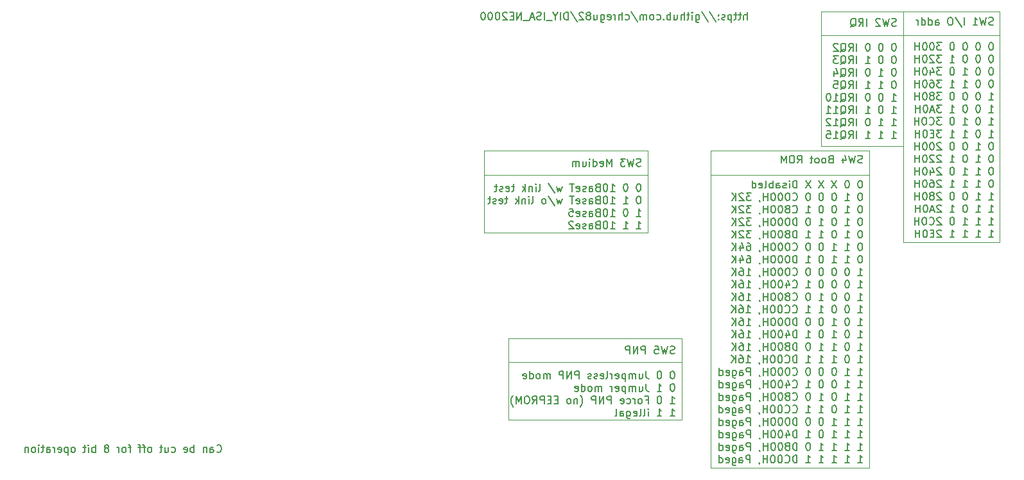
<source format=gbr>
G04 #@! TF.GenerationSoftware,KiCad,Pcbnew,(5.1.4)-1*
G04 #@! TF.CreationDate,2021-08-01T14:10:50+02:00*
G04 #@! TF.ProjectId,NE2000,4e453230-3030-42e6-9b69-6361645f7063,rev?*
G04 #@! TF.SameCoordinates,Original*
G04 #@! TF.FileFunction,Legend,Bot*
G04 #@! TF.FilePolarity,Positive*
%FSLAX46Y46*%
G04 Gerber Fmt 4.6, Leading zero omitted, Abs format (unit mm)*
G04 Created by KiCad (PCBNEW (5.1.4)-1) date 2021-08-01 14:10:50*
%MOMM*%
%LPD*%
G04 APERTURE LIST*
%ADD10C,0.150000*%
%ADD11C,0.120000*%
G04 APERTURE END LIST*
D10*
X172463809Y-52522380D02*
X172463809Y-51522380D01*
X172035238Y-52522380D02*
X172035238Y-51998571D01*
X172082857Y-51903333D01*
X172178095Y-51855714D01*
X172320952Y-51855714D01*
X172416190Y-51903333D01*
X172463809Y-51950952D01*
X171701904Y-51855714D02*
X171320952Y-51855714D01*
X171559047Y-51522380D02*
X171559047Y-52379523D01*
X171511428Y-52474761D01*
X171416190Y-52522380D01*
X171320952Y-52522380D01*
X171130476Y-51855714D02*
X170749523Y-51855714D01*
X170987619Y-51522380D02*
X170987619Y-52379523D01*
X170940000Y-52474761D01*
X170844761Y-52522380D01*
X170749523Y-52522380D01*
X170416190Y-51855714D02*
X170416190Y-52855714D01*
X170416190Y-51903333D02*
X170320952Y-51855714D01*
X170130476Y-51855714D01*
X170035238Y-51903333D01*
X169987619Y-51950952D01*
X169940000Y-52046190D01*
X169940000Y-52331904D01*
X169987619Y-52427142D01*
X170035238Y-52474761D01*
X170130476Y-52522380D01*
X170320952Y-52522380D01*
X170416190Y-52474761D01*
X169559047Y-52474761D02*
X169463809Y-52522380D01*
X169273333Y-52522380D01*
X169178095Y-52474761D01*
X169130476Y-52379523D01*
X169130476Y-52331904D01*
X169178095Y-52236666D01*
X169273333Y-52189047D01*
X169416190Y-52189047D01*
X169511428Y-52141428D01*
X169559047Y-52046190D01*
X169559047Y-51998571D01*
X169511428Y-51903333D01*
X169416190Y-51855714D01*
X169273333Y-51855714D01*
X169178095Y-51903333D01*
X168701904Y-52427142D02*
X168654285Y-52474761D01*
X168701904Y-52522380D01*
X168749523Y-52474761D01*
X168701904Y-52427142D01*
X168701904Y-52522380D01*
X168701904Y-51903333D02*
X168654285Y-51950952D01*
X168701904Y-51998571D01*
X168749523Y-51950952D01*
X168701904Y-51903333D01*
X168701904Y-51998571D01*
X167511428Y-51474761D02*
X168368571Y-52760476D01*
X166463809Y-51474761D02*
X167320952Y-52760476D01*
X165701904Y-51855714D02*
X165701904Y-52665238D01*
X165749523Y-52760476D01*
X165797142Y-52808095D01*
X165892380Y-52855714D01*
X166035238Y-52855714D01*
X166130476Y-52808095D01*
X165701904Y-52474761D02*
X165797142Y-52522380D01*
X165987619Y-52522380D01*
X166082857Y-52474761D01*
X166130476Y-52427142D01*
X166178095Y-52331904D01*
X166178095Y-52046190D01*
X166130476Y-51950952D01*
X166082857Y-51903333D01*
X165987619Y-51855714D01*
X165797142Y-51855714D01*
X165701904Y-51903333D01*
X165225714Y-52522380D02*
X165225714Y-51855714D01*
X165225714Y-51522380D02*
X165273333Y-51570000D01*
X165225714Y-51617619D01*
X165178095Y-51570000D01*
X165225714Y-51522380D01*
X165225714Y-51617619D01*
X164892380Y-51855714D02*
X164511428Y-51855714D01*
X164749523Y-51522380D02*
X164749523Y-52379523D01*
X164701904Y-52474761D01*
X164606666Y-52522380D01*
X164511428Y-52522380D01*
X164178095Y-52522380D02*
X164178095Y-51522380D01*
X163749523Y-52522380D02*
X163749523Y-51998571D01*
X163797142Y-51903333D01*
X163892380Y-51855714D01*
X164035238Y-51855714D01*
X164130476Y-51903333D01*
X164178095Y-51950952D01*
X162844761Y-51855714D02*
X162844761Y-52522380D01*
X163273333Y-51855714D02*
X163273333Y-52379523D01*
X163225714Y-52474761D01*
X163130476Y-52522380D01*
X162987619Y-52522380D01*
X162892380Y-52474761D01*
X162844761Y-52427142D01*
X162368571Y-52522380D02*
X162368571Y-51522380D01*
X162368571Y-51903333D02*
X162273333Y-51855714D01*
X162082857Y-51855714D01*
X161987619Y-51903333D01*
X161940000Y-51950952D01*
X161892380Y-52046190D01*
X161892380Y-52331904D01*
X161940000Y-52427142D01*
X161987619Y-52474761D01*
X162082857Y-52522380D01*
X162273333Y-52522380D01*
X162368571Y-52474761D01*
X161463809Y-52427142D02*
X161416190Y-52474761D01*
X161463809Y-52522380D01*
X161511428Y-52474761D01*
X161463809Y-52427142D01*
X161463809Y-52522380D01*
X160559047Y-52474761D02*
X160654285Y-52522380D01*
X160844761Y-52522380D01*
X160940000Y-52474761D01*
X160987619Y-52427142D01*
X161035238Y-52331904D01*
X161035238Y-52046190D01*
X160987619Y-51950952D01*
X160940000Y-51903333D01*
X160844761Y-51855714D01*
X160654285Y-51855714D01*
X160559047Y-51903333D01*
X159987619Y-52522380D02*
X160082857Y-52474761D01*
X160130476Y-52427142D01*
X160178095Y-52331904D01*
X160178095Y-52046190D01*
X160130476Y-51950952D01*
X160082857Y-51903333D01*
X159987619Y-51855714D01*
X159844761Y-51855714D01*
X159749523Y-51903333D01*
X159701904Y-51950952D01*
X159654285Y-52046190D01*
X159654285Y-52331904D01*
X159701904Y-52427142D01*
X159749523Y-52474761D01*
X159844761Y-52522380D01*
X159987619Y-52522380D01*
X159225714Y-52522380D02*
X159225714Y-51855714D01*
X159225714Y-51950952D02*
X159178095Y-51903333D01*
X159082857Y-51855714D01*
X158940000Y-51855714D01*
X158844761Y-51903333D01*
X158797142Y-51998571D01*
X158797142Y-52522380D01*
X158797142Y-51998571D02*
X158749523Y-51903333D01*
X158654285Y-51855714D01*
X158511428Y-51855714D01*
X158416190Y-51903333D01*
X158368571Y-51998571D01*
X158368571Y-52522380D01*
X157178095Y-51474761D02*
X158035238Y-52760476D01*
X156416190Y-52474761D02*
X156511428Y-52522380D01*
X156701904Y-52522380D01*
X156797142Y-52474761D01*
X156844761Y-52427142D01*
X156892380Y-52331904D01*
X156892380Y-52046190D01*
X156844761Y-51950952D01*
X156797142Y-51903333D01*
X156701904Y-51855714D01*
X156511428Y-51855714D01*
X156416190Y-51903333D01*
X155987619Y-52522380D02*
X155987619Y-51522380D01*
X155559047Y-52522380D02*
X155559047Y-51998571D01*
X155606666Y-51903333D01*
X155701904Y-51855714D01*
X155844761Y-51855714D01*
X155940000Y-51903333D01*
X155987619Y-51950952D01*
X155082857Y-52522380D02*
X155082857Y-51855714D01*
X155082857Y-52046190D02*
X155035238Y-51950952D01*
X154987619Y-51903333D01*
X154892380Y-51855714D01*
X154797142Y-51855714D01*
X154082857Y-52474761D02*
X154178095Y-52522380D01*
X154368571Y-52522380D01*
X154463809Y-52474761D01*
X154511428Y-52379523D01*
X154511428Y-51998571D01*
X154463809Y-51903333D01*
X154368571Y-51855714D01*
X154178095Y-51855714D01*
X154082857Y-51903333D01*
X154035238Y-51998571D01*
X154035238Y-52093809D01*
X154511428Y-52189047D01*
X153178095Y-51855714D02*
X153178095Y-52665238D01*
X153225714Y-52760476D01*
X153273333Y-52808095D01*
X153368571Y-52855714D01*
X153511428Y-52855714D01*
X153606666Y-52808095D01*
X153178095Y-52474761D02*
X153273333Y-52522380D01*
X153463809Y-52522380D01*
X153559047Y-52474761D01*
X153606666Y-52427142D01*
X153654285Y-52331904D01*
X153654285Y-52046190D01*
X153606666Y-51950952D01*
X153559047Y-51903333D01*
X153463809Y-51855714D01*
X153273333Y-51855714D01*
X153178095Y-51903333D01*
X152273333Y-51855714D02*
X152273333Y-52522380D01*
X152701904Y-51855714D02*
X152701904Y-52379523D01*
X152654285Y-52474761D01*
X152559047Y-52522380D01*
X152416190Y-52522380D01*
X152320952Y-52474761D01*
X152273333Y-52427142D01*
X151654285Y-51950952D02*
X151749523Y-51903333D01*
X151797142Y-51855714D01*
X151844761Y-51760476D01*
X151844761Y-51712857D01*
X151797142Y-51617619D01*
X151749523Y-51570000D01*
X151654285Y-51522380D01*
X151463809Y-51522380D01*
X151368571Y-51570000D01*
X151320952Y-51617619D01*
X151273333Y-51712857D01*
X151273333Y-51760476D01*
X151320952Y-51855714D01*
X151368571Y-51903333D01*
X151463809Y-51950952D01*
X151654285Y-51950952D01*
X151749523Y-51998571D01*
X151797142Y-52046190D01*
X151844761Y-52141428D01*
X151844761Y-52331904D01*
X151797142Y-52427142D01*
X151749523Y-52474761D01*
X151654285Y-52522380D01*
X151463809Y-52522380D01*
X151368571Y-52474761D01*
X151320952Y-52427142D01*
X151273333Y-52331904D01*
X151273333Y-52141428D01*
X151320952Y-52046190D01*
X151368571Y-51998571D01*
X151463809Y-51950952D01*
X150892380Y-51617619D02*
X150844761Y-51570000D01*
X150749523Y-51522380D01*
X150511428Y-51522380D01*
X150416190Y-51570000D01*
X150368571Y-51617619D01*
X150320952Y-51712857D01*
X150320952Y-51808095D01*
X150368571Y-51950952D01*
X150940000Y-52522380D01*
X150320952Y-52522380D01*
X149178095Y-51474761D02*
X150035238Y-52760476D01*
X148844761Y-52522380D02*
X148844761Y-51522380D01*
X148606666Y-51522380D01*
X148463809Y-51570000D01*
X148368571Y-51665238D01*
X148320952Y-51760476D01*
X148273333Y-51950952D01*
X148273333Y-52093809D01*
X148320952Y-52284285D01*
X148368571Y-52379523D01*
X148463809Y-52474761D01*
X148606666Y-52522380D01*
X148844761Y-52522380D01*
X147844761Y-52522380D02*
X147844761Y-51522380D01*
X147178095Y-52046190D02*
X147178095Y-52522380D01*
X147511428Y-51522380D02*
X147178095Y-52046190D01*
X146844761Y-51522380D01*
X146749523Y-52617619D02*
X145987619Y-52617619D01*
X145749523Y-52522380D02*
X145749523Y-51522380D01*
X145320952Y-52474761D02*
X145178095Y-52522380D01*
X144940000Y-52522380D01*
X144844761Y-52474761D01*
X144797142Y-52427142D01*
X144749523Y-52331904D01*
X144749523Y-52236666D01*
X144797142Y-52141428D01*
X144844761Y-52093809D01*
X144940000Y-52046190D01*
X145130476Y-51998571D01*
X145225714Y-51950952D01*
X145273333Y-51903333D01*
X145320952Y-51808095D01*
X145320952Y-51712857D01*
X145273333Y-51617619D01*
X145225714Y-51570000D01*
X145130476Y-51522380D01*
X144892380Y-51522380D01*
X144749523Y-51570000D01*
X144368571Y-52236666D02*
X143892380Y-52236666D01*
X144463809Y-52522380D02*
X144130476Y-51522380D01*
X143797142Y-52522380D01*
X143701904Y-52617619D02*
X142940000Y-52617619D01*
X142701904Y-52522380D02*
X142701904Y-51522380D01*
X142130476Y-52522380D01*
X142130476Y-51522380D01*
X141654285Y-51998571D02*
X141320952Y-51998571D01*
X141178095Y-52522380D02*
X141654285Y-52522380D01*
X141654285Y-51522380D01*
X141178095Y-51522380D01*
X140797142Y-51617619D02*
X140749523Y-51570000D01*
X140654285Y-51522380D01*
X140416190Y-51522380D01*
X140320952Y-51570000D01*
X140273333Y-51617619D01*
X140225714Y-51712857D01*
X140225714Y-51808095D01*
X140273333Y-51950952D01*
X140844761Y-52522380D01*
X140225714Y-52522380D01*
X139606666Y-51522380D02*
X139511428Y-51522380D01*
X139416190Y-51570000D01*
X139368571Y-51617619D01*
X139320952Y-51712857D01*
X139273333Y-51903333D01*
X139273333Y-52141428D01*
X139320952Y-52331904D01*
X139368571Y-52427142D01*
X139416190Y-52474761D01*
X139511428Y-52522380D01*
X139606666Y-52522380D01*
X139701904Y-52474761D01*
X139749523Y-52427142D01*
X139797142Y-52331904D01*
X139844761Y-52141428D01*
X139844761Y-51903333D01*
X139797142Y-51712857D01*
X139749523Y-51617619D01*
X139701904Y-51570000D01*
X139606666Y-51522380D01*
X138654285Y-51522380D02*
X138559047Y-51522380D01*
X138463809Y-51570000D01*
X138416190Y-51617619D01*
X138368571Y-51712857D01*
X138320952Y-51903333D01*
X138320952Y-52141428D01*
X138368571Y-52331904D01*
X138416190Y-52427142D01*
X138463809Y-52474761D01*
X138559047Y-52522380D01*
X138654285Y-52522380D01*
X138749523Y-52474761D01*
X138797142Y-52427142D01*
X138844761Y-52331904D01*
X138892380Y-52141428D01*
X138892380Y-51903333D01*
X138844761Y-51712857D01*
X138797142Y-51617619D01*
X138749523Y-51570000D01*
X138654285Y-51522380D01*
X137701904Y-51522380D02*
X137606666Y-51522380D01*
X137511428Y-51570000D01*
X137463809Y-51617619D01*
X137416190Y-51712857D01*
X137368571Y-51903333D01*
X137368571Y-52141428D01*
X137416190Y-52331904D01*
X137463809Y-52427142D01*
X137511428Y-52474761D01*
X137606666Y-52522380D01*
X137701904Y-52522380D01*
X137797142Y-52474761D01*
X137844761Y-52427142D01*
X137892380Y-52331904D01*
X137940000Y-52141428D01*
X137940000Y-51903333D01*
X137892380Y-51712857D01*
X137844761Y-51617619D01*
X137797142Y-51570000D01*
X137701904Y-51522380D01*
X162907023Y-96609761D02*
X162764166Y-96657380D01*
X162526071Y-96657380D01*
X162430833Y-96609761D01*
X162383214Y-96562142D01*
X162335595Y-96466904D01*
X162335595Y-96371666D01*
X162383214Y-96276428D01*
X162430833Y-96228809D01*
X162526071Y-96181190D01*
X162716547Y-96133571D01*
X162811785Y-96085952D01*
X162859404Y-96038333D01*
X162907023Y-95943095D01*
X162907023Y-95847857D01*
X162859404Y-95752619D01*
X162811785Y-95705000D01*
X162716547Y-95657380D01*
X162478452Y-95657380D01*
X162335595Y-95705000D01*
X162002261Y-95657380D02*
X161764166Y-96657380D01*
X161573690Y-95943095D01*
X161383214Y-96657380D01*
X161145119Y-95657380D01*
X160287976Y-95657380D02*
X160764166Y-95657380D01*
X160811785Y-96133571D01*
X160764166Y-96085952D01*
X160668928Y-96038333D01*
X160430833Y-96038333D01*
X160335595Y-96085952D01*
X160287976Y-96133571D01*
X160240357Y-96228809D01*
X160240357Y-96466904D01*
X160287976Y-96562142D01*
X160335595Y-96609761D01*
X160430833Y-96657380D01*
X160668928Y-96657380D01*
X160764166Y-96609761D01*
X160811785Y-96562142D01*
X159049880Y-96657380D02*
X159049880Y-95657380D01*
X158668928Y-95657380D01*
X158573690Y-95705000D01*
X158526071Y-95752619D01*
X158478452Y-95847857D01*
X158478452Y-95990714D01*
X158526071Y-96085952D01*
X158573690Y-96133571D01*
X158668928Y-96181190D01*
X159049880Y-96181190D01*
X158049880Y-96657380D02*
X158049880Y-95657380D01*
X157478452Y-96657380D01*
X157478452Y-95657380D01*
X157002261Y-96657380D02*
X157002261Y-95657380D01*
X156621309Y-95657380D01*
X156526071Y-95705000D01*
X156478452Y-95752619D01*
X156430833Y-95847857D01*
X156430833Y-95990714D01*
X156478452Y-96085952D01*
X156526071Y-96133571D01*
X156621309Y-96181190D01*
X157002261Y-96181190D01*
X162668928Y-98957380D02*
X162573690Y-98957380D01*
X162478452Y-99005000D01*
X162430833Y-99052619D01*
X162383214Y-99147857D01*
X162335595Y-99338333D01*
X162335595Y-99576428D01*
X162383214Y-99766904D01*
X162430833Y-99862142D01*
X162478452Y-99909761D01*
X162573690Y-99957380D01*
X162668928Y-99957380D01*
X162764166Y-99909761D01*
X162811785Y-99862142D01*
X162859404Y-99766904D01*
X162907023Y-99576428D01*
X162907023Y-99338333D01*
X162859404Y-99147857D01*
X162811785Y-99052619D01*
X162764166Y-99005000D01*
X162668928Y-98957380D01*
X160954642Y-98957380D02*
X160859404Y-98957380D01*
X160764166Y-99005000D01*
X160716547Y-99052619D01*
X160668928Y-99147857D01*
X160621309Y-99338333D01*
X160621309Y-99576428D01*
X160668928Y-99766904D01*
X160716547Y-99862142D01*
X160764166Y-99909761D01*
X160859404Y-99957380D01*
X160954642Y-99957380D01*
X161049880Y-99909761D01*
X161097500Y-99862142D01*
X161145119Y-99766904D01*
X161192738Y-99576428D01*
X161192738Y-99338333D01*
X161145119Y-99147857D01*
X161097500Y-99052619D01*
X161049880Y-99005000D01*
X160954642Y-98957380D01*
X159145119Y-98957380D02*
X159145119Y-99671666D01*
X159192738Y-99814523D01*
X159287976Y-99909761D01*
X159430833Y-99957380D01*
X159526071Y-99957380D01*
X158240357Y-99290714D02*
X158240357Y-99957380D01*
X158668928Y-99290714D02*
X158668928Y-99814523D01*
X158621309Y-99909761D01*
X158526071Y-99957380D01*
X158383214Y-99957380D01*
X158287976Y-99909761D01*
X158240357Y-99862142D01*
X157764166Y-99957380D02*
X157764166Y-99290714D01*
X157764166Y-99385952D02*
X157716547Y-99338333D01*
X157621309Y-99290714D01*
X157478452Y-99290714D01*
X157383214Y-99338333D01*
X157335595Y-99433571D01*
X157335595Y-99957380D01*
X157335595Y-99433571D02*
X157287976Y-99338333D01*
X157192738Y-99290714D01*
X157049880Y-99290714D01*
X156954642Y-99338333D01*
X156907023Y-99433571D01*
X156907023Y-99957380D01*
X156430833Y-99290714D02*
X156430833Y-100290714D01*
X156430833Y-99338333D02*
X156335595Y-99290714D01*
X156145119Y-99290714D01*
X156049880Y-99338333D01*
X156002261Y-99385952D01*
X155954642Y-99481190D01*
X155954642Y-99766904D01*
X156002261Y-99862142D01*
X156049880Y-99909761D01*
X156145119Y-99957380D01*
X156335595Y-99957380D01*
X156430833Y-99909761D01*
X155145119Y-99909761D02*
X155240357Y-99957380D01*
X155430833Y-99957380D01*
X155526071Y-99909761D01*
X155573690Y-99814523D01*
X155573690Y-99433571D01*
X155526071Y-99338333D01*
X155430833Y-99290714D01*
X155240357Y-99290714D01*
X155145119Y-99338333D01*
X155097500Y-99433571D01*
X155097500Y-99528809D01*
X155573690Y-99624047D01*
X154668928Y-99957380D02*
X154668928Y-99290714D01*
X154668928Y-99481190D02*
X154621309Y-99385952D01*
X154573690Y-99338333D01*
X154478452Y-99290714D01*
X154383214Y-99290714D01*
X153907023Y-99957380D02*
X154002261Y-99909761D01*
X154049880Y-99814523D01*
X154049880Y-98957380D01*
X153145119Y-99909761D02*
X153240357Y-99957380D01*
X153430833Y-99957380D01*
X153526071Y-99909761D01*
X153573690Y-99814523D01*
X153573690Y-99433571D01*
X153526071Y-99338333D01*
X153430833Y-99290714D01*
X153240357Y-99290714D01*
X153145119Y-99338333D01*
X153097500Y-99433571D01*
X153097500Y-99528809D01*
X153573690Y-99624047D01*
X152716547Y-99909761D02*
X152621309Y-99957380D01*
X152430833Y-99957380D01*
X152335595Y-99909761D01*
X152287976Y-99814523D01*
X152287976Y-99766904D01*
X152335595Y-99671666D01*
X152430833Y-99624047D01*
X152573690Y-99624047D01*
X152668928Y-99576428D01*
X152716547Y-99481190D01*
X152716547Y-99433571D01*
X152668928Y-99338333D01*
X152573690Y-99290714D01*
X152430833Y-99290714D01*
X152335595Y-99338333D01*
X151907023Y-99909761D02*
X151811785Y-99957380D01*
X151621309Y-99957380D01*
X151526071Y-99909761D01*
X151478452Y-99814523D01*
X151478452Y-99766904D01*
X151526071Y-99671666D01*
X151621309Y-99624047D01*
X151764166Y-99624047D01*
X151859404Y-99576428D01*
X151907023Y-99481190D01*
X151907023Y-99433571D01*
X151859404Y-99338333D01*
X151764166Y-99290714D01*
X151621309Y-99290714D01*
X151526071Y-99338333D01*
X150287976Y-99957380D02*
X150287976Y-98957380D01*
X149907023Y-98957380D01*
X149811785Y-99005000D01*
X149764166Y-99052619D01*
X149716547Y-99147857D01*
X149716547Y-99290714D01*
X149764166Y-99385952D01*
X149811785Y-99433571D01*
X149907023Y-99481190D01*
X150287976Y-99481190D01*
X149287976Y-99957380D02*
X149287976Y-98957380D01*
X148716547Y-99957380D01*
X148716547Y-98957380D01*
X148240357Y-99957380D02*
X148240357Y-98957380D01*
X147859404Y-98957380D01*
X147764166Y-99005000D01*
X147716547Y-99052619D01*
X147668928Y-99147857D01*
X147668928Y-99290714D01*
X147716547Y-99385952D01*
X147764166Y-99433571D01*
X147859404Y-99481190D01*
X148240357Y-99481190D01*
X146478452Y-99957380D02*
X146478452Y-99290714D01*
X146478452Y-99385952D02*
X146430833Y-99338333D01*
X146335595Y-99290714D01*
X146192738Y-99290714D01*
X146097500Y-99338333D01*
X146049880Y-99433571D01*
X146049880Y-99957380D01*
X146049880Y-99433571D02*
X146002261Y-99338333D01*
X145907023Y-99290714D01*
X145764166Y-99290714D01*
X145668928Y-99338333D01*
X145621309Y-99433571D01*
X145621309Y-99957380D01*
X145002261Y-99957380D02*
X145097500Y-99909761D01*
X145145119Y-99862142D01*
X145192738Y-99766904D01*
X145192738Y-99481190D01*
X145145119Y-99385952D01*
X145097500Y-99338333D01*
X145002261Y-99290714D01*
X144859404Y-99290714D01*
X144764166Y-99338333D01*
X144716547Y-99385952D01*
X144668928Y-99481190D01*
X144668928Y-99766904D01*
X144716547Y-99862142D01*
X144764166Y-99909761D01*
X144859404Y-99957380D01*
X145002261Y-99957380D01*
X143811785Y-99957380D02*
X143811785Y-98957380D01*
X143811785Y-99909761D02*
X143907023Y-99957380D01*
X144097500Y-99957380D01*
X144192738Y-99909761D01*
X144240357Y-99862142D01*
X144287976Y-99766904D01*
X144287976Y-99481190D01*
X144240357Y-99385952D01*
X144192738Y-99338333D01*
X144097500Y-99290714D01*
X143907023Y-99290714D01*
X143811785Y-99338333D01*
X142954642Y-99909761D02*
X143049880Y-99957380D01*
X143240357Y-99957380D01*
X143335595Y-99909761D01*
X143383214Y-99814523D01*
X143383214Y-99433571D01*
X143335595Y-99338333D01*
X143240357Y-99290714D01*
X143049880Y-99290714D01*
X142954642Y-99338333D01*
X142907023Y-99433571D01*
X142907023Y-99528809D01*
X143383214Y-99624047D01*
X162668928Y-100607380D02*
X162573690Y-100607380D01*
X162478452Y-100655000D01*
X162430833Y-100702619D01*
X162383214Y-100797857D01*
X162335595Y-100988333D01*
X162335595Y-101226428D01*
X162383214Y-101416904D01*
X162430833Y-101512142D01*
X162478452Y-101559761D01*
X162573690Y-101607380D01*
X162668928Y-101607380D01*
X162764166Y-101559761D01*
X162811785Y-101512142D01*
X162859404Y-101416904D01*
X162907023Y-101226428D01*
X162907023Y-100988333D01*
X162859404Y-100797857D01*
X162811785Y-100702619D01*
X162764166Y-100655000D01*
X162668928Y-100607380D01*
X160621309Y-101607380D02*
X161192738Y-101607380D01*
X160907023Y-101607380D02*
X160907023Y-100607380D01*
X161002261Y-100750238D01*
X161097500Y-100845476D01*
X161192738Y-100893095D01*
X159145119Y-100607380D02*
X159145119Y-101321666D01*
X159192738Y-101464523D01*
X159287976Y-101559761D01*
X159430833Y-101607380D01*
X159526071Y-101607380D01*
X158240357Y-100940714D02*
X158240357Y-101607380D01*
X158668928Y-100940714D02*
X158668928Y-101464523D01*
X158621309Y-101559761D01*
X158526071Y-101607380D01*
X158383214Y-101607380D01*
X158287976Y-101559761D01*
X158240357Y-101512142D01*
X157764166Y-101607380D02*
X157764166Y-100940714D01*
X157764166Y-101035952D02*
X157716547Y-100988333D01*
X157621309Y-100940714D01*
X157478452Y-100940714D01*
X157383214Y-100988333D01*
X157335595Y-101083571D01*
X157335595Y-101607380D01*
X157335595Y-101083571D02*
X157287976Y-100988333D01*
X157192738Y-100940714D01*
X157049880Y-100940714D01*
X156954642Y-100988333D01*
X156907023Y-101083571D01*
X156907023Y-101607380D01*
X156430833Y-100940714D02*
X156430833Y-101940714D01*
X156430833Y-100988333D02*
X156335595Y-100940714D01*
X156145119Y-100940714D01*
X156049880Y-100988333D01*
X156002261Y-101035952D01*
X155954642Y-101131190D01*
X155954642Y-101416904D01*
X156002261Y-101512142D01*
X156049880Y-101559761D01*
X156145119Y-101607380D01*
X156335595Y-101607380D01*
X156430833Y-101559761D01*
X155145119Y-101559761D02*
X155240357Y-101607380D01*
X155430833Y-101607380D01*
X155526071Y-101559761D01*
X155573690Y-101464523D01*
X155573690Y-101083571D01*
X155526071Y-100988333D01*
X155430833Y-100940714D01*
X155240357Y-100940714D01*
X155145119Y-100988333D01*
X155097500Y-101083571D01*
X155097500Y-101178809D01*
X155573690Y-101274047D01*
X154668928Y-101607380D02*
X154668928Y-100940714D01*
X154668928Y-101131190D02*
X154621309Y-101035952D01*
X154573690Y-100988333D01*
X154478452Y-100940714D01*
X154383214Y-100940714D01*
X153287976Y-101607380D02*
X153287976Y-100940714D01*
X153287976Y-101035952D02*
X153240357Y-100988333D01*
X153145119Y-100940714D01*
X153002261Y-100940714D01*
X152907023Y-100988333D01*
X152859404Y-101083571D01*
X152859404Y-101607380D01*
X152859404Y-101083571D02*
X152811785Y-100988333D01*
X152716547Y-100940714D01*
X152573690Y-100940714D01*
X152478452Y-100988333D01*
X152430833Y-101083571D01*
X152430833Y-101607380D01*
X151811785Y-101607380D02*
X151907023Y-101559761D01*
X151954642Y-101512142D01*
X152002261Y-101416904D01*
X152002261Y-101131190D01*
X151954642Y-101035952D01*
X151907023Y-100988333D01*
X151811785Y-100940714D01*
X151668928Y-100940714D01*
X151573690Y-100988333D01*
X151526071Y-101035952D01*
X151478452Y-101131190D01*
X151478452Y-101416904D01*
X151526071Y-101512142D01*
X151573690Y-101559761D01*
X151668928Y-101607380D01*
X151811785Y-101607380D01*
X150621309Y-101607380D02*
X150621309Y-100607380D01*
X150621309Y-101559761D02*
X150716547Y-101607380D01*
X150907023Y-101607380D01*
X151002261Y-101559761D01*
X151049880Y-101512142D01*
X151097500Y-101416904D01*
X151097500Y-101131190D01*
X151049880Y-101035952D01*
X151002261Y-100988333D01*
X150907023Y-100940714D01*
X150716547Y-100940714D01*
X150621309Y-100988333D01*
X149764166Y-101559761D02*
X149859404Y-101607380D01*
X150049880Y-101607380D01*
X150145119Y-101559761D01*
X150192738Y-101464523D01*
X150192738Y-101083571D01*
X150145119Y-100988333D01*
X150049880Y-100940714D01*
X149859404Y-100940714D01*
X149764166Y-100988333D01*
X149716547Y-101083571D01*
X149716547Y-101178809D01*
X150192738Y-101274047D01*
X162335595Y-103257380D02*
X162907023Y-103257380D01*
X162621309Y-103257380D02*
X162621309Y-102257380D01*
X162716547Y-102400238D01*
X162811785Y-102495476D01*
X162907023Y-102543095D01*
X160954642Y-102257380D02*
X160859404Y-102257380D01*
X160764166Y-102305000D01*
X160716547Y-102352619D01*
X160668928Y-102447857D01*
X160621309Y-102638333D01*
X160621309Y-102876428D01*
X160668928Y-103066904D01*
X160716547Y-103162142D01*
X160764166Y-103209761D01*
X160859404Y-103257380D01*
X160954642Y-103257380D01*
X161049880Y-103209761D01*
X161097500Y-103162142D01*
X161145119Y-103066904D01*
X161192738Y-102876428D01*
X161192738Y-102638333D01*
X161145119Y-102447857D01*
X161097500Y-102352619D01*
X161049880Y-102305000D01*
X160954642Y-102257380D01*
X159097500Y-102733571D02*
X159430833Y-102733571D01*
X159430833Y-103257380D02*
X159430833Y-102257380D01*
X158954642Y-102257380D01*
X158430833Y-103257380D02*
X158526071Y-103209761D01*
X158573690Y-103162142D01*
X158621309Y-103066904D01*
X158621309Y-102781190D01*
X158573690Y-102685952D01*
X158526071Y-102638333D01*
X158430833Y-102590714D01*
X158287976Y-102590714D01*
X158192738Y-102638333D01*
X158145119Y-102685952D01*
X158097500Y-102781190D01*
X158097500Y-103066904D01*
X158145119Y-103162142D01*
X158192738Y-103209761D01*
X158287976Y-103257380D01*
X158430833Y-103257380D01*
X157668928Y-103257380D02*
X157668928Y-102590714D01*
X157668928Y-102781190D02*
X157621309Y-102685952D01*
X157573690Y-102638333D01*
X157478452Y-102590714D01*
X157383214Y-102590714D01*
X156621309Y-103209761D02*
X156716547Y-103257380D01*
X156907023Y-103257380D01*
X157002261Y-103209761D01*
X157049880Y-103162142D01*
X157097500Y-103066904D01*
X157097500Y-102781190D01*
X157049880Y-102685952D01*
X157002261Y-102638333D01*
X156907023Y-102590714D01*
X156716547Y-102590714D01*
X156621309Y-102638333D01*
X155811785Y-103209761D02*
X155907023Y-103257380D01*
X156097500Y-103257380D01*
X156192738Y-103209761D01*
X156240357Y-103114523D01*
X156240357Y-102733571D01*
X156192738Y-102638333D01*
X156097500Y-102590714D01*
X155907023Y-102590714D01*
X155811785Y-102638333D01*
X155764166Y-102733571D01*
X155764166Y-102828809D01*
X156240357Y-102924047D01*
X154573690Y-103257380D02*
X154573690Y-102257380D01*
X154192738Y-102257380D01*
X154097500Y-102305000D01*
X154049880Y-102352619D01*
X154002261Y-102447857D01*
X154002261Y-102590714D01*
X154049880Y-102685952D01*
X154097500Y-102733571D01*
X154192738Y-102781190D01*
X154573690Y-102781190D01*
X153573690Y-103257380D02*
X153573690Y-102257380D01*
X153002261Y-103257380D01*
X153002261Y-102257380D01*
X152526071Y-103257380D02*
X152526071Y-102257380D01*
X152145119Y-102257380D01*
X152049880Y-102305000D01*
X152002261Y-102352619D01*
X151954642Y-102447857D01*
X151954642Y-102590714D01*
X152002261Y-102685952D01*
X152049880Y-102733571D01*
X152145119Y-102781190D01*
X152526071Y-102781190D01*
X150478452Y-103638333D02*
X150526071Y-103590714D01*
X150621309Y-103447857D01*
X150668928Y-103352619D01*
X150716547Y-103209761D01*
X150764166Y-102971666D01*
X150764166Y-102781190D01*
X150716547Y-102543095D01*
X150668928Y-102400238D01*
X150621309Y-102305000D01*
X150526071Y-102162142D01*
X150478452Y-102114523D01*
X150097500Y-102590714D02*
X150097500Y-103257380D01*
X150097500Y-102685952D02*
X150049880Y-102638333D01*
X149954642Y-102590714D01*
X149811785Y-102590714D01*
X149716547Y-102638333D01*
X149668928Y-102733571D01*
X149668928Y-103257380D01*
X149049880Y-103257380D02*
X149145119Y-103209761D01*
X149192738Y-103162142D01*
X149240357Y-103066904D01*
X149240357Y-102781190D01*
X149192738Y-102685952D01*
X149145119Y-102638333D01*
X149049880Y-102590714D01*
X148907023Y-102590714D01*
X148811785Y-102638333D01*
X148764166Y-102685952D01*
X148716547Y-102781190D01*
X148716547Y-103066904D01*
X148764166Y-103162142D01*
X148811785Y-103209761D01*
X148907023Y-103257380D01*
X149049880Y-103257380D01*
X147526071Y-102733571D02*
X147192738Y-102733571D01*
X147049880Y-103257380D02*
X147526071Y-103257380D01*
X147526071Y-102257380D01*
X147049880Y-102257380D01*
X146621309Y-102733571D02*
X146287976Y-102733571D01*
X146145119Y-103257380D02*
X146621309Y-103257380D01*
X146621309Y-102257380D01*
X146145119Y-102257380D01*
X145716547Y-103257380D02*
X145716547Y-102257380D01*
X145335595Y-102257380D01*
X145240357Y-102305000D01*
X145192738Y-102352619D01*
X145145119Y-102447857D01*
X145145119Y-102590714D01*
X145192738Y-102685952D01*
X145240357Y-102733571D01*
X145335595Y-102781190D01*
X145716547Y-102781190D01*
X144145119Y-103257380D02*
X144478452Y-102781190D01*
X144716547Y-103257380D02*
X144716547Y-102257380D01*
X144335595Y-102257380D01*
X144240357Y-102305000D01*
X144192738Y-102352619D01*
X144145119Y-102447857D01*
X144145119Y-102590714D01*
X144192738Y-102685952D01*
X144240357Y-102733571D01*
X144335595Y-102781190D01*
X144716547Y-102781190D01*
X143526071Y-102257380D02*
X143335595Y-102257380D01*
X143240357Y-102305000D01*
X143145119Y-102400238D01*
X143097500Y-102590714D01*
X143097500Y-102924047D01*
X143145119Y-103114523D01*
X143240357Y-103209761D01*
X143335595Y-103257380D01*
X143526071Y-103257380D01*
X143621309Y-103209761D01*
X143716547Y-103114523D01*
X143764166Y-102924047D01*
X143764166Y-102590714D01*
X143716547Y-102400238D01*
X143621309Y-102305000D01*
X143526071Y-102257380D01*
X142668928Y-103257380D02*
X142668928Y-102257380D01*
X142335595Y-102971666D01*
X142002261Y-102257380D01*
X142002261Y-103257380D01*
X141621309Y-103638333D02*
X141573690Y-103590714D01*
X141478452Y-103447857D01*
X141430833Y-103352619D01*
X141383214Y-103209761D01*
X141335595Y-102971666D01*
X141335595Y-102781190D01*
X141383214Y-102543095D01*
X141430833Y-102400238D01*
X141478452Y-102305000D01*
X141573690Y-102162142D01*
X141621309Y-102114523D01*
X162335595Y-104907380D02*
X162907023Y-104907380D01*
X162621309Y-104907380D02*
X162621309Y-103907380D01*
X162716547Y-104050238D01*
X162811785Y-104145476D01*
X162907023Y-104193095D01*
X160621309Y-104907380D02*
X161192738Y-104907380D01*
X160907023Y-104907380D02*
X160907023Y-103907380D01*
X161002261Y-104050238D01*
X161097500Y-104145476D01*
X161192738Y-104193095D01*
X159430833Y-104907380D02*
X159430833Y-104240714D01*
X159430833Y-103907380D02*
X159478452Y-103955000D01*
X159430833Y-104002619D01*
X159383214Y-103955000D01*
X159430833Y-103907380D01*
X159430833Y-104002619D01*
X158811785Y-104907380D02*
X158907023Y-104859761D01*
X158954642Y-104764523D01*
X158954642Y-103907380D01*
X158287976Y-104907380D02*
X158383214Y-104859761D01*
X158430833Y-104764523D01*
X158430833Y-103907380D01*
X157526071Y-104859761D02*
X157621309Y-104907380D01*
X157811785Y-104907380D01*
X157907023Y-104859761D01*
X157954642Y-104764523D01*
X157954642Y-104383571D01*
X157907023Y-104288333D01*
X157811785Y-104240714D01*
X157621309Y-104240714D01*
X157526071Y-104288333D01*
X157478452Y-104383571D01*
X157478452Y-104478809D01*
X157954642Y-104574047D01*
X156621309Y-104240714D02*
X156621309Y-105050238D01*
X156668928Y-105145476D01*
X156716547Y-105193095D01*
X156811785Y-105240714D01*
X156954642Y-105240714D01*
X157049880Y-105193095D01*
X156621309Y-104859761D02*
X156716547Y-104907380D01*
X156907023Y-104907380D01*
X157002261Y-104859761D01*
X157049880Y-104812142D01*
X157097500Y-104716904D01*
X157097500Y-104431190D01*
X157049880Y-104335952D01*
X157002261Y-104288333D01*
X156907023Y-104240714D01*
X156716547Y-104240714D01*
X156621309Y-104288333D01*
X155716547Y-104907380D02*
X155716547Y-104383571D01*
X155764166Y-104288333D01*
X155859404Y-104240714D01*
X156049880Y-104240714D01*
X156145119Y-104288333D01*
X155716547Y-104859761D02*
X155811785Y-104907380D01*
X156049880Y-104907380D01*
X156145119Y-104859761D01*
X156192738Y-104764523D01*
X156192738Y-104669285D01*
X156145119Y-104574047D01*
X156049880Y-104526428D01*
X155811785Y-104526428D01*
X155716547Y-104478809D01*
X155097500Y-104907380D02*
X155192738Y-104859761D01*
X155240357Y-104764523D01*
X155240357Y-103907380D01*
D11*
X163830000Y-94615000D02*
X140970000Y-94615000D01*
X163830000Y-105410000D02*
X163830000Y-94615000D01*
X140970000Y-105410000D02*
X163830000Y-105410000D01*
X163830000Y-97790000D02*
X140970000Y-97790000D01*
X140970000Y-94615000D02*
X140970000Y-105410000D01*
X167640000Y-111760000D02*
X167640000Y-69850000D01*
X188595000Y-73025000D02*
X167640000Y-73025000D01*
X167640000Y-69850000D02*
X188595000Y-69850000D01*
X188595000Y-111760000D02*
X167640000Y-111760000D01*
X188595000Y-69850000D02*
X188595000Y-111760000D01*
X159385000Y-73025000D02*
X137795000Y-73025000D01*
X159385000Y-80645000D02*
X159385000Y-69850000D01*
X137795000Y-80645000D02*
X159385000Y-80645000D01*
X137795000Y-69850000D02*
X137795000Y-80645000D01*
X159385000Y-69850000D02*
X137795000Y-69850000D01*
X193040000Y-54610000D02*
X182245000Y-54610000D01*
X193040000Y-69215000D02*
X193040000Y-51435000D01*
X182245000Y-69215000D02*
X193040000Y-69215000D01*
X182245000Y-51435000D02*
X182245000Y-69215000D01*
X193040000Y-51435000D02*
X182245000Y-51435000D01*
X205740000Y-54610000D02*
X193040000Y-54610000D01*
X205740000Y-51435000D02*
X205740000Y-81915000D01*
X193040000Y-51435000D02*
X205740000Y-51435000D01*
X193040000Y-51435000D02*
X193040000Y-81915000D01*
X193040000Y-81915000D02*
X205740000Y-81915000D01*
D10*
X192117023Y-53304761D02*
X191974166Y-53352380D01*
X191736071Y-53352380D01*
X191640833Y-53304761D01*
X191593214Y-53257142D01*
X191545595Y-53161904D01*
X191545595Y-53066666D01*
X191593214Y-52971428D01*
X191640833Y-52923809D01*
X191736071Y-52876190D01*
X191926547Y-52828571D01*
X192021785Y-52780952D01*
X192069404Y-52733333D01*
X192117023Y-52638095D01*
X192117023Y-52542857D01*
X192069404Y-52447619D01*
X192021785Y-52400000D01*
X191926547Y-52352380D01*
X191688452Y-52352380D01*
X191545595Y-52400000D01*
X191212261Y-52352380D02*
X190974166Y-53352380D01*
X190783690Y-52638095D01*
X190593214Y-53352380D01*
X190355119Y-52352380D01*
X190021785Y-52447619D02*
X189974166Y-52400000D01*
X189878928Y-52352380D01*
X189640833Y-52352380D01*
X189545595Y-52400000D01*
X189497976Y-52447619D01*
X189450357Y-52542857D01*
X189450357Y-52638095D01*
X189497976Y-52780952D01*
X190069404Y-53352380D01*
X189450357Y-53352380D01*
X188259880Y-53352380D02*
X188259880Y-52352380D01*
X187212261Y-53352380D02*
X187545595Y-52876190D01*
X187783690Y-53352380D02*
X187783690Y-52352380D01*
X187402738Y-52352380D01*
X187307500Y-52400000D01*
X187259880Y-52447619D01*
X187212261Y-52542857D01*
X187212261Y-52685714D01*
X187259880Y-52780952D01*
X187307500Y-52828571D01*
X187402738Y-52876190D01*
X187783690Y-52876190D01*
X186117023Y-53447619D02*
X186212261Y-53400000D01*
X186307500Y-53304761D01*
X186450357Y-53161904D01*
X186545595Y-53114285D01*
X186640833Y-53114285D01*
X186593214Y-53352380D02*
X186688452Y-53304761D01*
X186783690Y-53209523D01*
X186831309Y-53019047D01*
X186831309Y-52685714D01*
X186783690Y-52495238D01*
X186688452Y-52400000D01*
X186593214Y-52352380D01*
X186402738Y-52352380D01*
X186307500Y-52400000D01*
X186212261Y-52495238D01*
X186164642Y-52685714D01*
X186164642Y-53019047D01*
X186212261Y-53209523D01*
X186307500Y-53304761D01*
X186402738Y-53352380D01*
X186593214Y-53352380D01*
X191878928Y-55652380D02*
X191783690Y-55652380D01*
X191688452Y-55700000D01*
X191640833Y-55747619D01*
X191593214Y-55842857D01*
X191545595Y-56033333D01*
X191545595Y-56271428D01*
X191593214Y-56461904D01*
X191640833Y-56557142D01*
X191688452Y-56604761D01*
X191783690Y-56652380D01*
X191878928Y-56652380D01*
X191974166Y-56604761D01*
X192021785Y-56557142D01*
X192069404Y-56461904D01*
X192117023Y-56271428D01*
X192117023Y-56033333D01*
X192069404Y-55842857D01*
X192021785Y-55747619D01*
X191974166Y-55700000D01*
X191878928Y-55652380D01*
X190164642Y-55652380D02*
X190069404Y-55652380D01*
X189974166Y-55700000D01*
X189926547Y-55747619D01*
X189878928Y-55842857D01*
X189831309Y-56033333D01*
X189831309Y-56271428D01*
X189878928Y-56461904D01*
X189926547Y-56557142D01*
X189974166Y-56604761D01*
X190069404Y-56652380D01*
X190164642Y-56652380D01*
X190259880Y-56604761D01*
X190307500Y-56557142D01*
X190355119Y-56461904D01*
X190402738Y-56271428D01*
X190402738Y-56033333D01*
X190355119Y-55842857D01*
X190307500Y-55747619D01*
X190259880Y-55700000D01*
X190164642Y-55652380D01*
X188450357Y-55652380D02*
X188355119Y-55652380D01*
X188259880Y-55700000D01*
X188212261Y-55747619D01*
X188164642Y-55842857D01*
X188117023Y-56033333D01*
X188117023Y-56271428D01*
X188164642Y-56461904D01*
X188212261Y-56557142D01*
X188259880Y-56604761D01*
X188355119Y-56652380D01*
X188450357Y-56652380D01*
X188545595Y-56604761D01*
X188593214Y-56557142D01*
X188640833Y-56461904D01*
X188688452Y-56271428D01*
X188688452Y-56033333D01*
X188640833Y-55842857D01*
X188593214Y-55747619D01*
X188545595Y-55700000D01*
X188450357Y-55652380D01*
X186926547Y-56652380D02*
X186926547Y-55652380D01*
X185878928Y-56652380D02*
X186212261Y-56176190D01*
X186450357Y-56652380D02*
X186450357Y-55652380D01*
X186069404Y-55652380D01*
X185974166Y-55700000D01*
X185926547Y-55747619D01*
X185878928Y-55842857D01*
X185878928Y-55985714D01*
X185926547Y-56080952D01*
X185974166Y-56128571D01*
X186069404Y-56176190D01*
X186450357Y-56176190D01*
X184783690Y-56747619D02*
X184878928Y-56700000D01*
X184974166Y-56604761D01*
X185117023Y-56461904D01*
X185212261Y-56414285D01*
X185307500Y-56414285D01*
X185259880Y-56652380D02*
X185355119Y-56604761D01*
X185450357Y-56509523D01*
X185497976Y-56319047D01*
X185497976Y-55985714D01*
X185450357Y-55795238D01*
X185355119Y-55700000D01*
X185259880Y-55652380D01*
X185069404Y-55652380D01*
X184974166Y-55700000D01*
X184878928Y-55795238D01*
X184831309Y-55985714D01*
X184831309Y-56319047D01*
X184878928Y-56509523D01*
X184974166Y-56604761D01*
X185069404Y-56652380D01*
X185259880Y-56652380D01*
X184450357Y-55747619D02*
X184402738Y-55700000D01*
X184307500Y-55652380D01*
X184069404Y-55652380D01*
X183974166Y-55700000D01*
X183926547Y-55747619D01*
X183878928Y-55842857D01*
X183878928Y-55938095D01*
X183926547Y-56080952D01*
X184497976Y-56652380D01*
X183878928Y-56652380D01*
X191878928Y-57302380D02*
X191783690Y-57302380D01*
X191688452Y-57350000D01*
X191640833Y-57397619D01*
X191593214Y-57492857D01*
X191545595Y-57683333D01*
X191545595Y-57921428D01*
X191593214Y-58111904D01*
X191640833Y-58207142D01*
X191688452Y-58254761D01*
X191783690Y-58302380D01*
X191878928Y-58302380D01*
X191974166Y-58254761D01*
X192021785Y-58207142D01*
X192069404Y-58111904D01*
X192117023Y-57921428D01*
X192117023Y-57683333D01*
X192069404Y-57492857D01*
X192021785Y-57397619D01*
X191974166Y-57350000D01*
X191878928Y-57302380D01*
X190164642Y-57302380D02*
X190069404Y-57302380D01*
X189974166Y-57350000D01*
X189926547Y-57397619D01*
X189878928Y-57492857D01*
X189831309Y-57683333D01*
X189831309Y-57921428D01*
X189878928Y-58111904D01*
X189926547Y-58207142D01*
X189974166Y-58254761D01*
X190069404Y-58302380D01*
X190164642Y-58302380D01*
X190259880Y-58254761D01*
X190307500Y-58207142D01*
X190355119Y-58111904D01*
X190402738Y-57921428D01*
X190402738Y-57683333D01*
X190355119Y-57492857D01*
X190307500Y-57397619D01*
X190259880Y-57350000D01*
X190164642Y-57302380D01*
X188117023Y-58302380D02*
X188688452Y-58302380D01*
X188402738Y-58302380D02*
X188402738Y-57302380D01*
X188497976Y-57445238D01*
X188593214Y-57540476D01*
X188688452Y-57588095D01*
X186926547Y-58302380D02*
X186926547Y-57302380D01*
X185878928Y-58302380D02*
X186212261Y-57826190D01*
X186450357Y-58302380D02*
X186450357Y-57302380D01*
X186069404Y-57302380D01*
X185974166Y-57350000D01*
X185926547Y-57397619D01*
X185878928Y-57492857D01*
X185878928Y-57635714D01*
X185926547Y-57730952D01*
X185974166Y-57778571D01*
X186069404Y-57826190D01*
X186450357Y-57826190D01*
X184783690Y-58397619D02*
X184878928Y-58350000D01*
X184974166Y-58254761D01*
X185117023Y-58111904D01*
X185212261Y-58064285D01*
X185307500Y-58064285D01*
X185259880Y-58302380D02*
X185355119Y-58254761D01*
X185450357Y-58159523D01*
X185497976Y-57969047D01*
X185497976Y-57635714D01*
X185450357Y-57445238D01*
X185355119Y-57350000D01*
X185259880Y-57302380D01*
X185069404Y-57302380D01*
X184974166Y-57350000D01*
X184878928Y-57445238D01*
X184831309Y-57635714D01*
X184831309Y-57969047D01*
X184878928Y-58159523D01*
X184974166Y-58254761D01*
X185069404Y-58302380D01*
X185259880Y-58302380D01*
X184497976Y-57302380D02*
X183878928Y-57302380D01*
X184212261Y-57683333D01*
X184069404Y-57683333D01*
X183974166Y-57730952D01*
X183926547Y-57778571D01*
X183878928Y-57873809D01*
X183878928Y-58111904D01*
X183926547Y-58207142D01*
X183974166Y-58254761D01*
X184069404Y-58302380D01*
X184355119Y-58302380D01*
X184450357Y-58254761D01*
X184497976Y-58207142D01*
X191878928Y-58952380D02*
X191783690Y-58952380D01*
X191688452Y-59000000D01*
X191640833Y-59047619D01*
X191593214Y-59142857D01*
X191545595Y-59333333D01*
X191545595Y-59571428D01*
X191593214Y-59761904D01*
X191640833Y-59857142D01*
X191688452Y-59904761D01*
X191783690Y-59952380D01*
X191878928Y-59952380D01*
X191974166Y-59904761D01*
X192021785Y-59857142D01*
X192069404Y-59761904D01*
X192117023Y-59571428D01*
X192117023Y-59333333D01*
X192069404Y-59142857D01*
X192021785Y-59047619D01*
X191974166Y-59000000D01*
X191878928Y-58952380D01*
X189831309Y-59952380D02*
X190402738Y-59952380D01*
X190117023Y-59952380D02*
X190117023Y-58952380D01*
X190212261Y-59095238D01*
X190307500Y-59190476D01*
X190402738Y-59238095D01*
X188450357Y-58952380D02*
X188355119Y-58952380D01*
X188259880Y-59000000D01*
X188212261Y-59047619D01*
X188164642Y-59142857D01*
X188117023Y-59333333D01*
X188117023Y-59571428D01*
X188164642Y-59761904D01*
X188212261Y-59857142D01*
X188259880Y-59904761D01*
X188355119Y-59952380D01*
X188450357Y-59952380D01*
X188545595Y-59904761D01*
X188593214Y-59857142D01*
X188640833Y-59761904D01*
X188688452Y-59571428D01*
X188688452Y-59333333D01*
X188640833Y-59142857D01*
X188593214Y-59047619D01*
X188545595Y-59000000D01*
X188450357Y-58952380D01*
X186926547Y-59952380D02*
X186926547Y-58952380D01*
X185878928Y-59952380D02*
X186212261Y-59476190D01*
X186450357Y-59952380D02*
X186450357Y-58952380D01*
X186069404Y-58952380D01*
X185974166Y-59000000D01*
X185926547Y-59047619D01*
X185878928Y-59142857D01*
X185878928Y-59285714D01*
X185926547Y-59380952D01*
X185974166Y-59428571D01*
X186069404Y-59476190D01*
X186450357Y-59476190D01*
X184783690Y-60047619D02*
X184878928Y-60000000D01*
X184974166Y-59904761D01*
X185117023Y-59761904D01*
X185212261Y-59714285D01*
X185307500Y-59714285D01*
X185259880Y-59952380D02*
X185355119Y-59904761D01*
X185450357Y-59809523D01*
X185497976Y-59619047D01*
X185497976Y-59285714D01*
X185450357Y-59095238D01*
X185355119Y-59000000D01*
X185259880Y-58952380D01*
X185069404Y-58952380D01*
X184974166Y-59000000D01*
X184878928Y-59095238D01*
X184831309Y-59285714D01*
X184831309Y-59619047D01*
X184878928Y-59809523D01*
X184974166Y-59904761D01*
X185069404Y-59952380D01*
X185259880Y-59952380D01*
X183974166Y-59285714D02*
X183974166Y-59952380D01*
X184212261Y-58904761D02*
X184450357Y-59619047D01*
X183831309Y-59619047D01*
X191878928Y-60602380D02*
X191783690Y-60602380D01*
X191688452Y-60650000D01*
X191640833Y-60697619D01*
X191593214Y-60792857D01*
X191545595Y-60983333D01*
X191545595Y-61221428D01*
X191593214Y-61411904D01*
X191640833Y-61507142D01*
X191688452Y-61554761D01*
X191783690Y-61602380D01*
X191878928Y-61602380D01*
X191974166Y-61554761D01*
X192021785Y-61507142D01*
X192069404Y-61411904D01*
X192117023Y-61221428D01*
X192117023Y-60983333D01*
X192069404Y-60792857D01*
X192021785Y-60697619D01*
X191974166Y-60650000D01*
X191878928Y-60602380D01*
X189831309Y-61602380D02*
X190402738Y-61602380D01*
X190117023Y-61602380D02*
X190117023Y-60602380D01*
X190212261Y-60745238D01*
X190307500Y-60840476D01*
X190402738Y-60888095D01*
X188117023Y-61602380D02*
X188688452Y-61602380D01*
X188402738Y-61602380D02*
X188402738Y-60602380D01*
X188497976Y-60745238D01*
X188593214Y-60840476D01*
X188688452Y-60888095D01*
X186926547Y-61602380D02*
X186926547Y-60602380D01*
X185878928Y-61602380D02*
X186212261Y-61126190D01*
X186450357Y-61602380D02*
X186450357Y-60602380D01*
X186069404Y-60602380D01*
X185974166Y-60650000D01*
X185926547Y-60697619D01*
X185878928Y-60792857D01*
X185878928Y-60935714D01*
X185926547Y-61030952D01*
X185974166Y-61078571D01*
X186069404Y-61126190D01*
X186450357Y-61126190D01*
X184783690Y-61697619D02*
X184878928Y-61650000D01*
X184974166Y-61554761D01*
X185117023Y-61411904D01*
X185212261Y-61364285D01*
X185307500Y-61364285D01*
X185259880Y-61602380D02*
X185355119Y-61554761D01*
X185450357Y-61459523D01*
X185497976Y-61269047D01*
X185497976Y-60935714D01*
X185450357Y-60745238D01*
X185355119Y-60650000D01*
X185259880Y-60602380D01*
X185069404Y-60602380D01*
X184974166Y-60650000D01*
X184878928Y-60745238D01*
X184831309Y-60935714D01*
X184831309Y-61269047D01*
X184878928Y-61459523D01*
X184974166Y-61554761D01*
X185069404Y-61602380D01*
X185259880Y-61602380D01*
X183926547Y-60602380D02*
X184402738Y-60602380D01*
X184450357Y-61078571D01*
X184402738Y-61030952D01*
X184307500Y-60983333D01*
X184069404Y-60983333D01*
X183974166Y-61030952D01*
X183926547Y-61078571D01*
X183878928Y-61173809D01*
X183878928Y-61411904D01*
X183926547Y-61507142D01*
X183974166Y-61554761D01*
X184069404Y-61602380D01*
X184307500Y-61602380D01*
X184402738Y-61554761D01*
X184450357Y-61507142D01*
X191545595Y-63252380D02*
X192117023Y-63252380D01*
X191831309Y-63252380D02*
X191831309Y-62252380D01*
X191926547Y-62395238D01*
X192021785Y-62490476D01*
X192117023Y-62538095D01*
X190164642Y-62252380D02*
X190069404Y-62252380D01*
X189974166Y-62300000D01*
X189926547Y-62347619D01*
X189878928Y-62442857D01*
X189831309Y-62633333D01*
X189831309Y-62871428D01*
X189878928Y-63061904D01*
X189926547Y-63157142D01*
X189974166Y-63204761D01*
X190069404Y-63252380D01*
X190164642Y-63252380D01*
X190259880Y-63204761D01*
X190307500Y-63157142D01*
X190355119Y-63061904D01*
X190402738Y-62871428D01*
X190402738Y-62633333D01*
X190355119Y-62442857D01*
X190307500Y-62347619D01*
X190259880Y-62300000D01*
X190164642Y-62252380D01*
X188450357Y-62252380D02*
X188355119Y-62252380D01*
X188259880Y-62300000D01*
X188212261Y-62347619D01*
X188164642Y-62442857D01*
X188117023Y-62633333D01*
X188117023Y-62871428D01*
X188164642Y-63061904D01*
X188212261Y-63157142D01*
X188259880Y-63204761D01*
X188355119Y-63252380D01*
X188450357Y-63252380D01*
X188545595Y-63204761D01*
X188593214Y-63157142D01*
X188640833Y-63061904D01*
X188688452Y-62871428D01*
X188688452Y-62633333D01*
X188640833Y-62442857D01*
X188593214Y-62347619D01*
X188545595Y-62300000D01*
X188450357Y-62252380D01*
X186926547Y-63252380D02*
X186926547Y-62252380D01*
X185878928Y-63252380D02*
X186212261Y-62776190D01*
X186450357Y-63252380D02*
X186450357Y-62252380D01*
X186069404Y-62252380D01*
X185974166Y-62300000D01*
X185926547Y-62347619D01*
X185878928Y-62442857D01*
X185878928Y-62585714D01*
X185926547Y-62680952D01*
X185974166Y-62728571D01*
X186069404Y-62776190D01*
X186450357Y-62776190D01*
X184783690Y-63347619D02*
X184878928Y-63300000D01*
X184974166Y-63204761D01*
X185117023Y-63061904D01*
X185212261Y-63014285D01*
X185307500Y-63014285D01*
X185259880Y-63252380D02*
X185355119Y-63204761D01*
X185450357Y-63109523D01*
X185497976Y-62919047D01*
X185497976Y-62585714D01*
X185450357Y-62395238D01*
X185355119Y-62300000D01*
X185259880Y-62252380D01*
X185069404Y-62252380D01*
X184974166Y-62300000D01*
X184878928Y-62395238D01*
X184831309Y-62585714D01*
X184831309Y-62919047D01*
X184878928Y-63109523D01*
X184974166Y-63204761D01*
X185069404Y-63252380D01*
X185259880Y-63252380D01*
X183878928Y-63252380D02*
X184450357Y-63252380D01*
X184164642Y-63252380D02*
X184164642Y-62252380D01*
X184259880Y-62395238D01*
X184355119Y-62490476D01*
X184450357Y-62538095D01*
X183259880Y-62252380D02*
X183164642Y-62252380D01*
X183069404Y-62300000D01*
X183021785Y-62347619D01*
X182974166Y-62442857D01*
X182926547Y-62633333D01*
X182926547Y-62871428D01*
X182974166Y-63061904D01*
X183021785Y-63157142D01*
X183069404Y-63204761D01*
X183164642Y-63252380D01*
X183259880Y-63252380D01*
X183355119Y-63204761D01*
X183402738Y-63157142D01*
X183450357Y-63061904D01*
X183497976Y-62871428D01*
X183497976Y-62633333D01*
X183450357Y-62442857D01*
X183402738Y-62347619D01*
X183355119Y-62300000D01*
X183259880Y-62252380D01*
X191545595Y-64902380D02*
X192117023Y-64902380D01*
X191831309Y-64902380D02*
X191831309Y-63902380D01*
X191926547Y-64045238D01*
X192021785Y-64140476D01*
X192117023Y-64188095D01*
X190164642Y-63902380D02*
X190069404Y-63902380D01*
X189974166Y-63950000D01*
X189926547Y-63997619D01*
X189878928Y-64092857D01*
X189831309Y-64283333D01*
X189831309Y-64521428D01*
X189878928Y-64711904D01*
X189926547Y-64807142D01*
X189974166Y-64854761D01*
X190069404Y-64902380D01*
X190164642Y-64902380D01*
X190259880Y-64854761D01*
X190307500Y-64807142D01*
X190355119Y-64711904D01*
X190402738Y-64521428D01*
X190402738Y-64283333D01*
X190355119Y-64092857D01*
X190307500Y-63997619D01*
X190259880Y-63950000D01*
X190164642Y-63902380D01*
X188117023Y-64902380D02*
X188688452Y-64902380D01*
X188402738Y-64902380D02*
X188402738Y-63902380D01*
X188497976Y-64045238D01*
X188593214Y-64140476D01*
X188688452Y-64188095D01*
X186926547Y-64902380D02*
X186926547Y-63902380D01*
X185878928Y-64902380D02*
X186212261Y-64426190D01*
X186450357Y-64902380D02*
X186450357Y-63902380D01*
X186069404Y-63902380D01*
X185974166Y-63950000D01*
X185926547Y-63997619D01*
X185878928Y-64092857D01*
X185878928Y-64235714D01*
X185926547Y-64330952D01*
X185974166Y-64378571D01*
X186069404Y-64426190D01*
X186450357Y-64426190D01*
X184783690Y-64997619D02*
X184878928Y-64950000D01*
X184974166Y-64854761D01*
X185117023Y-64711904D01*
X185212261Y-64664285D01*
X185307500Y-64664285D01*
X185259880Y-64902380D02*
X185355119Y-64854761D01*
X185450357Y-64759523D01*
X185497976Y-64569047D01*
X185497976Y-64235714D01*
X185450357Y-64045238D01*
X185355119Y-63950000D01*
X185259880Y-63902380D01*
X185069404Y-63902380D01*
X184974166Y-63950000D01*
X184878928Y-64045238D01*
X184831309Y-64235714D01*
X184831309Y-64569047D01*
X184878928Y-64759523D01*
X184974166Y-64854761D01*
X185069404Y-64902380D01*
X185259880Y-64902380D01*
X183878928Y-64902380D02*
X184450357Y-64902380D01*
X184164642Y-64902380D02*
X184164642Y-63902380D01*
X184259880Y-64045238D01*
X184355119Y-64140476D01*
X184450357Y-64188095D01*
X182926547Y-64902380D02*
X183497976Y-64902380D01*
X183212261Y-64902380D02*
X183212261Y-63902380D01*
X183307500Y-64045238D01*
X183402738Y-64140476D01*
X183497976Y-64188095D01*
X191545595Y-66552380D02*
X192117023Y-66552380D01*
X191831309Y-66552380D02*
X191831309Y-65552380D01*
X191926547Y-65695238D01*
X192021785Y-65790476D01*
X192117023Y-65838095D01*
X189831309Y-66552380D02*
X190402738Y-66552380D01*
X190117023Y-66552380D02*
X190117023Y-65552380D01*
X190212261Y-65695238D01*
X190307500Y-65790476D01*
X190402738Y-65838095D01*
X188450357Y-65552380D02*
X188355119Y-65552380D01*
X188259880Y-65600000D01*
X188212261Y-65647619D01*
X188164642Y-65742857D01*
X188117023Y-65933333D01*
X188117023Y-66171428D01*
X188164642Y-66361904D01*
X188212261Y-66457142D01*
X188259880Y-66504761D01*
X188355119Y-66552380D01*
X188450357Y-66552380D01*
X188545595Y-66504761D01*
X188593214Y-66457142D01*
X188640833Y-66361904D01*
X188688452Y-66171428D01*
X188688452Y-65933333D01*
X188640833Y-65742857D01*
X188593214Y-65647619D01*
X188545595Y-65600000D01*
X188450357Y-65552380D01*
X186926547Y-66552380D02*
X186926547Y-65552380D01*
X185878928Y-66552380D02*
X186212261Y-66076190D01*
X186450357Y-66552380D02*
X186450357Y-65552380D01*
X186069404Y-65552380D01*
X185974166Y-65600000D01*
X185926547Y-65647619D01*
X185878928Y-65742857D01*
X185878928Y-65885714D01*
X185926547Y-65980952D01*
X185974166Y-66028571D01*
X186069404Y-66076190D01*
X186450357Y-66076190D01*
X184783690Y-66647619D02*
X184878928Y-66600000D01*
X184974166Y-66504761D01*
X185117023Y-66361904D01*
X185212261Y-66314285D01*
X185307500Y-66314285D01*
X185259880Y-66552380D02*
X185355119Y-66504761D01*
X185450357Y-66409523D01*
X185497976Y-66219047D01*
X185497976Y-65885714D01*
X185450357Y-65695238D01*
X185355119Y-65600000D01*
X185259880Y-65552380D01*
X185069404Y-65552380D01*
X184974166Y-65600000D01*
X184878928Y-65695238D01*
X184831309Y-65885714D01*
X184831309Y-66219047D01*
X184878928Y-66409523D01*
X184974166Y-66504761D01*
X185069404Y-66552380D01*
X185259880Y-66552380D01*
X183878928Y-66552380D02*
X184450357Y-66552380D01*
X184164642Y-66552380D02*
X184164642Y-65552380D01*
X184259880Y-65695238D01*
X184355119Y-65790476D01*
X184450357Y-65838095D01*
X183497976Y-65647619D02*
X183450357Y-65600000D01*
X183355119Y-65552380D01*
X183117023Y-65552380D01*
X183021785Y-65600000D01*
X182974166Y-65647619D01*
X182926547Y-65742857D01*
X182926547Y-65838095D01*
X182974166Y-65980952D01*
X183545595Y-66552380D01*
X182926547Y-66552380D01*
X191545595Y-68202380D02*
X192117023Y-68202380D01*
X191831309Y-68202380D02*
X191831309Y-67202380D01*
X191926547Y-67345238D01*
X192021785Y-67440476D01*
X192117023Y-67488095D01*
X189831309Y-68202380D02*
X190402738Y-68202380D01*
X190117023Y-68202380D02*
X190117023Y-67202380D01*
X190212261Y-67345238D01*
X190307500Y-67440476D01*
X190402738Y-67488095D01*
X188117023Y-68202380D02*
X188688452Y-68202380D01*
X188402738Y-68202380D02*
X188402738Y-67202380D01*
X188497976Y-67345238D01*
X188593214Y-67440476D01*
X188688452Y-67488095D01*
X186926547Y-68202380D02*
X186926547Y-67202380D01*
X185878928Y-68202380D02*
X186212261Y-67726190D01*
X186450357Y-68202380D02*
X186450357Y-67202380D01*
X186069404Y-67202380D01*
X185974166Y-67250000D01*
X185926547Y-67297619D01*
X185878928Y-67392857D01*
X185878928Y-67535714D01*
X185926547Y-67630952D01*
X185974166Y-67678571D01*
X186069404Y-67726190D01*
X186450357Y-67726190D01*
X184783690Y-68297619D02*
X184878928Y-68250000D01*
X184974166Y-68154761D01*
X185117023Y-68011904D01*
X185212261Y-67964285D01*
X185307500Y-67964285D01*
X185259880Y-68202380D02*
X185355119Y-68154761D01*
X185450357Y-68059523D01*
X185497976Y-67869047D01*
X185497976Y-67535714D01*
X185450357Y-67345238D01*
X185355119Y-67250000D01*
X185259880Y-67202380D01*
X185069404Y-67202380D01*
X184974166Y-67250000D01*
X184878928Y-67345238D01*
X184831309Y-67535714D01*
X184831309Y-67869047D01*
X184878928Y-68059523D01*
X184974166Y-68154761D01*
X185069404Y-68202380D01*
X185259880Y-68202380D01*
X183878928Y-68202380D02*
X184450357Y-68202380D01*
X184164642Y-68202380D02*
X184164642Y-67202380D01*
X184259880Y-67345238D01*
X184355119Y-67440476D01*
X184450357Y-67488095D01*
X182974166Y-67202380D02*
X183450357Y-67202380D01*
X183497976Y-67678571D01*
X183450357Y-67630952D01*
X183355119Y-67583333D01*
X183117023Y-67583333D01*
X183021785Y-67630952D01*
X182974166Y-67678571D01*
X182926547Y-67773809D01*
X182926547Y-68011904D01*
X182974166Y-68107142D01*
X183021785Y-68154761D01*
X183117023Y-68202380D01*
X183355119Y-68202380D01*
X183450357Y-68154761D01*
X183497976Y-68107142D01*
X204944023Y-53181761D02*
X204801166Y-53229380D01*
X204563071Y-53229380D01*
X204467833Y-53181761D01*
X204420214Y-53134142D01*
X204372595Y-53038904D01*
X204372595Y-52943666D01*
X204420214Y-52848428D01*
X204467833Y-52800809D01*
X204563071Y-52753190D01*
X204753547Y-52705571D01*
X204848785Y-52657952D01*
X204896404Y-52610333D01*
X204944023Y-52515095D01*
X204944023Y-52419857D01*
X204896404Y-52324619D01*
X204848785Y-52277000D01*
X204753547Y-52229380D01*
X204515452Y-52229380D01*
X204372595Y-52277000D01*
X204039261Y-52229380D02*
X203801166Y-53229380D01*
X203610690Y-52515095D01*
X203420214Y-53229380D01*
X203182119Y-52229380D01*
X202277357Y-53229380D02*
X202848785Y-53229380D01*
X202563071Y-53229380D02*
X202563071Y-52229380D01*
X202658309Y-52372238D01*
X202753547Y-52467476D01*
X202848785Y-52515095D01*
X201086880Y-53229380D02*
X201086880Y-52229380D01*
X199896404Y-52181761D02*
X200753547Y-53467476D01*
X199372595Y-52229380D02*
X199182119Y-52229380D01*
X199086880Y-52277000D01*
X198991642Y-52372238D01*
X198944023Y-52562714D01*
X198944023Y-52896047D01*
X198991642Y-53086523D01*
X199086880Y-53181761D01*
X199182119Y-53229380D01*
X199372595Y-53229380D01*
X199467833Y-53181761D01*
X199563071Y-53086523D01*
X199610690Y-52896047D01*
X199610690Y-52562714D01*
X199563071Y-52372238D01*
X199467833Y-52277000D01*
X199372595Y-52229380D01*
X197324976Y-53229380D02*
X197324976Y-52705571D01*
X197372595Y-52610333D01*
X197467833Y-52562714D01*
X197658309Y-52562714D01*
X197753547Y-52610333D01*
X197324976Y-53181761D02*
X197420214Y-53229380D01*
X197658309Y-53229380D01*
X197753547Y-53181761D01*
X197801166Y-53086523D01*
X197801166Y-52991285D01*
X197753547Y-52896047D01*
X197658309Y-52848428D01*
X197420214Y-52848428D01*
X197324976Y-52800809D01*
X196420214Y-53229380D02*
X196420214Y-52229380D01*
X196420214Y-53181761D02*
X196515452Y-53229380D01*
X196705928Y-53229380D01*
X196801166Y-53181761D01*
X196848785Y-53134142D01*
X196896404Y-53038904D01*
X196896404Y-52753190D01*
X196848785Y-52657952D01*
X196801166Y-52610333D01*
X196705928Y-52562714D01*
X196515452Y-52562714D01*
X196420214Y-52610333D01*
X195515452Y-53229380D02*
X195515452Y-52229380D01*
X195515452Y-53181761D02*
X195610690Y-53229380D01*
X195801166Y-53229380D01*
X195896404Y-53181761D01*
X195944023Y-53134142D01*
X195991642Y-53038904D01*
X195991642Y-52753190D01*
X195944023Y-52657952D01*
X195896404Y-52610333D01*
X195801166Y-52562714D01*
X195610690Y-52562714D01*
X195515452Y-52610333D01*
X195039261Y-53229380D02*
X195039261Y-52562714D01*
X195039261Y-52753190D02*
X194991642Y-52657952D01*
X194944023Y-52610333D01*
X194848785Y-52562714D01*
X194753547Y-52562714D01*
X204705928Y-55529380D02*
X204610690Y-55529380D01*
X204515452Y-55577000D01*
X204467833Y-55624619D01*
X204420214Y-55719857D01*
X204372595Y-55910333D01*
X204372595Y-56148428D01*
X204420214Y-56338904D01*
X204467833Y-56434142D01*
X204515452Y-56481761D01*
X204610690Y-56529380D01*
X204705928Y-56529380D01*
X204801166Y-56481761D01*
X204848785Y-56434142D01*
X204896404Y-56338904D01*
X204944023Y-56148428D01*
X204944023Y-55910333D01*
X204896404Y-55719857D01*
X204848785Y-55624619D01*
X204801166Y-55577000D01*
X204705928Y-55529380D01*
X202991642Y-55529380D02*
X202896404Y-55529380D01*
X202801166Y-55577000D01*
X202753547Y-55624619D01*
X202705928Y-55719857D01*
X202658309Y-55910333D01*
X202658309Y-56148428D01*
X202705928Y-56338904D01*
X202753547Y-56434142D01*
X202801166Y-56481761D01*
X202896404Y-56529380D01*
X202991642Y-56529380D01*
X203086880Y-56481761D01*
X203134500Y-56434142D01*
X203182119Y-56338904D01*
X203229738Y-56148428D01*
X203229738Y-55910333D01*
X203182119Y-55719857D01*
X203134500Y-55624619D01*
X203086880Y-55577000D01*
X202991642Y-55529380D01*
X201277357Y-55529380D02*
X201182119Y-55529380D01*
X201086880Y-55577000D01*
X201039261Y-55624619D01*
X200991642Y-55719857D01*
X200944023Y-55910333D01*
X200944023Y-56148428D01*
X200991642Y-56338904D01*
X201039261Y-56434142D01*
X201086880Y-56481761D01*
X201182119Y-56529380D01*
X201277357Y-56529380D01*
X201372595Y-56481761D01*
X201420214Y-56434142D01*
X201467833Y-56338904D01*
X201515452Y-56148428D01*
X201515452Y-55910333D01*
X201467833Y-55719857D01*
X201420214Y-55624619D01*
X201372595Y-55577000D01*
X201277357Y-55529380D01*
X199563071Y-55529380D02*
X199467833Y-55529380D01*
X199372595Y-55577000D01*
X199324976Y-55624619D01*
X199277357Y-55719857D01*
X199229738Y-55910333D01*
X199229738Y-56148428D01*
X199277357Y-56338904D01*
X199324976Y-56434142D01*
X199372595Y-56481761D01*
X199467833Y-56529380D01*
X199563071Y-56529380D01*
X199658309Y-56481761D01*
X199705928Y-56434142D01*
X199753547Y-56338904D01*
X199801166Y-56148428D01*
X199801166Y-55910333D01*
X199753547Y-55719857D01*
X199705928Y-55624619D01*
X199658309Y-55577000D01*
X199563071Y-55529380D01*
X198134500Y-55529380D02*
X197515452Y-55529380D01*
X197848785Y-55910333D01*
X197705928Y-55910333D01*
X197610690Y-55957952D01*
X197563071Y-56005571D01*
X197515452Y-56100809D01*
X197515452Y-56338904D01*
X197563071Y-56434142D01*
X197610690Y-56481761D01*
X197705928Y-56529380D01*
X197991642Y-56529380D01*
X198086880Y-56481761D01*
X198134500Y-56434142D01*
X196896404Y-55529380D02*
X196801166Y-55529380D01*
X196705928Y-55577000D01*
X196658309Y-55624619D01*
X196610690Y-55719857D01*
X196563071Y-55910333D01*
X196563071Y-56148428D01*
X196610690Y-56338904D01*
X196658309Y-56434142D01*
X196705928Y-56481761D01*
X196801166Y-56529380D01*
X196896404Y-56529380D01*
X196991642Y-56481761D01*
X197039261Y-56434142D01*
X197086880Y-56338904D01*
X197134500Y-56148428D01*
X197134500Y-55910333D01*
X197086880Y-55719857D01*
X197039261Y-55624619D01*
X196991642Y-55577000D01*
X196896404Y-55529380D01*
X195944023Y-55529380D02*
X195848785Y-55529380D01*
X195753547Y-55577000D01*
X195705928Y-55624619D01*
X195658309Y-55719857D01*
X195610690Y-55910333D01*
X195610690Y-56148428D01*
X195658309Y-56338904D01*
X195705928Y-56434142D01*
X195753547Y-56481761D01*
X195848785Y-56529380D01*
X195944023Y-56529380D01*
X196039261Y-56481761D01*
X196086880Y-56434142D01*
X196134500Y-56338904D01*
X196182119Y-56148428D01*
X196182119Y-55910333D01*
X196134500Y-55719857D01*
X196086880Y-55624619D01*
X196039261Y-55577000D01*
X195944023Y-55529380D01*
X195182119Y-56529380D02*
X195182119Y-55529380D01*
X195182119Y-56005571D02*
X194610690Y-56005571D01*
X194610690Y-56529380D02*
X194610690Y-55529380D01*
X204705928Y-57179380D02*
X204610690Y-57179380D01*
X204515452Y-57227000D01*
X204467833Y-57274619D01*
X204420214Y-57369857D01*
X204372595Y-57560333D01*
X204372595Y-57798428D01*
X204420214Y-57988904D01*
X204467833Y-58084142D01*
X204515452Y-58131761D01*
X204610690Y-58179380D01*
X204705928Y-58179380D01*
X204801166Y-58131761D01*
X204848785Y-58084142D01*
X204896404Y-57988904D01*
X204944023Y-57798428D01*
X204944023Y-57560333D01*
X204896404Y-57369857D01*
X204848785Y-57274619D01*
X204801166Y-57227000D01*
X204705928Y-57179380D01*
X202991642Y-57179380D02*
X202896404Y-57179380D01*
X202801166Y-57227000D01*
X202753547Y-57274619D01*
X202705928Y-57369857D01*
X202658309Y-57560333D01*
X202658309Y-57798428D01*
X202705928Y-57988904D01*
X202753547Y-58084142D01*
X202801166Y-58131761D01*
X202896404Y-58179380D01*
X202991642Y-58179380D01*
X203086880Y-58131761D01*
X203134500Y-58084142D01*
X203182119Y-57988904D01*
X203229738Y-57798428D01*
X203229738Y-57560333D01*
X203182119Y-57369857D01*
X203134500Y-57274619D01*
X203086880Y-57227000D01*
X202991642Y-57179380D01*
X201277357Y-57179380D02*
X201182119Y-57179380D01*
X201086880Y-57227000D01*
X201039261Y-57274619D01*
X200991642Y-57369857D01*
X200944023Y-57560333D01*
X200944023Y-57798428D01*
X200991642Y-57988904D01*
X201039261Y-58084142D01*
X201086880Y-58131761D01*
X201182119Y-58179380D01*
X201277357Y-58179380D01*
X201372595Y-58131761D01*
X201420214Y-58084142D01*
X201467833Y-57988904D01*
X201515452Y-57798428D01*
X201515452Y-57560333D01*
X201467833Y-57369857D01*
X201420214Y-57274619D01*
X201372595Y-57227000D01*
X201277357Y-57179380D01*
X199229738Y-58179380D02*
X199801166Y-58179380D01*
X199515452Y-58179380D02*
X199515452Y-57179380D01*
X199610690Y-57322238D01*
X199705928Y-57417476D01*
X199801166Y-57465095D01*
X198134500Y-57179380D02*
X197515452Y-57179380D01*
X197848785Y-57560333D01*
X197705928Y-57560333D01*
X197610690Y-57607952D01*
X197563071Y-57655571D01*
X197515452Y-57750809D01*
X197515452Y-57988904D01*
X197563071Y-58084142D01*
X197610690Y-58131761D01*
X197705928Y-58179380D01*
X197991642Y-58179380D01*
X198086880Y-58131761D01*
X198134500Y-58084142D01*
X197134500Y-57274619D02*
X197086880Y-57227000D01*
X196991642Y-57179380D01*
X196753547Y-57179380D01*
X196658309Y-57227000D01*
X196610690Y-57274619D01*
X196563071Y-57369857D01*
X196563071Y-57465095D01*
X196610690Y-57607952D01*
X197182119Y-58179380D01*
X196563071Y-58179380D01*
X195944023Y-57179380D02*
X195848785Y-57179380D01*
X195753547Y-57227000D01*
X195705928Y-57274619D01*
X195658309Y-57369857D01*
X195610690Y-57560333D01*
X195610690Y-57798428D01*
X195658309Y-57988904D01*
X195705928Y-58084142D01*
X195753547Y-58131761D01*
X195848785Y-58179380D01*
X195944023Y-58179380D01*
X196039261Y-58131761D01*
X196086880Y-58084142D01*
X196134500Y-57988904D01*
X196182119Y-57798428D01*
X196182119Y-57560333D01*
X196134500Y-57369857D01*
X196086880Y-57274619D01*
X196039261Y-57227000D01*
X195944023Y-57179380D01*
X195182119Y-58179380D02*
X195182119Y-57179380D01*
X195182119Y-57655571D02*
X194610690Y-57655571D01*
X194610690Y-58179380D02*
X194610690Y-57179380D01*
X204705928Y-58829380D02*
X204610690Y-58829380D01*
X204515452Y-58877000D01*
X204467833Y-58924619D01*
X204420214Y-59019857D01*
X204372595Y-59210333D01*
X204372595Y-59448428D01*
X204420214Y-59638904D01*
X204467833Y-59734142D01*
X204515452Y-59781761D01*
X204610690Y-59829380D01*
X204705928Y-59829380D01*
X204801166Y-59781761D01*
X204848785Y-59734142D01*
X204896404Y-59638904D01*
X204944023Y-59448428D01*
X204944023Y-59210333D01*
X204896404Y-59019857D01*
X204848785Y-58924619D01*
X204801166Y-58877000D01*
X204705928Y-58829380D01*
X202991642Y-58829380D02*
X202896404Y-58829380D01*
X202801166Y-58877000D01*
X202753547Y-58924619D01*
X202705928Y-59019857D01*
X202658309Y-59210333D01*
X202658309Y-59448428D01*
X202705928Y-59638904D01*
X202753547Y-59734142D01*
X202801166Y-59781761D01*
X202896404Y-59829380D01*
X202991642Y-59829380D01*
X203086880Y-59781761D01*
X203134500Y-59734142D01*
X203182119Y-59638904D01*
X203229738Y-59448428D01*
X203229738Y-59210333D01*
X203182119Y-59019857D01*
X203134500Y-58924619D01*
X203086880Y-58877000D01*
X202991642Y-58829380D01*
X200944023Y-59829380D02*
X201515452Y-59829380D01*
X201229738Y-59829380D02*
X201229738Y-58829380D01*
X201324976Y-58972238D01*
X201420214Y-59067476D01*
X201515452Y-59115095D01*
X199563071Y-58829380D02*
X199467833Y-58829380D01*
X199372595Y-58877000D01*
X199324976Y-58924619D01*
X199277357Y-59019857D01*
X199229738Y-59210333D01*
X199229738Y-59448428D01*
X199277357Y-59638904D01*
X199324976Y-59734142D01*
X199372595Y-59781761D01*
X199467833Y-59829380D01*
X199563071Y-59829380D01*
X199658309Y-59781761D01*
X199705928Y-59734142D01*
X199753547Y-59638904D01*
X199801166Y-59448428D01*
X199801166Y-59210333D01*
X199753547Y-59019857D01*
X199705928Y-58924619D01*
X199658309Y-58877000D01*
X199563071Y-58829380D01*
X198134500Y-58829380D02*
X197515452Y-58829380D01*
X197848785Y-59210333D01*
X197705928Y-59210333D01*
X197610690Y-59257952D01*
X197563071Y-59305571D01*
X197515452Y-59400809D01*
X197515452Y-59638904D01*
X197563071Y-59734142D01*
X197610690Y-59781761D01*
X197705928Y-59829380D01*
X197991642Y-59829380D01*
X198086880Y-59781761D01*
X198134500Y-59734142D01*
X196658309Y-59162714D02*
X196658309Y-59829380D01*
X196896404Y-58781761D02*
X197134500Y-59496047D01*
X196515452Y-59496047D01*
X195944023Y-58829380D02*
X195848785Y-58829380D01*
X195753547Y-58877000D01*
X195705928Y-58924619D01*
X195658309Y-59019857D01*
X195610690Y-59210333D01*
X195610690Y-59448428D01*
X195658309Y-59638904D01*
X195705928Y-59734142D01*
X195753547Y-59781761D01*
X195848785Y-59829380D01*
X195944023Y-59829380D01*
X196039261Y-59781761D01*
X196086880Y-59734142D01*
X196134500Y-59638904D01*
X196182119Y-59448428D01*
X196182119Y-59210333D01*
X196134500Y-59019857D01*
X196086880Y-58924619D01*
X196039261Y-58877000D01*
X195944023Y-58829380D01*
X195182119Y-59829380D02*
X195182119Y-58829380D01*
X195182119Y-59305571D02*
X194610690Y-59305571D01*
X194610690Y-59829380D02*
X194610690Y-58829380D01*
X204705928Y-60479380D02*
X204610690Y-60479380D01*
X204515452Y-60527000D01*
X204467833Y-60574619D01*
X204420214Y-60669857D01*
X204372595Y-60860333D01*
X204372595Y-61098428D01*
X204420214Y-61288904D01*
X204467833Y-61384142D01*
X204515452Y-61431761D01*
X204610690Y-61479380D01*
X204705928Y-61479380D01*
X204801166Y-61431761D01*
X204848785Y-61384142D01*
X204896404Y-61288904D01*
X204944023Y-61098428D01*
X204944023Y-60860333D01*
X204896404Y-60669857D01*
X204848785Y-60574619D01*
X204801166Y-60527000D01*
X204705928Y-60479380D01*
X202991642Y-60479380D02*
X202896404Y-60479380D01*
X202801166Y-60527000D01*
X202753547Y-60574619D01*
X202705928Y-60669857D01*
X202658309Y-60860333D01*
X202658309Y-61098428D01*
X202705928Y-61288904D01*
X202753547Y-61384142D01*
X202801166Y-61431761D01*
X202896404Y-61479380D01*
X202991642Y-61479380D01*
X203086880Y-61431761D01*
X203134500Y-61384142D01*
X203182119Y-61288904D01*
X203229738Y-61098428D01*
X203229738Y-60860333D01*
X203182119Y-60669857D01*
X203134500Y-60574619D01*
X203086880Y-60527000D01*
X202991642Y-60479380D01*
X200944023Y-61479380D02*
X201515452Y-61479380D01*
X201229738Y-61479380D02*
X201229738Y-60479380D01*
X201324976Y-60622238D01*
X201420214Y-60717476D01*
X201515452Y-60765095D01*
X199229738Y-61479380D02*
X199801166Y-61479380D01*
X199515452Y-61479380D02*
X199515452Y-60479380D01*
X199610690Y-60622238D01*
X199705928Y-60717476D01*
X199801166Y-60765095D01*
X198134500Y-60479380D02*
X197515452Y-60479380D01*
X197848785Y-60860333D01*
X197705928Y-60860333D01*
X197610690Y-60907952D01*
X197563071Y-60955571D01*
X197515452Y-61050809D01*
X197515452Y-61288904D01*
X197563071Y-61384142D01*
X197610690Y-61431761D01*
X197705928Y-61479380D01*
X197991642Y-61479380D01*
X198086880Y-61431761D01*
X198134500Y-61384142D01*
X196658309Y-60479380D02*
X196848785Y-60479380D01*
X196944023Y-60527000D01*
X196991642Y-60574619D01*
X197086880Y-60717476D01*
X197134500Y-60907952D01*
X197134500Y-61288904D01*
X197086880Y-61384142D01*
X197039261Y-61431761D01*
X196944023Y-61479380D01*
X196753547Y-61479380D01*
X196658309Y-61431761D01*
X196610690Y-61384142D01*
X196563071Y-61288904D01*
X196563071Y-61050809D01*
X196610690Y-60955571D01*
X196658309Y-60907952D01*
X196753547Y-60860333D01*
X196944023Y-60860333D01*
X197039261Y-60907952D01*
X197086880Y-60955571D01*
X197134500Y-61050809D01*
X195944023Y-60479380D02*
X195848785Y-60479380D01*
X195753547Y-60527000D01*
X195705928Y-60574619D01*
X195658309Y-60669857D01*
X195610690Y-60860333D01*
X195610690Y-61098428D01*
X195658309Y-61288904D01*
X195705928Y-61384142D01*
X195753547Y-61431761D01*
X195848785Y-61479380D01*
X195944023Y-61479380D01*
X196039261Y-61431761D01*
X196086880Y-61384142D01*
X196134500Y-61288904D01*
X196182119Y-61098428D01*
X196182119Y-60860333D01*
X196134500Y-60669857D01*
X196086880Y-60574619D01*
X196039261Y-60527000D01*
X195944023Y-60479380D01*
X195182119Y-61479380D02*
X195182119Y-60479380D01*
X195182119Y-60955571D02*
X194610690Y-60955571D01*
X194610690Y-61479380D02*
X194610690Y-60479380D01*
X204372595Y-63129380D02*
X204944023Y-63129380D01*
X204658309Y-63129380D02*
X204658309Y-62129380D01*
X204753547Y-62272238D01*
X204848785Y-62367476D01*
X204944023Y-62415095D01*
X202991642Y-62129380D02*
X202896404Y-62129380D01*
X202801166Y-62177000D01*
X202753547Y-62224619D01*
X202705928Y-62319857D01*
X202658309Y-62510333D01*
X202658309Y-62748428D01*
X202705928Y-62938904D01*
X202753547Y-63034142D01*
X202801166Y-63081761D01*
X202896404Y-63129380D01*
X202991642Y-63129380D01*
X203086880Y-63081761D01*
X203134500Y-63034142D01*
X203182119Y-62938904D01*
X203229738Y-62748428D01*
X203229738Y-62510333D01*
X203182119Y-62319857D01*
X203134500Y-62224619D01*
X203086880Y-62177000D01*
X202991642Y-62129380D01*
X201277357Y-62129380D02*
X201182119Y-62129380D01*
X201086880Y-62177000D01*
X201039261Y-62224619D01*
X200991642Y-62319857D01*
X200944023Y-62510333D01*
X200944023Y-62748428D01*
X200991642Y-62938904D01*
X201039261Y-63034142D01*
X201086880Y-63081761D01*
X201182119Y-63129380D01*
X201277357Y-63129380D01*
X201372595Y-63081761D01*
X201420214Y-63034142D01*
X201467833Y-62938904D01*
X201515452Y-62748428D01*
X201515452Y-62510333D01*
X201467833Y-62319857D01*
X201420214Y-62224619D01*
X201372595Y-62177000D01*
X201277357Y-62129380D01*
X199563071Y-62129380D02*
X199467833Y-62129380D01*
X199372595Y-62177000D01*
X199324976Y-62224619D01*
X199277357Y-62319857D01*
X199229738Y-62510333D01*
X199229738Y-62748428D01*
X199277357Y-62938904D01*
X199324976Y-63034142D01*
X199372595Y-63081761D01*
X199467833Y-63129380D01*
X199563071Y-63129380D01*
X199658309Y-63081761D01*
X199705928Y-63034142D01*
X199753547Y-62938904D01*
X199801166Y-62748428D01*
X199801166Y-62510333D01*
X199753547Y-62319857D01*
X199705928Y-62224619D01*
X199658309Y-62177000D01*
X199563071Y-62129380D01*
X198134500Y-62129380D02*
X197515452Y-62129380D01*
X197848785Y-62510333D01*
X197705928Y-62510333D01*
X197610690Y-62557952D01*
X197563071Y-62605571D01*
X197515452Y-62700809D01*
X197515452Y-62938904D01*
X197563071Y-63034142D01*
X197610690Y-63081761D01*
X197705928Y-63129380D01*
X197991642Y-63129380D01*
X198086880Y-63081761D01*
X198134500Y-63034142D01*
X196944023Y-62557952D02*
X197039261Y-62510333D01*
X197086880Y-62462714D01*
X197134500Y-62367476D01*
X197134500Y-62319857D01*
X197086880Y-62224619D01*
X197039261Y-62177000D01*
X196944023Y-62129380D01*
X196753547Y-62129380D01*
X196658309Y-62177000D01*
X196610690Y-62224619D01*
X196563071Y-62319857D01*
X196563071Y-62367476D01*
X196610690Y-62462714D01*
X196658309Y-62510333D01*
X196753547Y-62557952D01*
X196944023Y-62557952D01*
X197039261Y-62605571D01*
X197086880Y-62653190D01*
X197134500Y-62748428D01*
X197134500Y-62938904D01*
X197086880Y-63034142D01*
X197039261Y-63081761D01*
X196944023Y-63129380D01*
X196753547Y-63129380D01*
X196658309Y-63081761D01*
X196610690Y-63034142D01*
X196563071Y-62938904D01*
X196563071Y-62748428D01*
X196610690Y-62653190D01*
X196658309Y-62605571D01*
X196753547Y-62557952D01*
X195944023Y-62129380D02*
X195848785Y-62129380D01*
X195753547Y-62177000D01*
X195705928Y-62224619D01*
X195658309Y-62319857D01*
X195610690Y-62510333D01*
X195610690Y-62748428D01*
X195658309Y-62938904D01*
X195705928Y-63034142D01*
X195753547Y-63081761D01*
X195848785Y-63129380D01*
X195944023Y-63129380D01*
X196039261Y-63081761D01*
X196086880Y-63034142D01*
X196134500Y-62938904D01*
X196182119Y-62748428D01*
X196182119Y-62510333D01*
X196134500Y-62319857D01*
X196086880Y-62224619D01*
X196039261Y-62177000D01*
X195944023Y-62129380D01*
X195182119Y-63129380D02*
X195182119Y-62129380D01*
X195182119Y-62605571D02*
X194610690Y-62605571D01*
X194610690Y-63129380D02*
X194610690Y-62129380D01*
X204372595Y-64779380D02*
X204944023Y-64779380D01*
X204658309Y-64779380D02*
X204658309Y-63779380D01*
X204753547Y-63922238D01*
X204848785Y-64017476D01*
X204944023Y-64065095D01*
X202991642Y-63779380D02*
X202896404Y-63779380D01*
X202801166Y-63827000D01*
X202753547Y-63874619D01*
X202705928Y-63969857D01*
X202658309Y-64160333D01*
X202658309Y-64398428D01*
X202705928Y-64588904D01*
X202753547Y-64684142D01*
X202801166Y-64731761D01*
X202896404Y-64779380D01*
X202991642Y-64779380D01*
X203086880Y-64731761D01*
X203134500Y-64684142D01*
X203182119Y-64588904D01*
X203229738Y-64398428D01*
X203229738Y-64160333D01*
X203182119Y-63969857D01*
X203134500Y-63874619D01*
X203086880Y-63827000D01*
X202991642Y-63779380D01*
X201277357Y-63779380D02*
X201182119Y-63779380D01*
X201086880Y-63827000D01*
X201039261Y-63874619D01*
X200991642Y-63969857D01*
X200944023Y-64160333D01*
X200944023Y-64398428D01*
X200991642Y-64588904D01*
X201039261Y-64684142D01*
X201086880Y-64731761D01*
X201182119Y-64779380D01*
X201277357Y-64779380D01*
X201372595Y-64731761D01*
X201420214Y-64684142D01*
X201467833Y-64588904D01*
X201515452Y-64398428D01*
X201515452Y-64160333D01*
X201467833Y-63969857D01*
X201420214Y-63874619D01*
X201372595Y-63827000D01*
X201277357Y-63779380D01*
X199229738Y-64779380D02*
X199801166Y-64779380D01*
X199515452Y-64779380D02*
X199515452Y-63779380D01*
X199610690Y-63922238D01*
X199705928Y-64017476D01*
X199801166Y-64065095D01*
X198134500Y-63779380D02*
X197515452Y-63779380D01*
X197848785Y-64160333D01*
X197705928Y-64160333D01*
X197610690Y-64207952D01*
X197563071Y-64255571D01*
X197515452Y-64350809D01*
X197515452Y-64588904D01*
X197563071Y-64684142D01*
X197610690Y-64731761D01*
X197705928Y-64779380D01*
X197991642Y-64779380D01*
X198086880Y-64731761D01*
X198134500Y-64684142D01*
X197134500Y-64493666D02*
X196658309Y-64493666D01*
X197229738Y-64779380D02*
X196896404Y-63779380D01*
X196563071Y-64779380D01*
X196039261Y-63779380D02*
X195944023Y-63779380D01*
X195848785Y-63827000D01*
X195801166Y-63874619D01*
X195753547Y-63969857D01*
X195705928Y-64160333D01*
X195705928Y-64398428D01*
X195753547Y-64588904D01*
X195801166Y-64684142D01*
X195848785Y-64731761D01*
X195944023Y-64779380D01*
X196039261Y-64779380D01*
X196134500Y-64731761D01*
X196182119Y-64684142D01*
X196229738Y-64588904D01*
X196277357Y-64398428D01*
X196277357Y-64160333D01*
X196229738Y-63969857D01*
X196182119Y-63874619D01*
X196134500Y-63827000D01*
X196039261Y-63779380D01*
X195277357Y-64779380D02*
X195277357Y-63779380D01*
X195277357Y-64255571D02*
X194705928Y-64255571D01*
X194705928Y-64779380D02*
X194705928Y-63779380D01*
X204372595Y-66429380D02*
X204944023Y-66429380D01*
X204658309Y-66429380D02*
X204658309Y-65429380D01*
X204753547Y-65572238D01*
X204848785Y-65667476D01*
X204944023Y-65715095D01*
X202991642Y-65429380D02*
X202896404Y-65429380D01*
X202801166Y-65477000D01*
X202753547Y-65524619D01*
X202705928Y-65619857D01*
X202658309Y-65810333D01*
X202658309Y-66048428D01*
X202705928Y-66238904D01*
X202753547Y-66334142D01*
X202801166Y-66381761D01*
X202896404Y-66429380D01*
X202991642Y-66429380D01*
X203086880Y-66381761D01*
X203134500Y-66334142D01*
X203182119Y-66238904D01*
X203229738Y-66048428D01*
X203229738Y-65810333D01*
X203182119Y-65619857D01*
X203134500Y-65524619D01*
X203086880Y-65477000D01*
X202991642Y-65429380D01*
X200944023Y-66429380D02*
X201515452Y-66429380D01*
X201229738Y-66429380D02*
X201229738Y-65429380D01*
X201324976Y-65572238D01*
X201420214Y-65667476D01*
X201515452Y-65715095D01*
X199563071Y-65429380D02*
X199467833Y-65429380D01*
X199372595Y-65477000D01*
X199324976Y-65524619D01*
X199277357Y-65619857D01*
X199229738Y-65810333D01*
X199229738Y-66048428D01*
X199277357Y-66238904D01*
X199324976Y-66334142D01*
X199372595Y-66381761D01*
X199467833Y-66429380D01*
X199563071Y-66429380D01*
X199658309Y-66381761D01*
X199705928Y-66334142D01*
X199753547Y-66238904D01*
X199801166Y-66048428D01*
X199801166Y-65810333D01*
X199753547Y-65619857D01*
X199705928Y-65524619D01*
X199658309Y-65477000D01*
X199563071Y-65429380D01*
X198134500Y-65429380D02*
X197515452Y-65429380D01*
X197848785Y-65810333D01*
X197705928Y-65810333D01*
X197610690Y-65857952D01*
X197563071Y-65905571D01*
X197515452Y-66000809D01*
X197515452Y-66238904D01*
X197563071Y-66334142D01*
X197610690Y-66381761D01*
X197705928Y-66429380D01*
X197991642Y-66429380D01*
X198086880Y-66381761D01*
X198134500Y-66334142D01*
X196515452Y-66334142D02*
X196563071Y-66381761D01*
X196705928Y-66429380D01*
X196801166Y-66429380D01*
X196944023Y-66381761D01*
X197039261Y-66286523D01*
X197086880Y-66191285D01*
X197134500Y-66000809D01*
X197134500Y-65857952D01*
X197086880Y-65667476D01*
X197039261Y-65572238D01*
X196944023Y-65477000D01*
X196801166Y-65429380D01*
X196705928Y-65429380D01*
X196563071Y-65477000D01*
X196515452Y-65524619D01*
X195896404Y-65429380D02*
X195801166Y-65429380D01*
X195705928Y-65477000D01*
X195658309Y-65524619D01*
X195610690Y-65619857D01*
X195563071Y-65810333D01*
X195563071Y-66048428D01*
X195610690Y-66238904D01*
X195658309Y-66334142D01*
X195705928Y-66381761D01*
X195801166Y-66429380D01*
X195896404Y-66429380D01*
X195991642Y-66381761D01*
X196039261Y-66334142D01*
X196086880Y-66238904D01*
X196134500Y-66048428D01*
X196134500Y-65810333D01*
X196086880Y-65619857D01*
X196039261Y-65524619D01*
X195991642Y-65477000D01*
X195896404Y-65429380D01*
X195134500Y-66429380D02*
X195134500Y-65429380D01*
X195134500Y-65905571D02*
X194563071Y-65905571D01*
X194563071Y-66429380D02*
X194563071Y-65429380D01*
X204372595Y-68079380D02*
X204944023Y-68079380D01*
X204658309Y-68079380D02*
X204658309Y-67079380D01*
X204753547Y-67222238D01*
X204848785Y-67317476D01*
X204944023Y-67365095D01*
X202991642Y-67079380D02*
X202896404Y-67079380D01*
X202801166Y-67127000D01*
X202753547Y-67174619D01*
X202705928Y-67269857D01*
X202658309Y-67460333D01*
X202658309Y-67698428D01*
X202705928Y-67888904D01*
X202753547Y-67984142D01*
X202801166Y-68031761D01*
X202896404Y-68079380D01*
X202991642Y-68079380D01*
X203086880Y-68031761D01*
X203134500Y-67984142D01*
X203182119Y-67888904D01*
X203229738Y-67698428D01*
X203229738Y-67460333D01*
X203182119Y-67269857D01*
X203134500Y-67174619D01*
X203086880Y-67127000D01*
X202991642Y-67079380D01*
X200944023Y-68079380D02*
X201515452Y-68079380D01*
X201229738Y-68079380D02*
X201229738Y-67079380D01*
X201324976Y-67222238D01*
X201420214Y-67317476D01*
X201515452Y-67365095D01*
X199229738Y-68079380D02*
X199801166Y-68079380D01*
X199515452Y-68079380D02*
X199515452Y-67079380D01*
X199610690Y-67222238D01*
X199705928Y-67317476D01*
X199801166Y-67365095D01*
X198134500Y-67079380D02*
X197515452Y-67079380D01*
X197848785Y-67460333D01*
X197705928Y-67460333D01*
X197610690Y-67507952D01*
X197563071Y-67555571D01*
X197515452Y-67650809D01*
X197515452Y-67888904D01*
X197563071Y-67984142D01*
X197610690Y-68031761D01*
X197705928Y-68079380D01*
X197991642Y-68079380D01*
X198086880Y-68031761D01*
X198134500Y-67984142D01*
X197086880Y-67555571D02*
X196753547Y-67555571D01*
X196610690Y-68079380D02*
X197086880Y-68079380D01*
X197086880Y-67079380D01*
X196610690Y-67079380D01*
X195991642Y-67079380D02*
X195896404Y-67079380D01*
X195801166Y-67127000D01*
X195753547Y-67174619D01*
X195705928Y-67269857D01*
X195658309Y-67460333D01*
X195658309Y-67698428D01*
X195705928Y-67888904D01*
X195753547Y-67984142D01*
X195801166Y-68031761D01*
X195896404Y-68079380D01*
X195991642Y-68079380D01*
X196086880Y-68031761D01*
X196134500Y-67984142D01*
X196182119Y-67888904D01*
X196229738Y-67698428D01*
X196229738Y-67460333D01*
X196182119Y-67269857D01*
X196134500Y-67174619D01*
X196086880Y-67127000D01*
X195991642Y-67079380D01*
X195229738Y-68079380D02*
X195229738Y-67079380D01*
X195229738Y-67555571D02*
X194658309Y-67555571D01*
X194658309Y-68079380D02*
X194658309Y-67079380D01*
X204705928Y-68729380D02*
X204610690Y-68729380D01*
X204515452Y-68777000D01*
X204467833Y-68824619D01*
X204420214Y-68919857D01*
X204372595Y-69110333D01*
X204372595Y-69348428D01*
X204420214Y-69538904D01*
X204467833Y-69634142D01*
X204515452Y-69681761D01*
X204610690Y-69729380D01*
X204705928Y-69729380D01*
X204801166Y-69681761D01*
X204848785Y-69634142D01*
X204896404Y-69538904D01*
X204944023Y-69348428D01*
X204944023Y-69110333D01*
X204896404Y-68919857D01*
X204848785Y-68824619D01*
X204801166Y-68777000D01*
X204705928Y-68729380D01*
X202658309Y-69729380D02*
X203229738Y-69729380D01*
X202944023Y-69729380D02*
X202944023Y-68729380D01*
X203039261Y-68872238D01*
X203134500Y-68967476D01*
X203229738Y-69015095D01*
X201277357Y-68729380D02*
X201182119Y-68729380D01*
X201086880Y-68777000D01*
X201039261Y-68824619D01*
X200991642Y-68919857D01*
X200944023Y-69110333D01*
X200944023Y-69348428D01*
X200991642Y-69538904D01*
X201039261Y-69634142D01*
X201086880Y-69681761D01*
X201182119Y-69729380D01*
X201277357Y-69729380D01*
X201372595Y-69681761D01*
X201420214Y-69634142D01*
X201467833Y-69538904D01*
X201515452Y-69348428D01*
X201515452Y-69110333D01*
X201467833Y-68919857D01*
X201420214Y-68824619D01*
X201372595Y-68777000D01*
X201277357Y-68729380D01*
X199563071Y-68729380D02*
X199467833Y-68729380D01*
X199372595Y-68777000D01*
X199324976Y-68824619D01*
X199277357Y-68919857D01*
X199229738Y-69110333D01*
X199229738Y-69348428D01*
X199277357Y-69538904D01*
X199324976Y-69634142D01*
X199372595Y-69681761D01*
X199467833Y-69729380D01*
X199563071Y-69729380D01*
X199658309Y-69681761D01*
X199705928Y-69634142D01*
X199753547Y-69538904D01*
X199801166Y-69348428D01*
X199801166Y-69110333D01*
X199753547Y-68919857D01*
X199705928Y-68824619D01*
X199658309Y-68777000D01*
X199563071Y-68729380D01*
X198086880Y-68824619D02*
X198039261Y-68777000D01*
X197944023Y-68729380D01*
X197705928Y-68729380D01*
X197610690Y-68777000D01*
X197563071Y-68824619D01*
X197515452Y-68919857D01*
X197515452Y-69015095D01*
X197563071Y-69157952D01*
X198134500Y-69729380D01*
X197515452Y-69729380D01*
X196896404Y-68729380D02*
X196801166Y-68729380D01*
X196705928Y-68777000D01*
X196658309Y-68824619D01*
X196610690Y-68919857D01*
X196563071Y-69110333D01*
X196563071Y-69348428D01*
X196610690Y-69538904D01*
X196658309Y-69634142D01*
X196705928Y-69681761D01*
X196801166Y-69729380D01*
X196896404Y-69729380D01*
X196991642Y-69681761D01*
X197039261Y-69634142D01*
X197086880Y-69538904D01*
X197134500Y-69348428D01*
X197134500Y-69110333D01*
X197086880Y-68919857D01*
X197039261Y-68824619D01*
X196991642Y-68777000D01*
X196896404Y-68729380D01*
X195944023Y-68729380D02*
X195848785Y-68729380D01*
X195753547Y-68777000D01*
X195705928Y-68824619D01*
X195658309Y-68919857D01*
X195610690Y-69110333D01*
X195610690Y-69348428D01*
X195658309Y-69538904D01*
X195705928Y-69634142D01*
X195753547Y-69681761D01*
X195848785Y-69729380D01*
X195944023Y-69729380D01*
X196039261Y-69681761D01*
X196086880Y-69634142D01*
X196134500Y-69538904D01*
X196182119Y-69348428D01*
X196182119Y-69110333D01*
X196134500Y-68919857D01*
X196086880Y-68824619D01*
X196039261Y-68777000D01*
X195944023Y-68729380D01*
X195182119Y-69729380D02*
X195182119Y-68729380D01*
X195182119Y-69205571D02*
X194610690Y-69205571D01*
X194610690Y-69729380D02*
X194610690Y-68729380D01*
X204705928Y-70379380D02*
X204610690Y-70379380D01*
X204515452Y-70427000D01*
X204467833Y-70474619D01*
X204420214Y-70569857D01*
X204372595Y-70760333D01*
X204372595Y-70998428D01*
X204420214Y-71188904D01*
X204467833Y-71284142D01*
X204515452Y-71331761D01*
X204610690Y-71379380D01*
X204705928Y-71379380D01*
X204801166Y-71331761D01*
X204848785Y-71284142D01*
X204896404Y-71188904D01*
X204944023Y-70998428D01*
X204944023Y-70760333D01*
X204896404Y-70569857D01*
X204848785Y-70474619D01*
X204801166Y-70427000D01*
X204705928Y-70379380D01*
X202658309Y-71379380D02*
X203229738Y-71379380D01*
X202944023Y-71379380D02*
X202944023Y-70379380D01*
X203039261Y-70522238D01*
X203134500Y-70617476D01*
X203229738Y-70665095D01*
X201277357Y-70379380D02*
X201182119Y-70379380D01*
X201086880Y-70427000D01*
X201039261Y-70474619D01*
X200991642Y-70569857D01*
X200944023Y-70760333D01*
X200944023Y-70998428D01*
X200991642Y-71188904D01*
X201039261Y-71284142D01*
X201086880Y-71331761D01*
X201182119Y-71379380D01*
X201277357Y-71379380D01*
X201372595Y-71331761D01*
X201420214Y-71284142D01*
X201467833Y-71188904D01*
X201515452Y-70998428D01*
X201515452Y-70760333D01*
X201467833Y-70569857D01*
X201420214Y-70474619D01*
X201372595Y-70427000D01*
X201277357Y-70379380D01*
X199229738Y-71379380D02*
X199801166Y-71379380D01*
X199515452Y-71379380D02*
X199515452Y-70379380D01*
X199610690Y-70522238D01*
X199705928Y-70617476D01*
X199801166Y-70665095D01*
X198086880Y-70474619D02*
X198039261Y-70427000D01*
X197944023Y-70379380D01*
X197705928Y-70379380D01*
X197610690Y-70427000D01*
X197563071Y-70474619D01*
X197515452Y-70569857D01*
X197515452Y-70665095D01*
X197563071Y-70807952D01*
X198134500Y-71379380D01*
X197515452Y-71379380D01*
X197134500Y-70474619D02*
X197086880Y-70427000D01*
X196991642Y-70379380D01*
X196753547Y-70379380D01*
X196658309Y-70427000D01*
X196610690Y-70474619D01*
X196563071Y-70569857D01*
X196563071Y-70665095D01*
X196610690Y-70807952D01*
X197182119Y-71379380D01*
X196563071Y-71379380D01*
X195944023Y-70379380D02*
X195848785Y-70379380D01*
X195753547Y-70427000D01*
X195705928Y-70474619D01*
X195658309Y-70569857D01*
X195610690Y-70760333D01*
X195610690Y-70998428D01*
X195658309Y-71188904D01*
X195705928Y-71284142D01*
X195753547Y-71331761D01*
X195848785Y-71379380D01*
X195944023Y-71379380D01*
X196039261Y-71331761D01*
X196086880Y-71284142D01*
X196134500Y-71188904D01*
X196182119Y-70998428D01*
X196182119Y-70760333D01*
X196134500Y-70569857D01*
X196086880Y-70474619D01*
X196039261Y-70427000D01*
X195944023Y-70379380D01*
X195182119Y-71379380D02*
X195182119Y-70379380D01*
X195182119Y-70855571D02*
X194610690Y-70855571D01*
X194610690Y-71379380D02*
X194610690Y-70379380D01*
X204705928Y-72029380D02*
X204610690Y-72029380D01*
X204515452Y-72077000D01*
X204467833Y-72124619D01*
X204420214Y-72219857D01*
X204372595Y-72410333D01*
X204372595Y-72648428D01*
X204420214Y-72838904D01*
X204467833Y-72934142D01*
X204515452Y-72981761D01*
X204610690Y-73029380D01*
X204705928Y-73029380D01*
X204801166Y-72981761D01*
X204848785Y-72934142D01*
X204896404Y-72838904D01*
X204944023Y-72648428D01*
X204944023Y-72410333D01*
X204896404Y-72219857D01*
X204848785Y-72124619D01*
X204801166Y-72077000D01*
X204705928Y-72029380D01*
X202658309Y-73029380D02*
X203229738Y-73029380D01*
X202944023Y-73029380D02*
X202944023Y-72029380D01*
X203039261Y-72172238D01*
X203134500Y-72267476D01*
X203229738Y-72315095D01*
X200944023Y-73029380D02*
X201515452Y-73029380D01*
X201229738Y-73029380D02*
X201229738Y-72029380D01*
X201324976Y-72172238D01*
X201420214Y-72267476D01*
X201515452Y-72315095D01*
X199563071Y-72029380D02*
X199467833Y-72029380D01*
X199372595Y-72077000D01*
X199324976Y-72124619D01*
X199277357Y-72219857D01*
X199229738Y-72410333D01*
X199229738Y-72648428D01*
X199277357Y-72838904D01*
X199324976Y-72934142D01*
X199372595Y-72981761D01*
X199467833Y-73029380D01*
X199563071Y-73029380D01*
X199658309Y-72981761D01*
X199705928Y-72934142D01*
X199753547Y-72838904D01*
X199801166Y-72648428D01*
X199801166Y-72410333D01*
X199753547Y-72219857D01*
X199705928Y-72124619D01*
X199658309Y-72077000D01*
X199563071Y-72029380D01*
X198086880Y-72124619D02*
X198039261Y-72077000D01*
X197944023Y-72029380D01*
X197705928Y-72029380D01*
X197610690Y-72077000D01*
X197563071Y-72124619D01*
X197515452Y-72219857D01*
X197515452Y-72315095D01*
X197563071Y-72457952D01*
X198134500Y-73029380D01*
X197515452Y-73029380D01*
X196658309Y-72362714D02*
X196658309Y-73029380D01*
X196896404Y-71981761D02*
X197134500Y-72696047D01*
X196515452Y-72696047D01*
X195944023Y-72029380D02*
X195848785Y-72029380D01*
X195753547Y-72077000D01*
X195705928Y-72124619D01*
X195658309Y-72219857D01*
X195610690Y-72410333D01*
X195610690Y-72648428D01*
X195658309Y-72838904D01*
X195705928Y-72934142D01*
X195753547Y-72981761D01*
X195848785Y-73029380D01*
X195944023Y-73029380D01*
X196039261Y-72981761D01*
X196086880Y-72934142D01*
X196134500Y-72838904D01*
X196182119Y-72648428D01*
X196182119Y-72410333D01*
X196134500Y-72219857D01*
X196086880Y-72124619D01*
X196039261Y-72077000D01*
X195944023Y-72029380D01*
X195182119Y-73029380D02*
X195182119Y-72029380D01*
X195182119Y-72505571D02*
X194610690Y-72505571D01*
X194610690Y-73029380D02*
X194610690Y-72029380D01*
X204705928Y-73679380D02*
X204610690Y-73679380D01*
X204515452Y-73727000D01*
X204467833Y-73774619D01*
X204420214Y-73869857D01*
X204372595Y-74060333D01*
X204372595Y-74298428D01*
X204420214Y-74488904D01*
X204467833Y-74584142D01*
X204515452Y-74631761D01*
X204610690Y-74679380D01*
X204705928Y-74679380D01*
X204801166Y-74631761D01*
X204848785Y-74584142D01*
X204896404Y-74488904D01*
X204944023Y-74298428D01*
X204944023Y-74060333D01*
X204896404Y-73869857D01*
X204848785Y-73774619D01*
X204801166Y-73727000D01*
X204705928Y-73679380D01*
X202658309Y-74679380D02*
X203229738Y-74679380D01*
X202944023Y-74679380D02*
X202944023Y-73679380D01*
X203039261Y-73822238D01*
X203134500Y-73917476D01*
X203229738Y-73965095D01*
X200944023Y-74679380D02*
X201515452Y-74679380D01*
X201229738Y-74679380D02*
X201229738Y-73679380D01*
X201324976Y-73822238D01*
X201420214Y-73917476D01*
X201515452Y-73965095D01*
X199229738Y-74679380D02*
X199801166Y-74679380D01*
X199515452Y-74679380D02*
X199515452Y-73679380D01*
X199610690Y-73822238D01*
X199705928Y-73917476D01*
X199801166Y-73965095D01*
X198086880Y-73774619D02*
X198039261Y-73727000D01*
X197944023Y-73679380D01*
X197705928Y-73679380D01*
X197610690Y-73727000D01*
X197563071Y-73774619D01*
X197515452Y-73869857D01*
X197515452Y-73965095D01*
X197563071Y-74107952D01*
X198134500Y-74679380D01*
X197515452Y-74679380D01*
X196658309Y-73679380D02*
X196848785Y-73679380D01*
X196944023Y-73727000D01*
X196991642Y-73774619D01*
X197086880Y-73917476D01*
X197134500Y-74107952D01*
X197134500Y-74488904D01*
X197086880Y-74584142D01*
X197039261Y-74631761D01*
X196944023Y-74679380D01*
X196753547Y-74679380D01*
X196658309Y-74631761D01*
X196610690Y-74584142D01*
X196563071Y-74488904D01*
X196563071Y-74250809D01*
X196610690Y-74155571D01*
X196658309Y-74107952D01*
X196753547Y-74060333D01*
X196944023Y-74060333D01*
X197039261Y-74107952D01*
X197086880Y-74155571D01*
X197134500Y-74250809D01*
X195944023Y-73679380D02*
X195848785Y-73679380D01*
X195753547Y-73727000D01*
X195705928Y-73774619D01*
X195658309Y-73869857D01*
X195610690Y-74060333D01*
X195610690Y-74298428D01*
X195658309Y-74488904D01*
X195705928Y-74584142D01*
X195753547Y-74631761D01*
X195848785Y-74679380D01*
X195944023Y-74679380D01*
X196039261Y-74631761D01*
X196086880Y-74584142D01*
X196134500Y-74488904D01*
X196182119Y-74298428D01*
X196182119Y-74060333D01*
X196134500Y-73869857D01*
X196086880Y-73774619D01*
X196039261Y-73727000D01*
X195944023Y-73679380D01*
X195182119Y-74679380D02*
X195182119Y-73679380D01*
X195182119Y-74155571D02*
X194610690Y-74155571D01*
X194610690Y-74679380D02*
X194610690Y-73679380D01*
X204372595Y-76329380D02*
X204944023Y-76329380D01*
X204658309Y-76329380D02*
X204658309Y-75329380D01*
X204753547Y-75472238D01*
X204848785Y-75567476D01*
X204944023Y-75615095D01*
X202658309Y-76329380D02*
X203229738Y-76329380D01*
X202944023Y-76329380D02*
X202944023Y-75329380D01*
X203039261Y-75472238D01*
X203134500Y-75567476D01*
X203229738Y-75615095D01*
X201277357Y-75329380D02*
X201182119Y-75329380D01*
X201086880Y-75377000D01*
X201039261Y-75424619D01*
X200991642Y-75519857D01*
X200944023Y-75710333D01*
X200944023Y-75948428D01*
X200991642Y-76138904D01*
X201039261Y-76234142D01*
X201086880Y-76281761D01*
X201182119Y-76329380D01*
X201277357Y-76329380D01*
X201372595Y-76281761D01*
X201420214Y-76234142D01*
X201467833Y-76138904D01*
X201515452Y-75948428D01*
X201515452Y-75710333D01*
X201467833Y-75519857D01*
X201420214Y-75424619D01*
X201372595Y-75377000D01*
X201277357Y-75329380D01*
X199563071Y-75329380D02*
X199467833Y-75329380D01*
X199372595Y-75377000D01*
X199324976Y-75424619D01*
X199277357Y-75519857D01*
X199229738Y-75710333D01*
X199229738Y-75948428D01*
X199277357Y-76138904D01*
X199324976Y-76234142D01*
X199372595Y-76281761D01*
X199467833Y-76329380D01*
X199563071Y-76329380D01*
X199658309Y-76281761D01*
X199705928Y-76234142D01*
X199753547Y-76138904D01*
X199801166Y-75948428D01*
X199801166Y-75710333D01*
X199753547Y-75519857D01*
X199705928Y-75424619D01*
X199658309Y-75377000D01*
X199563071Y-75329380D01*
X198086880Y-75424619D02*
X198039261Y-75377000D01*
X197944023Y-75329380D01*
X197705928Y-75329380D01*
X197610690Y-75377000D01*
X197563071Y-75424619D01*
X197515452Y-75519857D01*
X197515452Y-75615095D01*
X197563071Y-75757952D01*
X198134500Y-76329380D01*
X197515452Y-76329380D01*
X196944023Y-75757952D02*
X197039261Y-75710333D01*
X197086880Y-75662714D01*
X197134500Y-75567476D01*
X197134500Y-75519857D01*
X197086880Y-75424619D01*
X197039261Y-75377000D01*
X196944023Y-75329380D01*
X196753547Y-75329380D01*
X196658309Y-75377000D01*
X196610690Y-75424619D01*
X196563071Y-75519857D01*
X196563071Y-75567476D01*
X196610690Y-75662714D01*
X196658309Y-75710333D01*
X196753547Y-75757952D01*
X196944023Y-75757952D01*
X197039261Y-75805571D01*
X197086880Y-75853190D01*
X197134500Y-75948428D01*
X197134500Y-76138904D01*
X197086880Y-76234142D01*
X197039261Y-76281761D01*
X196944023Y-76329380D01*
X196753547Y-76329380D01*
X196658309Y-76281761D01*
X196610690Y-76234142D01*
X196563071Y-76138904D01*
X196563071Y-75948428D01*
X196610690Y-75853190D01*
X196658309Y-75805571D01*
X196753547Y-75757952D01*
X195944023Y-75329380D02*
X195848785Y-75329380D01*
X195753547Y-75377000D01*
X195705928Y-75424619D01*
X195658309Y-75519857D01*
X195610690Y-75710333D01*
X195610690Y-75948428D01*
X195658309Y-76138904D01*
X195705928Y-76234142D01*
X195753547Y-76281761D01*
X195848785Y-76329380D01*
X195944023Y-76329380D01*
X196039261Y-76281761D01*
X196086880Y-76234142D01*
X196134500Y-76138904D01*
X196182119Y-75948428D01*
X196182119Y-75710333D01*
X196134500Y-75519857D01*
X196086880Y-75424619D01*
X196039261Y-75377000D01*
X195944023Y-75329380D01*
X195182119Y-76329380D02*
X195182119Y-75329380D01*
X195182119Y-75805571D02*
X194610690Y-75805571D01*
X194610690Y-76329380D02*
X194610690Y-75329380D01*
X204372595Y-77979380D02*
X204944023Y-77979380D01*
X204658309Y-77979380D02*
X204658309Y-76979380D01*
X204753547Y-77122238D01*
X204848785Y-77217476D01*
X204944023Y-77265095D01*
X202658309Y-77979380D02*
X203229738Y-77979380D01*
X202944023Y-77979380D02*
X202944023Y-76979380D01*
X203039261Y-77122238D01*
X203134500Y-77217476D01*
X203229738Y-77265095D01*
X201277357Y-76979380D02*
X201182119Y-76979380D01*
X201086880Y-77027000D01*
X201039261Y-77074619D01*
X200991642Y-77169857D01*
X200944023Y-77360333D01*
X200944023Y-77598428D01*
X200991642Y-77788904D01*
X201039261Y-77884142D01*
X201086880Y-77931761D01*
X201182119Y-77979380D01*
X201277357Y-77979380D01*
X201372595Y-77931761D01*
X201420214Y-77884142D01*
X201467833Y-77788904D01*
X201515452Y-77598428D01*
X201515452Y-77360333D01*
X201467833Y-77169857D01*
X201420214Y-77074619D01*
X201372595Y-77027000D01*
X201277357Y-76979380D01*
X199229738Y-77979380D02*
X199801166Y-77979380D01*
X199515452Y-77979380D02*
X199515452Y-76979380D01*
X199610690Y-77122238D01*
X199705928Y-77217476D01*
X199801166Y-77265095D01*
X198086880Y-77074619D02*
X198039261Y-77027000D01*
X197944023Y-76979380D01*
X197705928Y-76979380D01*
X197610690Y-77027000D01*
X197563071Y-77074619D01*
X197515452Y-77169857D01*
X197515452Y-77265095D01*
X197563071Y-77407952D01*
X198134500Y-77979380D01*
X197515452Y-77979380D01*
X197134500Y-77693666D02*
X196658309Y-77693666D01*
X197229738Y-77979380D02*
X196896404Y-76979380D01*
X196563071Y-77979380D01*
X196039261Y-76979380D02*
X195944023Y-76979380D01*
X195848785Y-77027000D01*
X195801166Y-77074619D01*
X195753547Y-77169857D01*
X195705928Y-77360333D01*
X195705928Y-77598428D01*
X195753547Y-77788904D01*
X195801166Y-77884142D01*
X195848785Y-77931761D01*
X195944023Y-77979380D01*
X196039261Y-77979380D01*
X196134500Y-77931761D01*
X196182119Y-77884142D01*
X196229738Y-77788904D01*
X196277357Y-77598428D01*
X196277357Y-77360333D01*
X196229738Y-77169857D01*
X196182119Y-77074619D01*
X196134500Y-77027000D01*
X196039261Y-76979380D01*
X195277357Y-77979380D02*
X195277357Y-76979380D01*
X195277357Y-77455571D02*
X194705928Y-77455571D01*
X194705928Y-77979380D02*
X194705928Y-76979380D01*
X204372595Y-79629380D02*
X204944023Y-79629380D01*
X204658309Y-79629380D02*
X204658309Y-78629380D01*
X204753547Y-78772238D01*
X204848785Y-78867476D01*
X204944023Y-78915095D01*
X202658309Y-79629380D02*
X203229738Y-79629380D01*
X202944023Y-79629380D02*
X202944023Y-78629380D01*
X203039261Y-78772238D01*
X203134500Y-78867476D01*
X203229738Y-78915095D01*
X200944023Y-79629380D02*
X201515452Y-79629380D01*
X201229738Y-79629380D02*
X201229738Y-78629380D01*
X201324976Y-78772238D01*
X201420214Y-78867476D01*
X201515452Y-78915095D01*
X199563071Y-78629380D02*
X199467833Y-78629380D01*
X199372595Y-78677000D01*
X199324976Y-78724619D01*
X199277357Y-78819857D01*
X199229738Y-79010333D01*
X199229738Y-79248428D01*
X199277357Y-79438904D01*
X199324976Y-79534142D01*
X199372595Y-79581761D01*
X199467833Y-79629380D01*
X199563071Y-79629380D01*
X199658309Y-79581761D01*
X199705928Y-79534142D01*
X199753547Y-79438904D01*
X199801166Y-79248428D01*
X199801166Y-79010333D01*
X199753547Y-78819857D01*
X199705928Y-78724619D01*
X199658309Y-78677000D01*
X199563071Y-78629380D01*
X198086880Y-78724619D02*
X198039261Y-78677000D01*
X197944023Y-78629380D01*
X197705928Y-78629380D01*
X197610690Y-78677000D01*
X197563071Y-78724619D01*
X197515452Y-78819857D01*
X197515452Y-78915095D01*
X197563071Y-79057952D01*
X198134500Y-79629380D01*
X197515452Y-79629380D01*
X196515452Y-79534142D02*
X196563071Y-79581761D01*
X196705928Y-79629380D01*
X196801166Y-79629380D01*
X196944023Y-79581761D01*
X197039261Y-79486523D01*
X197086880Y-79391285D01*
X197134500Y-79200809D01*
X197134500Y-79057952D01*
X197086880Y-78867476D01*
X197039261Y-78772238D01*
X196944023Y-78677000D01*
X196801166Y-78629380D01*
X196705928Y-78629380D01*
X196563071Y-78677000D01*
X196515452Y-78724619D01*
X195896404Y-78629380D02*
X195801166Y-78629380D01*
X195705928Y-78677000D01*
X195658309Y-78724619D01*
X195610690Y-78819857D01*
X195563071Y-79010333D01*
X195563071Y-79248428D01*
X195610690Y-79438904D01*
X195658309Y-79534142D01*
X195705928Y-79581761D01*
X195801166Y-79629380D01*
X195896404Y-79629380D01*
X195991642Y-79581761D01*
X196039261Y-79534142D01*
X196086880Y-79438904D01*
X196134500Y-79248428D01*
X196134500Y-79010333D01*
X196086880Y-78819857D01*
X196039261Y-78724619D01*
X195991642Y-78677000D01*
X195896404Y-78629380D01*
X195134500Y-79629380D02*
X195134500Y-78629380D01*
X195134500Y-79105571D02*
X194563071Y-79105571D01*
X194563071Y-79629380D02*
X194563071Y-78629380D01*
X204372595Y-81279380D02*
X204944023Y-81279380D01*
X204658309Y-81279380D02*
X204658309Y-80279380D01*
X204753547Y-80422238D01*
X204848785Y-80517476D01*
X204944023Y-80565095D01*
X202658309Y-81279380D02*
X203229738Y-81279380D01*
X202944023Y-81279380D02*
X202944023Y-80279380D01*
X203039261Y-80422238D01*
X203134500Y-80517476D01*
X203229738Y-80565095D01*
X200944023Y-81279380D02*
X201515452Y-81279380D01*
X201229738Y-81279380D02*
X201229738Y-80279380D01*
X201324976Y-80422238D01*
X201420214Y-80517476D01*
X201515452Y-80565095D01*
X199229738Y-81279380D02*
X199801166Y-81279380D01*
X199515452Y-81279380D02*
X199515452Y-80279380D01*
X199610690Y-80422238D01*
X199705928Y-80517476D01*
X199801166Y-80565095D01*
X198086880Y-80374619D02*
X198039261Y-80327000D01*
X197944023Y-80279380D01*
X197705928Y-80279380D01*
X197610690Y-80327000D01*
X197563071Y-80374619D01*
X197515452Y-80469857D01*
X197515452Y-80565095D01*
X197563071Y-80707952D01*
X198134500Y-81279380D01*
X197515452Y-81279380D01*
X197086880Y-80755571D02*
X196753547Y-80755571D01*
X196610690Y-81279380D02*
X197086880Y-81279380D01*
X197086880Y-80279380D01*
X196610690Y-80279380D01*
X195991642Y-80279380D02*
X195896404Y-80279380D01*
X195801166Y-80327000D01*
X195753547Y-80374619D01*
X195705928Y-80469857D01*
X195658309Y-80660333D01*
X195658309Y-80898428D01*
X195705928Y-81088904D01*
X195753547Y-81184142D01*
X195801166Y-81231761D01*
X195896404Y-81279380D01*
X195991642Y-81279380D01*
X196086880Y-81231761D01*
X196134500Y-81184142D01*
X196182119Y-81088904D01*
X196229738Y-80898428D01*
X196229738Y-80660333D01*
X196182119Y-80469857D01*
X196134500Y-80374619D01*
X196086880Y-80327000D01*
X195991642Y-80279380D01*
X195229738Y-81279380D02*
X195229738Y-80279380D01*
X195229738Y-80755571D02*
X194658309Y-80755571D01*
X194658309Y-81279380D02*
X194658309Y-80279380D01*
X187672023Y-71409761D02*
X187529166Y-71457380D01*
X187291071Y-71457380D01*
X187195833Y-71409761D01*
X187148214Y-71362142D01*
X187100595Y-71266904D01*
X187100595Y-71171666D01*
X187148214Y-71076428D01*
X187195833Y-71028809D01*
X187291071Y-70981190D01*
X187481547Y-70933571D01*
X187576785Y-70885952D01*
X187624404Y-70838333D01*
X187672023Y-70743095D01*
X187672023Y-70647857D01*
X187624404Y-70552619D01*
X187576785Y-70505000D01*
X187481547Y-70457380D01*
X187243452Y-70457380D01*
X187100595Y-70505000D01*
X186767261Y-70457380D02*
X186529166Y-71457380D01*
X186338690Y-70743095D01*
X186148214Y-71457380D01*
X185910119Y-70457380D01*
X185100595Y-70790714D02*
X185100595Y-71457380D01*
X185338690Y-70409761D02*
X185576785Y-71124047D01*
X184957738Y-71124047D01*
X183481547Y-70933571D02*
X183338690Y-70981190D01*
X183291071Y-71028809D01*
X183243452Y-71124047D01*
X183243452Y-71266904D01*
X183291071Y-71362142D01*
X183338690Y-71409761D01*
X183433928Y-71457380D01*
X183814880Y-71457380D01*
X183814880Y-70457380D01*
X183481547Y-70457380D01*
X183386309Y-70505000D01*
X183338690Y-70552619D01*
X183291071Y-70647857D01*
X183291071Y-70743095D01*
X183338690Y-70838333D01*
X183386309Y-70885952D01*
X183481547Y-70933571D01*
X183814880Y-70933571D01*
X182672023Y-71457380D02*
X182767261Y-71409761D01*
X182814880Y-71362142D01*
X182862500Y-71266904D01*
X182862500Y-70981190D01*
X182814880Y-70885952D01*
X182767261Y-70838333D01*
X182672023Y-70790714D01*
X182529166Y-70790714D01*
X182433928Y-70838333D01*
X182386309Y-70885952D01*
X182338690Y-70981190D01*
X182338690Y-71266904D01*
X182386309Y-71362142D01*
X182433928Y-71409761D01*
X182529166Y-71457380D01*
X182672023Y-71457380D01*
X181767261Y-71457380D02*
X181862500Y-71409761D01*
X181910119Y-71362142D01*
X181957738Y-71266904D01*
X181957738Y-70981190D01*
X181910119Y-70885952D01*
X181862500Y-70838333D01*
X181767261Y-70790714D01*
X181624404Y-70790714D01*
X181529166Y-70838333D01*
X181481547Y-70885952D01*
X181433928Y-70981190D01*
X181433928Y-71266904D01*
X181481547Y-71362142D01*
X181529166Y-71409761D01*
X181624404Y-71457380D01*
X181767261Y-71457380D01*
X181148214Y-70790714D02*
X180767261Y-70790714D01*
X181005357Y-70457380D02*
X181005357Y-71314523D01*
X180957738Y-71409761D01*
X180862500Y-71457380D01*
X180767261Y-71457380D01*
X179100595Y-71457380D02*
X179433928Y-70981190D01*
X179672023Y-71457380D02*
X179672023Y-70457380D01*
X179291071Y-70457380D01*
X179195833Y-70505000D01*
X179148214Y-70552619D01*
X179100595Y-70647857D01*
X179100595Y-70790714D01*
X179148214Y-70885952D01*
X179195833Y-70933571D01*
X179291071Y-70981190D01*
X179672023Y-70981190D01*
X178481547Y-70457380D02*
X178291071Y-70457380D01*
X178195833Y-70505000D01*
X178100595Y-70600238D01*
X178052976Y-70790714D01*
X178052976Y-71124047D01*
X178100595Y-71314523D01*
X178195833Y-71409761D01*
X178291071Y-71457380D01*
X178481547Y-71457380D01*
X178576785Y-71409761D01*
X178672023Y-71314523D01*
X178719642Y-71124047D01*
X178719642Y-70790714D01*
X178672023Y-70600238D01*
X178576785Y-70505000D01*
X178481547Y-70457380D01*
X177624404Y-71457380D02*
X177624404Y-70457380D01*
X177291071Y-71171666D01*
X176957738Y-70457380D01*
X176957738Y-71457380D01*
X187433928Y-73757380D02*
X187338690Y-73757380D01*
X187243452Y-73805000D01*
X187195833Y-73852619D01*
X187148214Y-73947857D01*
X187100595Y-74138333D01*
X187100595Y-74376428D01*
X187148214Y-74566904D01*
X187195833Y-74662142D01*
X187243452Y-74709761D01*
X187338690Y-74757380D01*
X187433928Y-74757380D01*
X187529166Y-74709761D01*
X187576785Y-74662142D01*
X187624404Y-74566904D01*
X187672023Y-74376428D01*
X187672023Y-74138333D01*
X187624404Y-73947857D01*
X187576785Y-73852619D01*
X187529166Y-73805000D01*
X187433928Y-73757380D01*
X185719642Y-73757380D02*
X185624404Y-73757380D01*
X185529166Y-73805000D01*
X185481547Y-73852619D01*
X185433928Y-73947857D01*
X185386309Y-74138333D01*
X185386309Y-74376428D01*
X185433928Y-74566904D01*
X185481547Y-74662142D01*
X185529166Y-74709761D01*
X185624404Y-74757380D01*
X185719642Y-74757380D01*
X185814880Y-74709761D01*
X185862500Y-74662142D01*
X185910119Y-74566904D01*
X185957738Y-74376428D01*
X185957738Y-74138333D01*
X185910119Y-73947857D01*
X185862500Y-73852619D01*
X185814880Y-73805000D01*
X185719642Y-73757380D01*
X184291071Y-73757380D02*
X183624404Y-74757380D01*
X183624404Y-73757380D02*
X184291071Y-74757380D01*
X182576785Y-73757380D02*
X181910119Y-74757380D01*
X181910119Y-73757380D02*
X182576785Y-74757380D01*
X180862500Y-73757380D02*
X180195833Y-74757380D01*
X180195833Y-73757380D02*
X180862500Y-74757380D01*
X179052976Y-74757380D02*
X179052976Y-73757380D01*
X178814880Y-73757380D01*
X178672023Y-73805000D01*
X178576785Y-73900238D01*
X178529166Y-73995476D01*
X178481547Y-74185952D01*
X178481547Y-74328809D01*
X178529166Y-74519285D01*
X178576785Y-74614523D01*
X178672023Y-74709761D01*
X178814880Y-74757380D01*
X179052976Y-74757380D01*
X178052976Y-74757380D02*
X178052976Y-74090714D01*
X178052976Y-73757380D02*
X178100595Y-73805000D01*
X178052976Y-73852619D01*
X178005357Y-73805000D01*
X178052976Y-73757380D01*
X178052976Y-73852619D01*
X177624404Y-74709761D02*
X177529166Y-74757380D01*
X177338690Y-74757380D01*
X177243452Y-74709761D01*
X177195833Y-74614523D01*
X177195833Y-74566904D01*
X177243452Y-74471666D01*
X177338690Y-74424047D01*
X177481547Y-74424047D01*
X177576785Y-74376428D01*
X177624404Y-74281190D01*
X177624404Y-74233571D01*
X177576785Y-74138333D01*
X177481547Y-74090714D01*
X177338690Y-74090714D01*
X177243452Y-74138333D01*
X176338690Y-74757380D02*
X176338690Y-74233571D01*
X176386309Y-74138333D01*
X176481547Y-74090714D01*
X176672023Y-74090714D01*
X176767261Y-74138333D01*
X176338690Y-74709761D02*
X176433928Y-74757380D01*
X176672023Y-74757380D01*
X176767261Y-74709761D01*
X176814880Y-74614523D01*
X176814880Y-74519285D01*
X176767261Y-74424047D01*
X176672023Y-74376428D01*
X176433928Y-74376428D01*
X176338690Y-74328809D01*
X175862500Y-74757380D02*
X175862500Y-73757380D01*
X175862500Y-74138333D02*
X175767261Y-74090714D01*
X175576785Y-74090714D01*
X175481547Y-74138333D01*
X175433928Y-74185952D01*
X175386309Y-74281190D01*
X175386309Y-74566904D01*
X175433928Y-74662142D01*
X175481547Y-74709761D01*
X175576785Y-74757380D01*
X175767261Y-74757380D01*
X175862500Y-74709761D01*
X174814880Y-74757380D02*
X174910119Y-74709761D01*
X174957738Y-74614523D01*
X174957738Y-73757380D01*
X174052976Y-74709761D02*
X174148214Y-74757380D01*
X174338690Y-74757380D01*
X174433928Y-74709761D01*
X174481547Y-74614523D01*
X174481547Y-74233571D01*
X174433928Y-74138333D01*
X174338690Y-74090714D01*
X174148214Y-74090714D01*
X174052976Y-74138333D01*
X174005357Y-74233571D01*
X174005357Y-74328809D01*
X174481547Y-74424047D01*
X173148214Y-74757380D02*
X173148214Y-73757380D01*
X173148214Y-74709761D02*
X173243452Y-74757380D01*
X173433928Y-74757380D01*
X173529166Y-74709761D01*
X173576785Y-74662142D01*
X173624404Y-74566904D01*
X173624404Y-74281190D01*
X173576785Y-74185952D01*
X173529166Y-74138333D01*
X173433928Y-74090714D01*
X173243452Y-74090714D01*
X173148214Y-74138333D01*
X187433928Y-75407380D02*
X187338690Y-75407380D01*
X187243452Y-75455000D01*
X187195833Y-75502619D01*
X187148214Y-75597857D01*
X187100595Y-75788333D01*
X187100595Y-76026428D01*
X187148214Y-76216904D01*
X187195833Y-76312142D01*
X187243452Y-76359761D01*
X187338690Y-76407380D01*
X187433928Y-76407380D01*
X187529166Y-76359761D01*
X187576785Y-76312142D01*
X187624404Y-76216904D01*
X187672023Y-76026428D01*
X187672023Y-75788333D01*
X187624404Y-75597857D01*
X187576785Y-75502619D01*
X187529166Y-75455000D01*
X187433928Y-75407380D01*
X185386309Y-76407380D02*
X185957738Y-76407380D01*
X185672023Y-76407380D02*
X185672023Y-75407380D01*
X185767261Y-75550238D01*
X185862500Y-75645476D01*
X185957738Y-75693095D01*
X184005357Y-75407380D02*
X183910119Y-75407380D01*
X183814880Y-75455000D01*
X183767261Y-75502619D01*
X183719642Y-75597857D01*
X183672023Y-75788333D01*
X183672023Y-76026428D01*
X183719642Y-76216904D01*
X183767261Y-76312142D01*
X183814880Y-76359761D01*
X183910119Y-76407380D01*
X184005357Y-76407380D01*
X184100595Y-76359761D01*
X184148214Y-76312142D01*
X184195833Y-76216904D01*
X184243452Y-76026428D01*
X184243452Y-75788333D01*
X184195833Y-75597857D01*
X184148214Y-75502619D01*
X184100595Y-75455000D01*
X184005357Y-75407380D01*
X182291071Y-75407380D02*
X182195833Y-75407380D01*
X182100595Y-75455000D01*
X182052976Y-75502619D01*
X182005357Y-75597857D01*
X181957738Y-75788333D01*
X181957738Y-76026428D01*
X182005357Y-76216904D01*
X182052976Y-76312142D01*
X182100595Y-76359761D01*
X182195833Y-76407380D01*
X182291071Y-76407380D01*
X182386309Y-76359761D01*
X182433928Y-76312142D01*
X182481547Y-76216904D01*
X182529166Y-76026428D01*
X182529166Y-75788333D01*
X182481547Y-75597857D01*
X182433928Y-75502619D01*
X182386309Y-75455000D01*
X182291071Y-75407380D01*
X180576785Y-75407380D02*
X180481547Y-75407380D01*
X180386309Y-75455000D01*
X180338690Y-75502619D01*
X180291071Y-75597857D01*
X180243452Y-75788333D01*
X180243452Y-76026428D01*
X180291071Y-76216904D01*
X180338690Y-76312142D01*
X180386309Y-76359761D01*
X180481547Y-76407380D01*
X180576785Y-76407380D01*
X180672023Y-76359761D01*
X180719642Y-76312142D01*
X180767261Y-76216904D01*
X180814880Y-76026428D01*
X180814880Y-75788333D01*
X180767261Y-75597857D01*
X180719642Y-75502619D01*
X180672023Y-75455000D01*
X180576785Y-75407380D01*
X178481547Y-76312142D02*
X178529166Y-76359761D01*
X178672023Y-76407380D01*
X178767261Y-76407380D01*
X178910119Y-76359761D01*
X179005357Y-76264523D01*
X179052976Y-76169285D01*
X179100595Y-75978809D01*
X179100595Y-75835952D01*
X179052976Y-75645476D01*
X179005357Y-75550238D01*
X178910119Y-75455000D01*
X178767261Y-75407380D01*
X178672023Y-75407380D01*
X178529166Y-75455000D01*
X178481547Y-75502619D01*
X177862500Y-75407380D02*
X177767261Y-75407380D01*
X177672023Y-75455000D01*
X177624404Y-75502619D01*
X177576785Y-75597857D01*
X177529166Y-75788333D01*
X177529166Y-76026428D01*
X177576785Y-76216904D01*
X177624404Y-76312142D01*
X177672023Y-76359761D01*
X177767261Y-76407380D01*
X177862500Y-76407380D01*
X177957738Y-76359761D01*
X178005357Y-76312142D01*
X178052976Y-76216904D01*
X178100595Y-76026428D01*
X178100595Y-75788333D01*
X178052976Y-75597857D01*
X178005357Y-75502619D01*
X177957738Y-75455000D01*
X177862500Y-75407380D01*
X176910119Y-75407380D02*
X176814880Y-75407380D01*
X176719642Y-75455000D01*
X176672023Y-75502619D01*
X176624404Y-75597857D01*
X176576785Y-75788333D01*
X176576785Y-76026428D01*
X176624404Y-76216904D01*
X176672023Y-76312142D01*
X176719642Y-76359761D01*
X176814880Y-76407380D01*
X176910119Y-76407380D01*
X177005357Y-76359761D01*
X177052976Y-76312142D01*
X177100595Y-76216904D01*
X177148214Y-76026428D01*
X177148214Y-75788333D01*
X177100595Y-75597857D01*
X177052976Y-75502619D01*
X177005357Y-75455000D01*
X176910119Y-75407380D01*
X175957738Y-75407380D02*
X175862500Y-75407380D01*
X175767261Y-75455000D01*
X175719642Y-75502619D01*
X175672023Y-75597857D01*
X175624404Y-75788333D01*
X175624404Y-76026428D01*
X175672023Y-76216904D01*
X175719642Y-76312142D01*
X175767261Y-76359761D01*
X175862500Y-76407380D01*
X175957738Y-76407380D01*
X176052976Y-76359761D01*
X176100595Y-76312142D01*
X176148214Y-76216904D01*
X176195833Y-76026428D01*
X176195833Y-75788333D01*
X176148214Y-75597857D01*
X176100595Y-75502619D01*
X176052976Y-75455000D01*
X175957738Y-75407380D01*
X175195833Y-76407380D02*
X175195833Y-75407380D01*
X175195833Y-75883571D02*
X174624404Y-75883571D01*
X174624404Y-76407380D02*
X174624404Y-75407380D01*
X174100595Y-76359761D02*
X174100595Y-76407380D01*
X174148214Y-76502619D01*
X174195833Y-76550238D01*
X173005357Y-75407380D02*
X172386309Y-75407380D01*
X172719642Y-75788333D01*
X172576785Y-75788333D01*
X172481547Y-75835952D01*
X172433928Y-75883571D01*
X172386309Y-75978809D01*
X172386309Y-76216904D01*
X172433928Y-76312142D01*
X172481547Y-76359761D01*
X172576785Y-76407380D01*
X172862500Y-76407380D01*
X172957738Y-76359761D01*
X173005357Y-76312142D01*
X172005357Y-75502619D02*
X171957738Y-75455000D01*
X171862500Y-75407380D01*
X171624404Y-75407380D01*
X171529166Y-75455000D01*
X171481547Y-75502619D01*
X171433928Y-75597857D01*
X171433928Y-75693095D01*
X171481547Y-75835952D01*
X172052976Y-76407380D01*
X171433928Y-76407380D01*
X171005357Y-76407380D02*
X171005357Y-75407380D01*
X170433928Y-76407380D02*
X170862500Y-75835952D01*
X170433928Y-75407380D02*
X171005357Y-75978809D01*
X187433928Y-77057380D02*
X187338690Y-77057380D01*
X187243452Y-77105000D01*
X187195833Y-77152619D01*
X187148214Y-77247857D01*
X187100595Y-77438333D01*
X187100595Y-77676428D01*
X187148214Y-77866904D01*
X187195833Y-77962142D01*
X187243452Y-78009761D01*
X187338690Y-78057380D01*
X187433928Y-78057380D01*
X187529166Y-78009761D01*
X187576785Y-77962142D01*
X187624404Y-77866904D01*
X187672023Y-77676428D01*
X187672023Y-77438333D01*
X187624404Y-77247857D01*
X187576785Y-77152619D01*
X187529166Y-77105000D01*
X187433928Y-77057380D01*
X185386309Y-78057380D02*
X185957738Y-78057380D01*
X185672023Y-78057380D02*
X185672023Y-77057380D01*
X185767261Y-77200238D01*
X185862500Y-77295476D01*
X185957738Y-77343095D01*
X184005357Y-77057380D02*
X183910119Y-77057380D01*
X183814880Y-77105000D01*
X183767261Y-77152619D01*
X183719642Y-77247857D01*
X183672023Y-77438333D01*
X183672023Y-77676428D01*
X183719642Y-77866904D01*
X183767261Y-77962142D01*
X183814880Y-78009761D01*
X183910119Y-78057380D01*
X184005357Y-78057380D01*
X184100595Y-78009761D01*
X184148214Y-77962142D01*
X184195833Y-77866904D01*
X184243452Y-77676428D01*
X184243452Y-77438333D01*
X184195833Y-77247857D01*
X184148214Y-77152619D01*
X184100595Y-77105000D01*
X184005357Y-77057380D01*
X182291071Y-77057380D02*
X182195833Y-77057380D01*
X182100595Y-77105000D01*
X182052976Y-77152619D01*
X182005357Y-77247857D01*
X181957738Y-77438333D01*
X181957738Y-77676428D01*
X182005357Y-77866904D01*
X182052976Y-77962142D01*
X182100595Y-78009761D01*
X182195833Y-78057380D01*
X182291071Y-78057380D01*
X182386309Y-78009761D01*
X182433928Y-77962142D01*
X182481547Y-77866904D01*
X182529166Y-77676428D01*
X182529166Y-77438333D01*
X182481547Y-77247857D01*
X182433928Y-77152619D01*
X182386309Y-77105000D01*
X182291071Y-77057380D01*
X180243452Y-78057380D02*
X180814880Y-78057380D01*
X180529166Y-78057380D02*
X180529166Y-77057380D01*
X180624404Y-77200238D01*
X180719642Y-77295476D01*
X180814880Y-77343095D01*
X178481547Y-77962142D02*
X178529166Y-78009761D01*
X178672023Y-78057380D01*
X178767261Y-78057380D01*
X178910119Y-78009761D01*
X179005357Y-77914523D01*
X179052976Y-77819285D01*
X179100595Y-77628809D01*
X179100595Y-77485952D01*
X179052976Y-77295476D01*
X179005357Y-77200238D01*
X178910119Y-77105000D01*
X178767261Y-77057380D01*
X178672023Y-77057380D01*
X178529166Y-77105000D01*
X178481547Y-77152619D01*
X177910119Y-77485952D02*
X178005357Y-77438333D01*
X178052976Y-77390714D01*
X178100595Y-77295476D01*
X178100595Y-77247857D01*
X178052976Y-77152619D01*
X178005357Y-77105000D01*
X177910119Y-77057380D01*
X177719642Y-77057380D01*
X177624404Y-77105000D01*
X177576785Y-77152619D01*
X177529166Y-77247857D01*
X177529166Y-77295476D01*
X177576785Y-77390714D01*
X177624404Y-77438333D01*
X177719642Y-77485952D01*
X177910119Y-77485952D01*
X178005357Y-77533571D01*
X178052976Y-77581190D01*
X178100595Y-77676428D01*
X178100595Y-77866904D01*
X178052976Y-77962142D01*
X178005357Y-78009761D01*
X177910119Y-78057380D01*
X177719642Y-78057380D01*
X177624404Y-78009761D01*
X177576785Y-77962142D01*
X177529166Y-77866904D01*
X177529166Y-77676428D01*
X177576785Y-77581190D01*
X177624404Y-77533571D01*
X177719642Y-77485952D01*
X176910119Y-77057380D02*
X176814880Y-77057380D01*
X176719642Y-77105000D01*
X176672023Y-77152619D01*
X176624404Y-77247857D01*
X176576785Y-77438333D01*
X176576785Y-77676428D01*
X176624404Y-77866904D01*
X176672023Y-77962142D01*
X176719642Y-78009761D01*
X176814880Y-78057380D01*
X176910119Y-78057380D01*
X177005357Y-78009761D01*
X177052976Y-77962142D01*
X177100595Y-77866904D01*
X177148214Y-77676428D01*
X177148214Y-77438333D01*
X177100595Y-77247857D01*
X177052976Y-77152619D01*
X177005357Y-77105000D01*
X176910119Y-77057380D01*
X175957738Y-77057380D02*
X175862500Y-77057380D01*
X175767261Y-77105000D01*
X175719642Y-77152619D01*
X175672023Y-77247857D01*
X175624404Y-77438333D01*
X175624404Y-77676428D01*
X175672023Y-77866904D01*
X175719642Y-77962142D01*
X175767261Y-78009761D01*
X175862500Y-78057380D01*
X175957738Y-78057380D01*
X176052976Y-78009761D01*
X176100595Y-77962142D01*
X176148214Y-77866904D01*
X176195833Y-77676428D01*
X176195833Y-77438333D01*
X176148214Y-77247857D01*
X176100595Y-77152619D01*
X176052976Y-77105000D01*
X175957738Y-77057380D01*
X175195833Y-78057380D02*
X175195833Y-77057380D01*
X175195833Y-77533571D02*
X174624404Y-77533571D01*
X174624404Y-78057380D02*
X174624404Y-77057380D01*
X174100595Y-78009761D02*
X174100595Y-78057380D01*
X174148214Y-78152619D01*
X174195833Y-78200238D01*
X173005357Y-77057380D02*
X172386309Y-77057380D01*
X172719642Y-77438333D01*
X172576785Y-77438333D01*
X172481547Y-77485952D01*
X172433928Y-77533571D01*
X172386309Y-77628809D01*
X172386309Y-77866904D01*
X172433928Y-77962142D01*
X172481547Y-78009761D01*
X172576785Y-78057380D01*
X172862500Y-78057380D01*
X172957738Y-78009761D01*
X173005357Y-77962142D01*
X172005357Y-77152619D02*
X171957738Y-77105000D01*
X171862500Y-77057380D01*
X171624404Y-77057380D01*
X171529166Y-77105000D01*
X171481547Y-77152619D01*
X171433928Y-77247857D01*
X171433928Y-77343095D01*
X171481547Y-77485952D01*
X172052976Y-78057380D01*
X171433928Y-78057380D01*
X171005357Y-78057380D02*
X171005357Y-77057380D01*
X170433928Y-78057380D02*
X170862500Y-77485952D01*
X170433928Y-77057380D02*
X171005357Y-77628809D01*
X187433928Y-78707380D02*
X187338690Y-78707380D01*
X187243452Y-78755000D01*
X187195833Y-78802619D01*
X187148214Y-78897857D01*
X187100595Y-79088333D01*
X187100595Y-79326428D01*
X187148214Y-79516904D01*
X187195833Y-79612142D01*
X187243452Y-79659761D01*
X187338690Y-79707380D01*
X187433928Y-79707380D01*
X187529166Y-79659761D01*
X187576785Y-79612142D01*
X187624404Y-79516904D01*
X187672023Y-79326428D01*
X187672023Y-79088333D01*
X187624404Y-78897857D01*
X187576785Y-78802619D01*
X187529166Y-78755000D01*
X187433928Y-78707380D01*
X185386309Y-79707380D02*
X185957738Y-79707380D01*
X185672023Y-79707380D02*
X185672023Y-78707380D01*
X185767261Y-78850238D01*
X185862500Y-78945476D01*
X185957738Y-78993095D01*
X184005357Y-78707380D02*
X183910119Y-78707380D01*
X183814880Y-78755000D01*
X183767261Y-78802619D01*
X183719642Y-78897857D01*
X183672023Y-79088333D01*
X183672023Y-79326428D01*
X183719642Y-79516904D01*
X183767261Y-79612142D01*
X183814880Y-79659761D01*
X183910119Y-79707380D01*
X184005357Y-79707380D01*
X184100595Y-79659761D01*
X184148214Y-79612142D01*
X184195833Y-79516904D01*
X184243452Y-79326428D01*
X184243452Y-79088333D01*
X184195833Y-78897857D01*
X184148214Y-78802619D01*
X184100595Y-78755000D01*
X184005357Y-78707380D01*
X181957738Y-79707380D02*
X182529166Y-79707380D01*
X182243452Y-79707380D02*
X182243452Y-78707380D01*
X182338690Y-78850238D01*
X182433928Y-78945476D01*
X182529166Y-78993095D01*
X180576785Y-78707380D02*
X180481547Y-78707380D01*
X180386309Y-78755000D01*
X180338690Y-78802619D01*
X180291071Y-78897857D01*
X180243452Y-79088333D01*
X180243452Y-79326428D01*
X180291071Y-79516904D01*
X180338690Y-79612142D01*
X180386309Y-79659761D01*
X180481547Y-79707380D01*
X180576785Y-79707380D01*
X180672023Y-79659761D01*
X180719642Y-79612142D01*
X180767261Y-79516904D01*
X180814880Y-79326428D01*
X180814880Y-79088333D01*
X180767261Y-78897857D01*
X180719642Y-78802619D01*
X180672023Y-78755000D01*
X180576785Y-78707380D01*
X179052976Y-79707380D02*
X179052976Y-78707380D01*
X178814880Y-78707380D01*
X178672023Y-78755000D01*
X178576785Y-78850238D01*
X178529166Y-78945476D01*
X178481547Y-79135952D01*
X178481547Y-79278809D01*
X178529166Y-79469285D01*
X178576785Y-79564523D01*
X178672023Y-79659761D01*
X178814880Y-79707380D01*
X179052976Y-79707380D01*
X177862500Y-78707380D02*
X177767261Y-78707380D01*
X177672023Y-78755000D01*
X177624404Y-78802619D01*
X177576785Y-78897857D01*
X177529166Y-79088333D01*
X177529166Y-79326428D01*
X177576785Y-79516904D01*
X177624404Y-79612142D01*
X177672023Y-79659761D01*
X177767261Y-79707380D01*
X177862500Y-79707380D01*
X177957738Y-79659761D01*
X178005357Y-79612142D01*
X178052976Y-79516904D01*
X178100595Y-79326428D01*
X178100595Y-79088333D01*
X178052976Y-78897857D01*
X178005357Y-78802619D01*
X177957738Y-78755000D01*
X177862500Y-78707380D01*
X176910119Y-78707380D02*
X176814880Y-78707380D01*
X176719642Y-78755000D01*
X176672023Y-78802619D01*
X176624404Y-78897857D01*
X176576785Y-79088333D01*
X176576785Y-79326428D01*
X176624404Y-79516904D01*
X176672023Y-79612142D01*
X176719642Y-79659761D01*
X176814880Y-79707380D01*
X176910119Y-79707380D01*
X177005357Y-79659761D01*
X177052976Y-79612142D01*
X177100595Y-79516904D01*
X177148214Y-79326428D01*
X177148214Y-79088333D01*
X177100595Y-78897857D01*
X177052976Y-78802619D01*
X177005357Y-78755000D01*
X176910119Y-78707380D01*
X175957738Y-78707380D02*
X175862500Y-78707380D01*
X175767261Y-78755000D01*
X175719642Y-78802619D01*
X175672023Y-78897857D01*
X175624404Y-79088333D01*
X175624404Y-79326428D01*
X175672023Y-79516904D01*
X175719642Y-79612142D01*
X175767261Y-79659761D01*
X175862500Y-79707380D01*
X175957738Y-79707380D01*
X176052976Y-79659761D01*
X176100595Y-79612142D01*
X176148214Y-79516904D01*
X176195833Y-79326428D01*
X176195833Y-79088333D01*
X176148214Y-78897857D01*
X176100595Y-78802619D01*
X176052976Y-78755000D01*
X175957738Y-78707380D01*
X175195833Y-79707380D02*
X175195833Y-78707380D01*
X175195833Y-79183571D02*
X174624404Y-79183571D01*
X174624404Y-79707380D02*
X174624404Y-78707380D01*
X174100595Y-79659761D02*
X174100595Y-79707380D01*
X174148214Y-79802619D01*
X174195833Y-79850238D01*
X173005357Y-78707380D02*
X172386309Y-78707380D01*
X172719642Y-79088333D01*
X172576785Y-79088333D01*
X172481547Y-79135952D01*
X172433928Y-79183571D01*
X172386309Y-79278809D01*
X172386309Y-79516904D01*
X172433928Y-79612142D01*
X172481547Y-79659761D01*
X172576785Y-79707380D01*
X172862500Y-79707380D01*
X172957738Y-79659761D01*
X173005357Y-79612142D01*
X172005357Y-78802619D02*
X171957738Y-78755000D01*
X171862500Y-78707380D01*
X171624404Y-78707380D01*
X171529166Y-78755000D01*
X171481547Y-78802619D01*
X171433928Y-78897857D01*
X171433928Y-78993095D01*
X171481547Y-79135952D01*
X172052976Y-79707380D01*
X171433928Y-79707380D01*
X171005357Y-79707380D02*
X171005357Y-78707380D01*
X170433928Y-79707380D02*
X170862500Y-79135952D01*
X170433928Y-78707380D02*
X171005357Y-79278809D01*
X187433928Y-80357380D02*
X187338690Y-80357380D01*
X187243452Y-80405000D01*
X187195833Y-80452619D01*
X187148214Y-80547857D01*
X187100595Y-80738333D01*
X187100595Y-80976428D01*
X187148214Y-81166904D01*
X187195833Y-81262142D01*
X187243452Y-81309761D01*
X187338690Y-81357380D01*
X187433928Y-81357380D01*
X187529166Y-81309761D01*
X187576785Y-81262142D01*
X187624404Y-81166904D01*
X187672023Y-80976428D01*
X187672023Y-80738333D01*
X187624404Y-80547857D01*
X187576785Y-80452619D01*
X187529166Y-80405000D01*
X187433928Y-80357380D01*
X185386309Y-81357380D02*
X185957738Y-81357380D01*
X185672023Y-81357380D02*
X185672023Y-80357380D01*
X185767261Y-80500238D01*
X185862500Y-80595476D01*
X185957738Y-80643095D01*
X184005357Y-80357380D02*
X183910119Y-80357380D01*
X183814880Y-80405000D01*
X183767261Y-80452619D01*
X183719642Y-80547857D01*
X183672023Y-80738333D01*
X183672023Y-80976428D01*
X183719642Y-81166904D01*
X183767261Y-81262142D01*
X183814880Y-81309761D01*
X183910119Y-81357380D01*
X184005357Y-81357380D01*
X184100595Y-81309761D01*
X184148214Y-81262142D01*
X184195833Y-81166904D01*
X184243452Y-80976428D01*
X184243452Y-80738333D01*
X184195833Y-80547857D01*
X184148214Y-80452619D01*
X184100595Y-80405000D01*
X184005357Y-80357380D01*
X181957738Y-81357380D02*
X182529166Y-81357380D01*
X182243452Y-81357380D02*
X182243452Y-80357380D01*
X182338690Y-80500238D01*
X182433928Y-80595476D01*
X182529166Y-80643095D01*
X180243452Y-81357380D02*
X180814880Y-81357380D01*
X180529166Y-81357380D02*
X180529166Y-80357380D01*
X180624404Y-80500238D01*
X180719642Y-80595476D01*
X180814880Y-80643095D01*
X179052976Y-81357380D02*
X179052976Y-80357380D01*
X178814880Y-80357380D01*
X178672023Y-80405000D01*
X178576785Y-80500238D01*
X178529166Y-80595476D01*
X178481547Y-80785952D01*
X178481547Y-80928809D01*
X178529166Y-81119285D01*
X178576785Y-81214523D01*
X178672023Y-81309761D01*
X178814880Y-81357380D01*
X179052976Y-81357380D01*
X177910119Y-80785952D02*
X178005357Y-80738333D01*
X178052976Y-80690714D01*
X178100595Y-80595476D01*
X178100595Y-80547857D01*
X178052976Y-80452619D01*
X178005357Y-80405000D01*
X177910119Y-80357380D01*
X177719642Y-80357380D01*
X177624404Y-80405000D01*
X177576785Y-80452619D01*
X177529166Y-80547857D01*
X177529166Y-80595476D01*
X177576785Y-80690714D01*
X177624404Y-80738333D01*
X177719642Y-80785952D01*
X177910119Y-80785952D01*
X178005357Y-80833571D01*
X178052976Y-80881190D01*
X178100595Y-80976428D01*
X178100595Y-81166904D01*
X178052976Y-81262142D01*
X178005357Y-81309761D01*
X177910119Y-81357380D01*
X177719642Y-81357380D01*
X177624404Y-81309761D01*
X177576785Y-81262142D01*
X177529166Y-81166904D01*
X177529166Y-80976428D01*
X177576785Y-80881190D01*
X177624404Y-80833571D01*
X177719642Y-80785952D01*
X176910119Y-80357380D02*
X176814880Y-80357380D01*
X176719642Y-80405000D01*
X176672023Y-80452619D01*
X176624404Y-80547857D01*
X176576785Y-80738333D01*
X176576785Y-80976428D01*
X176624404Y-81166904D01*
X176672023Y-81262142D01*
X176719642Y-81309761D01*
X176814880Y-81357380D01*
X176910119Y-81357380D01*
X177005357Y-81309761D01*
X177052976Y-81262142D01*
X177100595Y-81166904D01*
X177148214Y-80976428D01*
X177148214Y-80738333D01*
X177100595Y-80547857D01*
X177052976Y-80452619D01*
X177005357Y-80405000D01*
X176910119Y-80357380D01*
X175957738Y-80357380D02*
X175862500Y-80357380D01*
X175767261Y-80405000D01*
X175719642Y-80452619D01*
X175672023Y-80547857D01*
X175624404Y-80738333D01*
X175624404Y-80976428D01*
X175672023Y-81166904D01*
X175719642Y-81262142D01*
X175767261Y-81309761D01*
X175862500Y-81357380D01*
X175957738Y-81357380D01*
X176052976Y-81309761D01*
X176100595Y-81262142D01*
X176148214Y-81166904D01*
X176195833Y-80976428D01*
X176195833Y-80738333D01*
X176148214Y-80547857D01*
X176100595Y-80452619D01*
X176052976Y-80405000D01*
X175957738Y-80357380D01*
X175195833Y-81357380D02*
X175195833Y-80357380D01*
X175195833Y-80833571D02*
X174624404Y-80833571D01*
X174624404Y-81357380D02*
X174624404Y-80357380D01*
X174100595Y-81309761D02*
X174100595Y-81357380D01*
X174148214Y-81452619D01*
X174195833Y-81500238D01*
X173005357Y-80357380D02*
X172386309Y-80357380D01*
X172719642Y-80738333D01*
X172576785Y-80738333D01*
X172481547Y-80785952D01*
X172433928Y-80833571D01*
X172386309Y-80928809D01*
X172386309Y-81166904D01*
X172433928Y-81262142D01*
X172481547Y-81309761D01*
X172576785Y-81357380D01*
X172862500Y-81357380D01*
X172957738Y-81309761D01*
X173005357Y-81262142D01*
X172005357Y-80452619D02*
X171957738Y-80405000D01*
X171862500Y-80357380D01*
X171624404Y-80357380D01*
X171529166Y-80405000D01*
X171481547Y-80452619D01*
X171433928Y-80547857D01*
X171433928Y-80643095D01*
X171481547Y-80785952D01*
X172052976Y-81357380D01*
X171433928Y-81357380D01*
X171005357Y-81357380D02*
X171005357Y-80357380D01*
X170433928Y-81357380D02*
X170862500Y-80785952D01*
X170433928Y-80357380D02*
X171005357Y-80928809D01*
X187433928Y-82007380D02*
X187338690Y-82007380D01*
X187243452Y-82055000D01*
X187195833Y-82102619D01*
X187148214Y-82197857D01*
X187100595Y-82388333D01*
X187100595Y-82626428D01*
X187148214Y-82816904D01*
X187195833Y-82912142D01*
X187243452Y-82959761D01*
X187338690Y-83007380D01*
X187433928Y-83007380D01*
X187529166Y-82959761D01*
X187576785Y-82912142D01*
X187624404Y-82816904D01*
X187672023Y-82626428D01*
X187672023Y-82388333D01*
X187624404Y-82197857D01*
X187576785Y-82102619D01*
X187529166Y-82055000D01*
X187433928Y-82007380D01*
X185386309Y-83007380D02*
X185957738Y-83007380D01*
X185672023Y-83007380D02*
X185672023Y-82007380D01*
X185767261Y-82150238D01*
X185862500Y-82245476D01*
X185957738Y-82293095D01*
X183672023Y-83007380D02*
X184243452Y-83007380D01*
X183957738Y-83007380D02*
X183957738Y-82007380D01*
X184052976Y-82150238D01*
X184148214Y-82245476D01*
X184243452Y-82293095D01*
X182291071Y-82007380D02*
X182195833Y-82007380D01*
X182100595Y-82055000D01*
X182052976Y-82102619D01*
X182005357Y-82197857D01*
X181957738Y-82388333D01*
X181957738Y-82626428D01*
X182005357Y-82816904D01*
X182052976Y-82912142D01*
X182100595Y-82959761D01*
X182195833Y-83007380D01*
X182291071Y-83007380D01*
X182386309Y-82959761D01*
X182433928Y-82912142D01*
X182481547Y-82816904D01*
X182529166Y-82626428D01*
X182529166Y-82388333D01*
X182481547Y-82197857D01*
X182433928Y-82102619D01*
X182386309Y-82055000D01*
X182291071Y-82007380D01*
X180576785Y-82007380D02*
X180481547Y-82007380D01*
X180386309Y-82055000D01*
X180338690Y-82102619D01*
X180291071Y-82197857D01*
X180243452Y-82388333D01*
X180243452Y-82626428D01*
X180291071Y-82816904D01*
X180338690Y-82912142D01*
X180386309Y-82959761D01*
X180481547Y-83007380D01*
X180576785Y-83007380D01*
X180672023Y-82959761D01*
X180719642Y-82912142D01*
X180767261Y-82816904D01*
X180814880Y-82626428D01*
X180814880Y-82388333D01*
X180767261Y-82197857D01*
X180719642Y-82102619D01*
X180672023Y-82055000D01*
X180576785Y-82007380D01*
X178481547Y-82912142D02*
X178529166Y-82959761D01*
X178672023Y-83007380D01*
X178767261Y-83007380D01*
X178910119Y-82959761D01*
X179005357Y-82864523D01*
X179052976Y-82769285D01*
X179100595Y-82578809D01*
X179100595Y-82435952D01*
X179052976Y-82245476D01*
X179005357Y-82150238D01*
X178910119Y-82055000D01*
X178767261Y-82007380D01*
X178672023Y-82007380D01*
X178529166Y-82055000D01*
X178481547Y-82102619D01*
X177862500Y-82007380D02*
X177767261Y-82007380D01*
X177672023Y-82055000D01*
X177624404Y-82102619D01*
X177576785Y-82197857D01*
X177529166Y-82388333D01*
X177529166Y-82626428D01*
X177576785Y-82816904D01*
X177624404Y-82912142D01*
X177672023Y-82959761D01*
X177767261Y-83007380D01*
X177862500Y-83007380D01*
X177957738Y-82959761D01*
X178005357Y-82912142D01*
X178052976Y-82816904D01*
X178100595Y-82626428D01*
X178100595Y-82388333D01*
X178052976Y-82197857D01*
X178005357Y-82102619D01*
X177957738Y-82055000D01*
X177862500Y-82007380D01*
X176910119Y-82007380D02*
X176814880Y-82007380D01*
X176719642Y-82055000D01*
X176672023Y-82102619D01*
X176624404Y-82197857D01*
X176576785Y-82388333D01*
X176576785Y-82626428D01*
X176624404Y-82816904D01*
X176672023Y-82912142D01*
X176719642Y-82959761D01*
X176814880Y-83007380D01*
X176910119Y-83007380D01*
X177005357Y-82959761D01*
X177052976Y-82912142D01*
X177100595Y-82816904D01*
X177148214Y-82626428D01*
X177148214Y-82388333D01*
X177100595Y-82197857D01*
X177052976Y-82102619D01*
X177005357Y-82055000D01*
X176910119Y-82007380D01*
X175957738Y-82007380D02*
X175862500Y-82007380D01*
X175767261Y-82055000D01*
X175719642Y-82102619D01*
X175672023Y-82197857D01*
X175624404Y-82388333D01*
X175624404Y-82626428D01*
X175672023Y-82816904D01*
X175719642Y-82912142D01*
X175767261Y-82959761D01*
X175862500Y-83007380D01*
X175957738Y-83007380D01*
X176052976Y-82959761D01*
X176100595Y-82912142D01*
X176148214Y-82816904D01*
X176195833Y-82626428D01*
X176195833Y-82388333D01*
X176148214Y-82197857D01*
X176100595Y-82102619D01*
X176052976Y-82055000D01*
X175957738Y-82007380D01*
X175195833Y-83007380D02*
X175195833Y-82007380D01*
X175195833Y-82483571D02*
X174624404Y-82483571D01*
X174624404Y-83007380D02*
X174624404Y-82007380D01*
X174100595Y-82959761D02*
X174100595Y-83007380D01*
X174148214Y-83102619D01*
X174195833Y-83150238D01*
X172481547Y-82007380D02*
X172672023Y-82007380D01*
X172767261Y-82055000D01*
X172814880Y-82102619D01*
X172910119Y-82245476D01*
X172957738Y-82435952D01*
X172957738Y-82816904D01*
X172910119Y-82912142D01*
X172862500Y-82959761D01*
X172767261Y-83007380D01*
X172576785Y-83007380D01*
X172481547Y-82959761D01*
X172433928Y-82912142D01*
X172386309Y-82816904D01*
X172386309Y-82578809D01*
X172433928Y-82483571D01*
X172481547Y-82435952D01*
X172576785Y-82388333D01*
X172767261Y-82388333D01*
X172862500Y-82435952D01*
X172910119Y-82483571D01*
X172957738Y-82578809D01*
X171529166Y-82340714D02*
X171529166Y-83007380D01*
X171767261Y-81959761D02*
X172005357Y-82674047D01*
X171386309Y-82674047D01*
X171005357Y-83007380D02*
X171005357Y-82007380D01*
X170433928Y-83007380D02*
X170862500Y-82435952D01*
X170433928Y-82007380D02*
X171005357Y-82578809D01*
X187433928Y-83657380D02*
X187338690Y-83657380D01*
X187243452Y-83705000D01*
X187195833Y-83752619D01*
X187148214Y-83847857D01*
X187100595Y-84038333D01*
X187100595Y-84276428D01*
X187148214Y-84466904D01*
X187195833Y-84562142D01*
X187243452Y-84609761D01*
X187338690Y-84657380D01*
X187433928Y-84657380D01*
X187529166Y-84609761D01*
X187576785Y-84562142D01*
X187624404Y-84466904D01*
X187672023Y-84276428D01*
X187672023Y-84038333D01*
X187624404Y-83847857D01*
X187576785Y-83752619D01*
X187529166Y-83705000D01*
X187433928Y-83657380D01*
X185386309Y-84657380D02*
X185957738Y-84657380D01*
X185672023Y-84657380D02*
X185672023Y-83657380D01*
X185767261Y-83800238D01*
X185862500Y-83895476D01*
X185957738Y-83943095D01*
X183672023Y-84657380D02*
X184243452Y-84657380D01*
X183957738Y-84657380D02*
X183957738Y-83657380D01*
X184052976Y-83800238D01*
X184148214Y-83895476D01*
X184243452Y-83943095D01*
X182291071Y-83657380D02*
X182195833Y-83657380D01*
X182100595Y-83705000D01*
X182052976Y-83752619D01*
X182005357Y-83847857D01*
X181957738Y-84038333D01*
X181957738Y-84276428D01*
X182005357Y-84466904D01*
X182052976Y-84562142D01*
X182100595Y-84609761D01*
X182195833Y-84657380D01*
X182291071Y-84657380D01*
X182386309Y-84609761D01*
X182433928Y-84562142D01*
X182481547Y-84466904D01*
X182529166Y-84276428D01*
X182529166Y-84038333D01*
X182481547Y-83847857D01*
X182433928Y-83752619D01*
X182386309Y-83705000D01*
X182291071Y-83657380D01*
X180243452Y-84657380D02*
X180814880Y-84657380D01*
X180529166Y-84657380D02*
X180529166Y-83657380D01*
X180624404Y-83800238D01*
X180719642Y-83895476D01*
X180814880Y-83943095D01*
X179052976Y-84657380D02*
X179052976Y-83657380D01*
X178814880Y-83657380D01*
X178672023Y-83705000D01*
X178576785Y-83800238D01*
X178529166Y-83895476D01*
X178481547Y-84085952D01*
X178481547Y-84228809D01*
X178529166Y-84419285D01*
X178576785Y-84514523D01*
X178672023Y-84609761D01*
X178814880Y-84657380D01*
X179052976Y-84657380D01*
X177862500Y-83657380D02*
X177767261Y-83657380D01*
X177672023Y-83705000D01*
X177624404Y-83752619D01*
X177576785Y-83847857D01*
X177529166Y-84038333D01*
X177529166Y-84276428D01*
X177576785Y-84466904D01*
X177624404Y-84562142D01*
X177672023Y-84609761D01*
X177767261Y-84657380D01*
X177862500Y-84657380D01*
X177957738Y-84609761D01*
X178005357Y-84562142D01*
X178052976Y-84466904D01*
X178100595Y-84276428D01*
X178100595Y-84038333D01*
X178052976Y-83847857D01*
X178005357Y-83752619D01*
X177957738Y-83705000D01*
X177862500Y-83657380D01*
X176910119Y-83657380D02*
X176814880Y-83657380D01*
X176719642Y-83705000D01*
X176672023Y-83752619D01*
X176624404Y-83847857D01*
X176576785Y-84038333D01*
X176576785Y-84276428D01*
X176624404Y-84466904D01*
X176672023Y-84562142D01*
X176719642Y-84609761D01*
X176814880Y-84657380D01*
X176910119Y-84657380D01*
X177005357Y-84609761D01*
X177052976Y-84562142D01*
X177100595Y-84466904D01*
X177148214Y-84276428D01*
X177148214Y-84038333D01*
X177100595Y-83847857D01*
X177052976Y-83752619D01*
X177005357Y-83705000D01*
X176910119Y-83657380D01*
X175957738Y-83657380D02*
X175862500Y-83657380D01*
X175767261Y-83705000D01*
X175719642Y-83752619D01*
X175672023Y-83847857D01*
X175624404Y-84038333D01*
X175624404Y-84276428D01*
X175672023Y-84466904D01*
X175719642Y-84562142D01*
X175767261Y-84609761D01*
X175862500Y-84657380D01*
X175957738Y-84657380D01*
X176052976Y-84609761D01*
X176100595Y-84562142D01*
X176148214Y-84466904D01*
X176195833Y-84276428D01*
X176195833Y-84038333D01*
X176148214Y-83847857D01*
X176100595Y-83752619D01*
X176052976Y-83705000D01*
X175957738Y-83657380D01*
X175195833Y-84657380D02*
X175195833Y-83657380D01*
X175195833Y-84133571D02*
X174624404Y-84133571D01*
X174624404Y-84657380D02*
X174624404Y-83657380D01*
X174100595Y-84609761D02*
X174100595Y-84657380D01*
X174148214Y-84752619D01*
X174195833Y-84800238D01*
X172481547Y-83657380D02*
X172672023Y-83657380D01*
X172767261Y-83705000D01*
X172814880Y-83752619D01*
X172910119Y-83895476D01*
X172957738Y-84085952D01*
X172957738Y-84466904D01*
X172910119Y-84562142D01*
X172862500Y-84609761D01*
X172767261Y-84657380D01*
X172576785Y-84657380D01*
X172481547Y-84609761D01*
X172433928Y-84562142D01*
X172386309Y-84466904D01*
X172386309Y-84228809D01*
X172433928Y-84133571D01*
X172481547Y-84085952D01*
X172576785Y-84038333D01*
X172767261Y-84038333D01*
X172862500Y-84085952D01*
X172910119Y-84133571D01*
X172957738Y-84228809D01*
X171529166Y-83990714D02*
X171529166Y-84657380D01*
X171767261Y-83609761D02*
X172005357Y-84324047D01*
X171386309Y-84324047D01*
X171005357Y-84657380D02*
X171005357Y-83657380D01*
X170433928Y-84657380D02*
X170862500Y-84085952D01*
X170433928Y-83657380D02*
X171005357Y-84228809D01*
X187100595Y-86307380D02*
X187672023Y-86307380D01*
X187386309Y-86307380D02*
X187386309Y-85307380D01*
X187481547Y-85450238D01*
X187576785Y-85545476D01*
X187672023Y-85593095D01*
X185719642Y-85307380D02*
X185624404Y-85307380D01*
X185529166Y-85355000D01*
X185481547Y-85402619D01*
X185433928Y-85497857D01*
X185386309Y-85688333D01*
X185386309Y-85926428D01*
X185433928Y-86116904D01*
X185481547Y-86212142D01*
X185529166Y-86259761D01*
X185624404Y-86307380D01*
X185719642Y-86307380D01*
X185814880Y-86259761D01*
X185862500Y-86212142D01*
X185910119Y-86116904D01*
X185957738Y-85926428D01*
X185957738Y-85688333D01*
X185910119Y-85497857D01*
X185862500Y-85402619D01*
X185814880Y-85355000D01*
X185719642Y-85307380D01*
X184005357Y-85307380D02*
X183910119Y-85307380D01*
X183814880Y-85355000D01*
X183767261Y-85402619D01*
X183719642Y-85497857D01*
X183672023Y-85688333D01*
X183672023Y-85926428D01*
X183719642Y-86116904D01*
X183767261Y-86212142D01*
X183814880Y-86259761D01*
X183910119Y-86307380D01*
X184005357Y-86307380D01*
X184100595Y-86259761D01*
X184148214Y-86212142D01*
X184195833Y-86116904D01*
X184243452Y-85926428D01*
X184243452Y-85688333D01*
X184195833Y-85497857D01*
X184148214Y-85402619D01*
X184100595Y-85355000D01*
X184005357Y-85307380D01*
X182291071Y-85307380D02*
X182195833Y-85307380D01*
X182100595Y-85355000D01*
X182052976Y-85402619D01*
X182005357Y-85497857D01*
X181957738Y-85688333D01*
X181957738Y-85926428D01*
X182005357Y-86116904D01*
X182052976Y-86212142D01*
X182100595Y-86259761D01*
X182195833Y-86307380D01*
X182291071Y-86307380D01*
X182386309Y-86259761D01*
X182433928Y-86212142D01*
X182481547Y-86116904D01*
X182529166Y-85926428D01*
X182529166Y-85688333D01*
X182481547Y-85497857D01*
X182433928Y-85402619D01*
X182386309Y-85355000D01*
X182291071Y-85307380D01*
X180576785Y-85307380D02*
X180481547Y-85307380D01*
X180386309Y-85355000D01*
X180338690Y-85402619D01*
X180291071Y-85497857D01*
X180243452Y-85688333D01*
X180243452Y-85926428D01*
X180291071Y-86116904D01*
X180338690Y-86212142D01*
X180386309Y-86259761D01*
X180481547Y-86307380D01*
X180576785Y-86307380D01*
X180672023Y-86259761D01*
X180719642Y-86212142D01*
X180767261Y-86116904D01*
X180814880Y-85926428D01*
X180814880Y-85688333D01*
X180767261Y-85497857D01*
X180719642Y-85402619D01*
X180672023Y-85355000D01*
X180576785Y-85307380D01*
X178481547Y-86212142D02*
X178529166Y-86259761D01*
X178672023Y-86307380D01*
X178767261Y-86307380D01*
X178910119Y-86259761D01*
X179005357Y-86164523D01*
X179052976Y-86069285D01*
X179100595Y-85878809D01*
X179100595Y-85735952D01*
X179052976Y-85545476D01*
X179005357Y-85450238D01*
X178910119Y-85355000D01*
X178767261Y-85307380D01*
X178672023Y-85307380D01*
X178529166Y-85355000D01*
X178481547Y-85402619D01*
X177862500Y-85307380D02*
X177767261Y-85307380D01*
X177672023Y-85355000D01*
X177624404Y-85402619D01*
X177576785Y-85497857D01*
X177529166Y-85688333D01*
X177529166Y-85926428D01*
X177576785Y-86116904D01*
X177624404Y-86212142D01*
X177672023Y-86259761D01*
X177767261Y-86307380D01*
X177862500Y-86307380D01*
X177957738Y-86259761D01*
X178005357Y-86212142D01*
X178052976Y-86116904D01*
X178100595Y-85926428D01*
X178100595Y-85688333D01*
X178052976Y-85497857D01*
X178005357Y-85402619D01*
X177957738Y-85355000D01*
X177862500Y-85307380D01*
X176910119Y-85307380D02*
X176814880Y-85307380D01*
X176719642Y-85355000D01*
X176672023Y-85402619D01*
X176624404Y-85497857D01*
X176576785Y-85688333D01*
X176576785Y-85926428D01*
X176624404Y-86116904D01*
X176672023Y-86212142D01*
X176719642Y-86259761D01*
X176814880Y-86307380D01*
X176910119Y-86307380D01*
X177005357Y-86259761D01*
X177052976Y-86212142D01*
X177100595Y-86116904D01*
X177148214Y-85926428D01*
X177148214Y-85688333D01*
X177100595Y-85497857D01*
X177052976Y-85402619D01*
X177005357Y-85355000D01*
X176910119Y-85307380D01*
X175957738Y-85307380D02*
X175862500Y-85307380D01*
X175767261Y-85355000D01*
X175719642Y-85402619D01*
X175672023Y-85497857D01*
X175624404Y-85688333D01*
X175624404Y-85926428D01*
X175672023Y-86116904D01*
X175719642Y-86212142D01*
X175767261Y-86259761D01*
X175862500Y-86307380D01*
X175957738Y-86307380D01*
X176052976Y-86259761D01*
X176100595Y-86212142D01*
X176148214Y-86116904D01*
X176195833Y-85926428D01*
X176195833Y-85688333D01*
X176148214Y-85497857D01*
X176100595Y-85402619D01*
X176052976Y-85355000D01*
X175957738Y-85307380D01*
X175195833Y-86307380D02*
X175195833Y-85307380D01*
X175195833Y-85783571D02*
X174624404Y-85783571D01*
X174624404Y-86307380D02*
X174624404Y-85307380D01*
X174100595Y-86259761D02*
X174100595Y-86307380D01*
X174148214Y-86402619D01*
X174195833Y-86450238D01*
X172386309Y-86307380D02*
X172957738Y-86307380D01*
X172672023Y-86307380D02*
X172672023Y-85307380D01*
X172767261Y-85450238D01*
X172862500Y-85545476D01*
X172957738Y-85593095D01*
X171529166Y-85307380D02*
X171719642Y-85307380D01*
X171814880Y-85355000D01*
X171862500Y-85402619D01*
X171957738Y-85545476D01*
X172005357Y-85735952D01*
X172005357Y-86116904D01*
X171957738Y-86212142D01*
X171910119Y-86259761D01*
X171814880Y-86307380D01*
X171624404Y-86307380D01*
X171529166Y-86259761D01*
X171481547Y-86212142D01*
X171433928Y-86116904D01*
X171433928Y-85878809D01*
X171481547Y-85783571D01*
X171529166Y-85735952D01*
X171624404Y-85688333D01*
X171814880Y-85688333D01*
X171910119Y-85735952D01*
X171957738Y-85783571D01*
X172005357Y-85878809D01*
X171005357Y-86307380D02*
X171005357Y-85307380D01*
X170433928Y-86307380D02*
X170862500Y-85735952D01*
X170433928Y-85307380D02*
X171005357Y-85878809D01*
X187100595Y-87957380D02*
X187672023Y-87957380D01*
X187386309Y-87957380D02*
X187386309Y-86957380D01*
X187481547Y-87100238D01*
X187576785Y-87195476D01*
X187672023Y-87243095D01*
X185719642Y-86957380D02*
X185624404Y-86957380D01*
X185529166Y-87005000D01*
X185481547Y-87052619D01*
X185433928Y-87147857D01*
X185386309Y-87338333D01*
X185386309Y-87576428D01*
X185433928Y-87766904D01*
X185481547Y-87862142D01*
X185529166Y-87909761D01*
X185624404Y-87957380D01*
X185719642Y-87957380D01*
X185814880Y-87909761D01*
X185862500Y-87862142D01*
X185910119Y-87766904D01*
X185957738Y-87576428D01*
X185957738Y-87338333D01*
X185910119Y-87147857D01*
X185862500Y-87052619D01*
X185814880Y-87005000D01*
X185719642Y-86957380D01*
X184005357Y-86957380D02*
X183910119Y-86957380D01*
X183814880Y-87005000D01*
X183767261Y-87052619D01*
X183719642Y-87147857D01*
X183672023Y-87338333D01*
X183672023Y-87576428D01*
X183719642Y-87766904D01*
X183767261Y-87862142D01*
X183814880Y-87909761D01*
X183910119Y-87957380D01*
X184005357Y-87957380D01*
X184100595Y-87909761D01*
X184148214Y-87862142D01*
X184195833Y-87766904D01*
X184243452Y-87576428D01*
X184243452Y-87338333D01*
X184195833Y-87147857D01*
X184148214Y-87052619D01*
X184100595Y-87005000D01*
X184005357Y-86957380D01*
X182291071Y-86957380D02*
X182195833Y-86957380D01*
X182100595Y-87005000D01*
X182052976Y-87052619D01*
X182005357Y-87147857D01*
X181957738Y-87338333D01*
X181957738Y-87576428D01*
X182005357Y-87766904D01*
X182052976Y-87862142D01*
X182100595Y-87909761D01*
X182195833Y-87957380D01*
X182291071Y-87957380D01*
X182386309Y-87909761D01*
X182433928Y-87862142D01*
X182481547Y-87766904D01*
X182529166Y-87576428D01*
X182529166Y-87338333D01*
X182481547Y-87147857D01*
X182433928Y-87052619D01*
X182386309Y-87005000D01*
X182291071Y-86957380D01*
X180243452Y-87957380D02*
X180814880Y-87957380D01*
X180529166Y-87957380D02*
X180529166Y-86957380D01*
X180624404Y-87100238D01*
X180719642Y-87195476D01*
X180814880Y-87243095D01*
X178481547Y-87862142D02*
X178529166Y-87909761D01*
X178672023Y-87957380D01*
X178767261Y-87957380D01*
X178910119Y-87909761D01*
X179005357Y-87814523D01*
X179052976Y-87719285D01*
X179100595Y-87528809D01*
X179100595Y-87385952D01*
X179052976Y-87195476D01*
X179005357Y-87100238D01*
X178910119Y-87005000D01*
X178767261Y-86957380D01*
X178672023Y-86957380D01*
X178529166Y-87005000D01*
X178481547Y-87052619D01*
X177624404Y-87290714D02*
X177624404Y-87957380D01*
X177862500Y-86909761D02*
X178100595Y-87624047D01*
X177481547Y-87624047D01*
X176910119Y-86957380D02*
X176814880Y-86957380D01*
X176719642Y-87005000D01*
X176672023Y-87052619D01*
X176624404Y-87147857D01*
X176576785Y-87338333D01*
X176576785Y-87576428D01*
X176624404Y-87766904D01*
X176672023Y-87862142D01*
X176719642Y-87909761D01*
X176814880Y-87957380D01*
X176910119Y-87957380D01*
X177005357Y-87909761D01*
X177052976Y-87862142D01*
X177100595Y-87766904D01*
X177148214Y-87576428D01*
X177148214Y-87338333D01*
X177100595Y-87147857D01*
X177052976Y-87052619D01*
X177005357Y-87005000D01*
X176910119Y-86957380D01*
X175957738Y-86957380D02*
X175862500Y-86957380D01*
X175767261Y-87005000D01*
X175719642Y-87052619D01*
X175672023Y-87147857D01*
X175624404Y-87338333D01*
X175624404Y-87576428D01*
X175672023Y-87766904D01*
X175719642Y-87862142D01*
X175767261Y-87909761D01*
X175862500Y-87957380D01*
X175957738Y-87957380D01*
X176052976Y-87909761D01*
X176100595Y-87862142D01*
X176148214Y-87766904D01*
X176195833Y-87576428D01*
X176195833Y-87338333D01*
X176148214Y-87147857D01*
X176100595Y-87052619D01*
X176052976Y-87005000D01*
X175957738Y-86957380D01*
X175195833Y-87957380D02*
X175195833Y-86957380D01*
X175195833Y-87433571D02*
X174624404Y-87433571D01*
X174624404Y-87957380D02*
X174624404Y-86957380D01*
X174100595Y-87909761D02*
X174100595Y-87957380D01*
X174148214Y-88052619D01*
X174195833Y-88100238D01*
X172386309Y-87957380D02*
X172957738Y-87957380D01*
X172672023Y-87957380D02*
X172672023Y-86957380D01*
X172767261Y-87100238D01*
X172862500Y-87195476D01*
X172957738Y-87243095D01*
X171529166Y-86957380D02*
X171719642Y-86957380D01*
X171814880Y-87005000D01*
X171862500Y-87052619D01*
X171957738Y-87195476D01*
X172005357Y-87385952D01*
X172005357Y-87766904D01*
X171957738Y-87862142D01*
X171910119Y-87909761D01*
X171814880Y-87957380D01*
X171624404Y-87957380D01*
X171529166Y-87909761D01*
X171481547Y-87862142D01*
X171433928Y-87766904D01*
X171433928Y-87528809D01*
X171481547Y-87433571D01*
X171529166Y-87385952D01*
X171624404Y-87338333D01*
X171814880Y-87338333D01*
X171910119Y-87385952D01*
X171957738Y-87433571D01*
X172005357Y-87528809D01*
X171005357Y-87957380D02*
X171005357Y-86957380D01*
X170433928Y-87957380D02*
X170862500Y-87385952D01*
X170433928Y-86957380D02*
X171005357Y-87528809D01*
X187100595Y-89607380D02*
X187672023Y-89607380D01*
X187386309Y-89607380D02*
X187386309Y-88607380D01*
X187481547Y-88750238D01*
X187576785Y-88845476D01*
X187672023Y-88893095D01*
X185719642Y-88607380D02*
X185624404Y-88607380D01*
X185529166Y-88655000D01*
X185481547Y-88702619D01*
X185433928Y-88797857D01*
X185386309Y-88988333D01*
X185386309Y-89226428D01*
X185433928Y-89416904D01*
X185481547Y-89512142D01*
X185529166Y-89559761D01*
X185624404Y-89607380D01*
X185719642Y-89607380D01*
X185814880Y-89559761D01*
X185862500Y-89512142D01*
X185910119Y-89416904D01*
X185957738Y-89226428D01*
X185957738Y-88988333D01*
X185910119Y-88797857D01*
X185862500Y-88702619D01*
X185814880Y-88655000D01*
X185719642Y-88607380D01*
X184005357Y-88607380D02*
X183910119Y-88607380D01*
X183814880Y-88655000D01*
X183767261Y-88702619D01*
X183719642Y-88797857D01*
X183672023Y-88988333D01*
X183672023Y-89226428D01*
X183719642Y-89416904D01*
X183767261Y-89512142D01*
X183814880Y-89559761D01*
X183910119Y-89607380D01*
X184005357Y-89607380D01*
X184100595Y-89559761D01*
X184148214Y-89512142D01*
X184195833Y-89416904D01*
X184243452Y-89226428D01*
X184243452Y-88988333D01*
X184195833Y-88797857D01*
X184148214Y-88702619D01*
X184100595Y-88655000D01*
X184005357Y-88607380D01*
X181957738Y-89607380D02*
X182529166Y-89607380D01*
X182243452Y-89607380D02*
X182243452Y-88607380D01*
X182338690Y-88750238D01*
X182433928Y-88845476D01*
X182529166Y-88893095D01*
X180576785Y-88607380D02*
X180481547Y-88607380D01*
X180386309Y-88655000D01*
X180338690Y-88702619D01*
X180291071Y-88797857D01*
X180243452Y-88988333D01*
X180243452Y-89226428D01*
X180291071Y-89416904D01*
X180338690Y-89512142D01*
X180386309Y-89559761D01*
X180481547Y-89607380D01*
X180576785Y-89607380D01*
X180672023Y-89559761D01*
X180719642Y-89512142D01*
X180767261Y-89416904D01*
X180814880Y-89226428D01*
X180814880Y-88988333D01*
X180767261Y-88797857D01*
X180719642Y-88702619D01*
X180672023Y-88655000D01*
X180576785Y-88607380D01*
X178481547Y-89512142D02*
X178529166Y-89559761D01*
X178672023Y-89607380D01*
X178767261Y-89607380D01*
X178910119Y-89559761D01*
X179005357Y-89464523D01*
X179052976Y-89369285D01*
X179100595Y-89178809D01*
X179100595Y-89035952D01*
X179052976Y-88845476D01*
X179005357Y-88750238D01*
X178910119Y-88655000D01*
X178767261Y-88607380D01*
X178672023Y-88607380D01*
X178529166Y-88655000D01*
X178481547Y-88702619D01*
X177910119Y-89035952D02*
X178005357Y-88988333D01*
X178052976Y-88940714D01*
X178100595Y-88845476D01*
X178100595Y-88797857D01*
X178052976Y-88702619D01*
X178005357Y-88655000D01*
X177910119Y-88607380D01*
X177719642Y-88607380D01*
X177624404Y-88655000D01*
X177576785Y-88702619D01*
X177529166Y-88797857D01*
X177529166Y-88845476D01*
X177576785Y-88940714D01*
X177624404Y-88988333D01*
X177719642Y-89035952D01*
X177910119Y-89035952D01*
X178005357Y-89083571D01*
X178052976Y-89131190D01*
X178100595Y-89226428D01*
X178100595Y-89416904D01*
X178052976Y-89512142D01*
X178005357Y-89559761D01*
X177910119Y-89607380D01*
X177719642Y-89607380D01*
X177624404Y-89559761D01*
X177576785Y-89512142D01*
X177529166Y-89416904D01*
X177529166Y-89226428D01*
X177576785Y-89131190D01*
X177624404Y-89083571D01*
X177719642Y-89035952D01*
X176910119Y-88607380D02*
X176814880Y-88607380D01*
X176719642Y-88655000D01*
X176672023Y-88702619D01*
X176624404Y-88797857D01*
X176576785Y-88988333D01*
X176576785Y-89226428D01*
X176624404Y-89416904D01*
X176672023Y-89512142D01*
X176719642Y-89559761D01*
X176814880Y-89607380D01*
X176910119Y-89607380D01*
X177005357Y-89559761D01*
X177052976Y-89512142D01*
X177100595Y-89416904D01*
X177148214Y-89226428D01*
X177148214Y-88988333D01*
X177100595Y-88797857D01*
X177052976Y-88702619D01*
X177005357Y-88655000D01*
X176910119Y-88607380D01*
X175957738Y-88607380D02*
X175862500Y-88607380D01*
X175767261Y-88655000D01*
X175719642Y-88702619D01*
X175672023Y-88797857D01*
X175624404Y-88988333D01*
X175624404Y-89226428D01*
X175672023Y-89416904D01*
X175719642Y-89512142D01*
X175767261Y-89559761D01*
X175862500Y-89607380D01*
X175957738Y-89607380D01*
X176052976Y-89559761D01*
X176100595Y-89512142D01*
X176148214Y-89416904D01*
X176195833Y-89226428D01*
X176195833Y-88988333D01*
X176148214Y-88797857D01*
X176100595Y-88702619D01*
X176052976Y-88655000D01*
X175957738Y-88607380D01*
X175195833Y-89607380D02*
X175195833Y-88607380D01*
X175195833Y-89083571D02*
X174624404Y-89083571D01*
X174624404Y-89607380D02*
X174624404Y-88607380D01*
X174100595Y-89559761D02*
X174100595Y-89607380D01*
X174148214Y-89702619D01*
X174195833Y-89750238D01*
X172386309Y-89607380D02*
X172957738Y-89607380D01*
X172672023Y-89607380D02*
X172672023Y-88607380D01*
X172767261Y-88750238D01*
X172862500Y-88845476D01*
X172957738Y-88893095D01*
X171529166Y-88607380D02*
X171719642Y-88607380D01*
X171814880Y-88655000D01*
X171862500Y-88702619D01*
X171957738Y-88845476D01*
X172005357Y-89035952D01*
X172005357Y-89416904D01*
X171957738Y-89512142D01*
X171910119Y-89559761D01*
X171814880Y-89607380D01*
X171624404Y-89607380D01*
X171529166Y-89559761D01*
X171481547Y-89512142D01*
X171433928Y-89416904D01*
X171433928Y-89178809D01*
X171481547Y-89083571D01*
X171529166Y-89035952D01*
X171624404Y-88988333D01*
X171814880Y-88988333D01*
X171910119Y-89035952D01*
X171957738Y-89083571D01*
X172005357Y-89178809D01*
X171005357Y-89607380D02*
X171005357Y-88607380D01*
X170433928Y-89607380D02*
X170862500Y-89035952D01*
X170433928Y-88607380D02*
X171005357Y-89178809D01*
X187100595Y-91257380D02*
X187672023Y-91257380D01*
X187386309Y-91257380D02*
X187386309Y-90257380D01*
X187481547Y-90400238D01*
X187576785Y-90495476D01*
X187672023Y-90543095D01*
X185719642Y-90257380D02*
X185624404Y-90257380D01*
X185529166Y-90305000D01*
X185481547Y-90352619D01*
X185433928Y-90447857D01*
X185386309Y-90638333D01*
X185386309Y-90876428D01*
X185433928Y-91066904D01*
X185481547Y-91162142D01*
X185529166Y-91209761D01*
X185624404Y-91257380D01*
X185719642Y-91257380D01*
X185814880Y-91209761D01*
X185862500Y-91162142D01*
X185910119Y-91066904D01*
X185957738Y-90876428D01*
X185957738Y-90638333D01*
X185910119Y-90447857D01*
X185862500Y-90352619D01*
X185814880Y-90305000D01*
X185719642Y-90257380D01*
X184005357Y-90257380D02*
X183910119Y-90257380D01*
X183814880Y-90305000D01*
X183767261Y-90352619D01*
X183719642Y-90447857D01*
X183672023Y-90638333D01*
X183672023Y-90876428D01*
X183719642Y-91066904D01*
X183767261Y-91162142D01*
X183814880Y-91209761D01*
X183910119Y-91257380D01*
X184005357Y-91257380D01*
X184100595Y-91209761D01*
X184148214Y-91162142D01*
X184195833Y-91066904D01*
X184243452Y-90876428D01*
X184243452Y-90638333D01*
X184195833Y-90447857D01*
X184148214Y-90352619D01*
X184100595Y-90305000D01*
X184005357Y-90257380D01*
X181957738Y-91257380D02*
X182529166Y-91257380D01*
X182243452Y-91257380D02*
X182243452Y-90257380D01*
X182338690Y-90400238D01*
X182433928Y-90495476D01*
X182529166Y-90543095D01*
X180243452Y-91257380D02*
X180814880Y-91257380D01*
X180529166Y-91257380D02*
X180529166Y-90257380D01*
X180624404Y-90400238D01*
X180719642Y-90495476D01*
X180814880Y-90543095D01*
X178481547Y-91162142D02*
X178529166Y-91209761D01*
X178672023Y-91257380D01*
X178767261Y-91257380D01*
X178910119Y-91209761D01*
X179005357Y-91114523D01*
X179052976Y-91019285D01*
X179100595Y-90828809D01*
X179100595Y-90685952D01*
X179052976Y-90495476D01*
X179005357Y-90400238D01*
X178910119Y-90305000D01*
X178767261Y-90257380D01*
X178672023Y-90257380D01*
X178529166Y-90305000D01*
X178481547Y-90352619D01*
X177481547Y-91162142D02*
X177529166Y-91209761D01*
X177672023Y-91257380D01*
X177767261Y-91257380D01*
X177910119Y-91209761D01*
X178005357Y-91114523D01*
X178052976Y-91019285D01*
X178100595Y-90828809D01*
X178100595Y-90685952D01*
X178052976Y-90495476D01*
X178005357Y-90400238D01*
X177910119Y-90305000D01*
X177767261Y-90257380D01*
X177672023Y-90257380D01*
X177529166Y-90305000D01*
X177481547Y-90352619D01*
X176862500Y-90257380D02*
X176767261Y-90257380D01*
X176672023Y-90305000D01*
X176624404Y-90352619D01*
X176576785Y-90447857D01*
X176529166Y-90638333D01*
X176529166Y-90876428D01*
X176576785Y-91066904D01*
X176624404Y-91162142D01*
X176672023Y-91209761D01*
X176767261Y-91257380D01*
X176862500Y-91257380D01*
X176957738Y-91209761D01*
X177005357Y-91162142D01*
X177052976Y-91066904D01*
X177100595Y-90876428D01*
X177100595Y-90638333D01*
X177052976Y-90447857D01*
X177005357Y-90352619D01*
X176957738Y-90305000D01*
X176862500Y-90257380D01*
X175910119Y-90257380D02*
X175814880Y-90257380D01*
X175719642Y-90305000D01*
X175672023Y-90352619D01*
X175624404Y-90447857D01*
X175576785Y-90638333D01*
X175576785Y-90876428D01*
X175624404Y-91066904D01*
X175672023Y-91162142D01*
X175719642Y-91209761D01*
X175814880Y-91257380D01*
X175910119Y-91257380D01*
X176005357Y-91209761D01*
X176052976Y-91162142D01*
X176100595Y-91066904D01*
X176148214Y-90876428D01*
X176148214Y-90638333D01*
X176100595Y-90447857D01*
X176052976Y-90352619D01*
X176005357Y-90305000D01*
X175910119Y-90257380D01*
X175148214Y-91257380D02*
X175148214Y-90257380D01*
X175148214Y-90733571D02*
X174576785Y-90733571D01*
X174576785Y-91257380D02*
X174576785Y-90257380D01*
X174052976Y-91209761D02*
X174052976Y-91257380D01*
X174100595Y-91352619D01*
X174148214Y-91400238D01*
X172338690Y-91257380D02*
X172910119Y-91257380D01*
X172624404Y-91257380D02*
X172624404Y-90257380D01*
X172719642Y-90400238D01*
X172814880Y-90495476D01*
X172910119Y-90543095D01*
X171481547Y-90257380D02*
X171672023Y-90257380D01*
X171767261Y-90305000D01*
X171814880Y-90352619D01*
X171910119Y-90495476D01*
X171957738Y-90685952D01*
X171957738Y-91066904D01*
X171910119Y-91162142D01*
X171862500Y-91209761D01*
X171767261Y-91257380D01*
X171576785Y-91257380D01*
X171481547Y-91209761D01*
X171433928Y-91162142D01*
X171386309Y-91066904D01*
X171386309Y-90828809D01*
X171433928Y-90733571D01*
X171481547Y-90685952D01*
X171576785Y-90638333D01*
X171767261Y-90638333D01*
X171862500Y-90685952D01*
X171910119Y-90733571D01*
X171957738Y-90828809D01*
X170957738Y-91257380D02*
X170957738Y-90257380D01*
X170386309Y-91257380D02*
X170814880Y-90685952D01*
X170386309Y-90257380D02*
X170957738Y-90828809D01*
X187100595Y-92907380D02*
X187672023Y-92907380D01*
X187386309Y-92907380D02*
X187386309Y-91907380D01*
X187481547Y-92050238D01*
X187576785Y-92145476D01*
X187672023Y-92193095D01*
X185719642Y-91907380D02*
X185624404Y-91907380D01*
X185529166Y-91955000D01*
X185481547Y-92002619D01*
X185433928Y-92097857D01*
X185386309Y-92288333D01*
X185386309Y-92526428D01*
X185433928Y-92716904D01*
X185481547Y-92812142D01*
X185529166Y-92859761D01*
X185624404Y-92907380D01*
X185719642Y-92907380D01*
X185814880Y-92859761D01*
X185862500Y-92812142D01*
X185910119Y-92716904D01*
X185957738Y-92526428D01*
X185957738Y-92288333D01*
X185910119Y-92097857D01*
X185862500Y-92002619D01*
X185814880Y-91955000D01*
X185719642Y-91907380D01*
X183672023Y-92907380D02*
X184243452Y-92907380D01*
X183957738Y-92907380D02*
X183957738Y-91907380D01*
X184052976Y-92050238D01*
X184148214Y-92145476D01*
X184243452Y-92193095D01*
X182291071Y-91907380D02*
X182195833Y-91907380D01*
X182100595Y-91955000D01*
X182052976Y-92002619D01*
X182005357Y-92097857D01*
X181957738Y-92288333D01*
X181957738Y-92526428D01*
X182005357Y-92716904D01*
X182052976Y-92812142D01*
X182100595Y-92859761D01*
X182195833Y-92907380D01*
X182291071Y-92907380D01*
X182386309Y-92859761D01*
X182433928Y-92812142D01*
X182481547Y-92716904D01*
X182529166Y-92526428D01*
X182529166Y-92288333D01*
X182481547Y-92097857D01*
X182433928Y-92002619D01*
X182386309Y-91955000D01*
X182291071Y-91907380D01*
X180576785Y-91907380D02*
X180481547Y-91907380D01*
X180386309Y-91955000D01*
X180338690Y-92002619D01*
X180291071Y-92097857D01*
X180243452Y-92288333D01*
X180243452Y-92526428D01*
X180291071Y-92716904D01*
X180338690Y-92812142D01*
X180386309Y-92859761D01*
X180481547Y-92907380D01*
X180576785Y-92907380D01*
X180672023Y-92859761D01*
X180719642Y-92812142D01*
X180767261Y-92716904D01*
X180814880Y-92526428D01*
X180814880Y-92288333D01*
X180767261Y-92097857D01*
X180719642Y-92002619D01*
X180672023Y-91955000D01*
X180576785Y-91907380D01*
X179052976Y-92907380D02*
X179052976Y-91907380D01*
X178814880Y-91907380D01*
X178672023Y-91955000D01*
X178576785Y-92050238D01*
X178529166Y-92145476D01*
X178481547Y-92335952D01*
X178481547Y-92478809D01*
X178529166Y-92669285D01*
X178576785Y-92764523D01*
X178672023Y-92859761D01*
X178814880Y-92907380D01*
X179052976Y-92907380D01*
X177862500Y-91907380D02*
X177767261Y-91907380D01*
X177672023Y-91955000D01*
X177624404Y-92002619D01*
X177576785Y-92097857D01*
X177529166Y-92288333D01*
X177529166Y-92526428D01*
X177576785Y-92716904D01*
X177624404Y-92812142D01*
X177672023Y-92859761D01*
X177767261Y-92907380D01*
X177862500Y-92907380D01*
X177957738Y-92859761D01*
X178005357Y-92812142D01*
X178052976Y-92716904D01*
X178100595Y-92526428D01*
X178100595Y-92288333D01*
X178052976Y-92097857D01*
X178005357Y-92002619D01*
X177957738Y-91955000D01*
X177862500Y-91907380D01*
X176910119Y-91907380D02*
X176814880Y-91907380D01*
X176719642Y-91955000D01*
X176672023Y-92002619D01*
X176624404Y-92097857D01*
X176576785Y-92288333D01*
X176576785Y-92526428D01*
X176624404Y-92716904D01*
X176672023Y-92812142D01*
X176719642Y-92859761D01*
X176814880Y-92907380D01*
X176910119Y-92907380D01*
X177005357Y-92859761D01*
X177052976Y-92812142D01*
X177100595Y-92716904D01*
X177148214Y-92526428D01*
X177148214Y-92288333D01*
X177100595Y-92097857D01*
X177052976Y-92002619D01*
X177005357Y-91955000D01*
X176910119Y-91907380D01*
X175957738Y-91907380D02*
X175862500Y-91907380D01*
X175767261Y-91955000D01*
X175719642Y-92002619D01*
X175672023Y-92097857D01*
X175624404Y-92288333D01*
X175624404Y-92526428D01*
X175672023Y-92716904D01*
X175719642Y-92812142D01*
X175767261Y-92859761D01*
X175862500Y-92907380D01*
X175957738Y-92907380D01*
X176052976Y-92859761D01*
X176100595Y-92812142D01*
X176148214Y-92716904D01*
X176195833Y-92526428D01*
X176195833Y-92288333D01*
X176148214Y-92097857D01*
X176100595Y-92002619D01*
X176052976Y-91955000D01*
X175957738Y-91907380D01*
X175195833Y-92907380D02*
X175195833Y-91907380D01*
X175195833Y-92383571D02*
X174624404Y-92383571D01*
X174624404Y-92907380D02*
X174624404Y-91907380D01*
X174100595Y-92859761D02*
X174100595Y-92907380D01*
X174148214Y-93002619D01*
X174195833Y-93050238D01*
X172386309Y-92907380D02*
X172957738Y-92907380D01*
X172672023Y-92907380D02*
X172672023Y-91907380D01*
X172767261Y-92050238D01*
X172862500Y-92145476D01*
X172957738Y-92193095D01*
X171529166Y-91907380D02*
X171719642Y-91907380D01*
X171814880Y-91955000D01*
X171862500Y-92002619D01*
X171957738Y-92145476D01*
X172005357Y-92335952D01*
X172005357Y-92716904D01*
X171957738Y-92812142D01*
X171910119Y-92859761D01*
X171814880Y-92907380D01*
X171624404Y-92907380D01*
X171529166Y-92859761D01*
X171481547Y-92812142D01*
X171433928Y-92716904D01*
X171433928Y-92478809D01*
X171481547Y-92383571D01*
X171529166Y-92335952D01*
X171624404Y-92288333D01*
X171814880Y-92288333D01*
X171910119Y-92335952D01*
X171957738Y-92383571D01*
X172005357Y-92478809D01*
X171005357Y-92907380D02*
X171005357Y-91907380D01*
X170433928Y-92907380D02*
X170862500Y-92335952D01*
X170433928Y-91907380D02*
X171005357Y-92478809D01*
X187100595Y-94557380D02*
X187672023Y-94557380D01*
X187386309Y-94557380D02*
X187386309Y-93557380D01*
X187481547Y-93700238D01*
X187576785Y-93795476D01*
X187672023Y-93843095D01*
X185719642Y-93557380D02*
X185624404Y-93557380D01*
X185529166Y-93605000D01*
X185481547Y-93652619D01*
X185433928Y-93747857D01*
X185386309Y-93938333D01*
X185386309Y-94176428D01*
X185433928Y-94366904D01*
X185481547Y-94462142D01*
X185529166Y-94509761D01*
X185624404Y-94557380D01*
X185719642Y-94557380D01*
X185814880Y-94509761D01*
X185862500Y-94462142D01*
X185910119Y-94366904D01*
X185957738Y-94176428D01*
X185957738Y-93938333D01*
X185910119Y-93747857D01*
X185862500Y-93652619D01*
X185814880Y-93605000D01*
X185719642Y-93557380D01*
X183672023Y-94557380D02*
X184243452Y-94557380D01*
X183957738Y-94557380D02*
X183957738Y-93557380D01*
X184052976Y-93700238D01*
X184148214Y-93795476D01*
X184243452Y-93843095D01*
X182291071Y-93557380D02*
X182195833Y-93557380D01*
X182100595Y-93605000D01*
X182052976Y-93652619D01*
X182005357Y-93747857D01*
X181957738Y-93938333D01*
X181957738Y-94176428D01*
X182005357Y-94366904D01*
X182052976Y-94462142D01*
X182100595Y-94509761D01*
X182195833Y-94557380D01*
X182291071Y-94557380D01*
X182386309Y-94509761D01*
X182433928Y-94462142D01*
X182481547Y-94366904D01*
X182529166Y-94176428D01*
X182529166Y-93938333D01*
X182481547Y-93747857D01*
X182433928Y-93652619D01*
X182386309Y-93605000D01*
X182291071Y-93557380D01*
X180243452Y-94557380D02*
X180814880Y-94557380D01*
X180529166Y-94557380D02*
X180529166Y-93557380D01*
X180624404Y-93700238D01*
X180719642Y-93795476D01*
X180814880Y-93843095D01*
X179052976Y-94557380D02*
X179052976Y-93557380D01*
X178814880Y-93557380D01*
X178672023Y-93605000D01*
X178576785Y-93700238D01*
X178529166Y-93795476D01*
X178481547Y-93985952D01*
X178481547Y-94128809D01*
X178529166Y-94319285D01*
X178576785Y-94414523D01*
X178672023Y-94509761D01*
X178814880Y-94557380D01*
X179052976Y-94557380D01*
X177624404Y-93890714D02*
X177624404Y-94557380D01*
X177862500Y-93509761D02*
X178100595Y-94224047D01*
X177481547Y-94224047D01*
X176910119Y-93557380D02*
X176814880Y-93557380D01*
X176719642Y-93605000D01*
X176672023Y-93652619D01*
X176624404Y-93747857D01*
X176576785Y-93938333D01*
X176576785Y-94176428D01*
X176624404Y-94366904D01*
X176672023Y-94462142D01*
X176719642Y-94509761D01*
X176814880Y-94557380D01*
X176910119Y-94557380D01*
X177005357Y-94509761D01*
X177052976Y-94462142D01*
X177100595Y-94366904D01*
X177148214Y-94176428D01*
X177148214Y-93938333D01*
X177100595Y-93747857D01*
X177052976Y-93652619D01*
X177005357Y-93605000D01*
X176910119Y-93557380D01*
X175957738Y-93557380D02*
X175862500Y-93557380D01*
X175767261Y-93605000D01*
X175719642Y-93652619D01*
X175672023Y-93747857D01*
X175624404Y-93938333D01*
X175624404Y-94176428D01*
X175672023Y-94366904D01*
X175719642Y-94462142D01*
X175767261Y-94509761D01*
X175862500Y-94557380D01*
X175957738Y-94557380D01*
X176052976Y-94509761D01*
X176100595Y-94462142D01*
X176148214Y-94366904D01*
X176195833Y-94176428D01*
X176195833Y-93938333D01*
X176148214Y-93747857D01*
X176100595Y-93652619D01*
X176052976Y-93605000D01*
X175957738Y-93557380D01*
X175195833Y-94557380D02*
X175195833Y-93557380D01*
X175195833Y-94033571D02*
X174624404Y-94033571D01*
X174624404Y-94557380D02*
X174624404Y-93557380D01*
X174100595Y-94509761D02*
X174100595Y-94557380D01*
X174148214Y-94652619D01*
X174195833Y-94700238D01*
X172386309Y-94557380D02*
X172957738Y-94557380D01*
X172672023Y-94557380D02*
X172672023Y-93557380D01*
X172767261Y-93700238D01*
X172862500Y-93795476D01*
X172957738Y-93843095D01*
X171529166Y-93557380D02*
X171719642Y-93557380D01*
X171814880Y-93605000D01*
X171862500Y-93652619D01*
X171957738Y-93795476D01*
X172005357Y-93985952D01*
X172005357Y-94366904D01*
X171957738Y-94462142D01*
X171910119Y-94509761D01*
X171814880Y-94557380D01*
X171624404Y-94557380D01*
X171529166Y-94509761D01*
X171481547Y-94462142D01*
X171433928Y-94366904D01*
X171433928Y-94128809D01*
X171481547Y-94033571D01*
X171529166Y-93985952D01*
X171624404Y-93938333D01*
X171814880Y-93938333D01*
X171910119Y-93985952D01*
X171957738Y-94033571D01*
X172005357Y-94128809D01*
X171005357Y-94557380D02*
X171005357Y-93557380D01*
X170433928Y-94557380D02*
X170862500Y-93985952D01*
X170433928Y-93557380D02*
X171005357Y-94128809D01*
X187100595Y-96207380D02*
X187672023Y-96207380D01*
X187386309Y-96207380D02*
X187386309Y-95207380D01*
X187481547Y-95350238D01*
X187576785Y-95445476D01*
X187672023Y-95493095D01*
X185719642Y-95207380D02*
X185624404Y-95207380D01*
X185529166Y-95255000D01*
X185481547Y-95302619D01*
X185433928Y-95397857D01*
X185386309Y-95588333D01*
X185386309Y-95826428D01*
X185433928Y-96016904D01*
X185481547Y-96112142D01*
X185529166Y-96159761D01*
X185624404Y-96207380D01*
X185719642Y-96207380D01*
X185814880Y-96159761D01*
X185862500Y-96112142D01*
X185910119Y-96016904D01*
X185957738Y-95826428D01*
X185957738Y-95588333D01*
X185910119Y-95397857D01*
X185862500Y-95302619D01*
X185814880Y-95255000D01*
X185719642Y-95207380D01*
X183672023Y-96207380D02*
X184243452Y-96207380D01*
X183957738Y-96207380D02*
X183957738Y-95207380D01*
X184052976Y-95350238D01*
X184148214Y-95445476D01*
X184243452Y-95493095D01*
X181957738Y-96207380D02*
X182529166Y-96207380D01*
X182243452Y-96207380D02*
X182243452Y-95207380D01*
X182338690Y-95350238D01*
X182433928Y-95445476D01*
X182529166Y-95493095D01*
X180576785Y-95207380D02*
X180481547Y-95207380D01*
X180386309Y-95255000D01*
X180338690Y-95302619D01*
X180291071Y-95397857D01*
X180243452Y-95588333D01*
X180243452Y-95826428D01*
X180291071Y-96016904D01*
X180338690Y-96112142D01*
X180386309Y-96159761D01*
X180481547Y-96207380D01*
X180576785Y-96207380D01*
X180672023Y-96159761D01*
X180719642Y-96112142D01*
X180767261Y-96016904D01*
X180814880Y-95826428D01*
X180814880Y-95588333D01*
X180767261Y-95397857D01*
X180719642Y-95302619D01*
X180672023Y-95255000D01*
X180576785Y-95207380D01*
X179052976Y-96207380D02*
X179052976Y-95207380D01*
X178814880Y-95207380D01*
X178672023Y-95255000D01*
X178576785Y-95350238D01*
X178529166Y-95445476D01*
X178481547Y-95635952D01*
X178481547Y-95778809D01*
X178529166Y-95969285D01*
X178576785Y-96064523D01*
X178672023Y-96159761D01*
X178814880Y-96207380D01*
X179052976Y-96207380D01*
X177910119Y-95635952D02*
X178005357Y-95588333D01*
X178052976Y-95540714D01*
X178100595Y-95445476D01*
X178100595Y-95397857D01*
X178052976Y-95302619D01*
X178005357Y-95255000D01*
X177910119Y-95207380D01*
X177719642Y-95207380D01*
X177624404Y-95255000D01*
X177576785Y-95302619D01*
X177529166Y-95397857D01*
X177529166Y-95445476D01*
X177576785Y-95540714D01*
X177624404Y-95588333D01*
X177719642Y-95635952D01*
X177910119Y-95635952D01*
X178005357Y-95683571D01*
X178052976Y-95731190D01*
X178100595Y-95826428D01*
X178100595Y-96016904D01*
X178052976Y-96112142D01*
X178005357Y-96159761D01*
X177910119Y-96207380D01*
X177719642Y-96207380D01*
X177624404Y-96159761D01*
X177576785Y-96112142D01*
X177529166Y-96016904D01*
X177529166Y-95826428D01*
X177576785Y-95731190D01*
X177624404Y-95683571D01*
X177719642Y-95635952D01*
X176910119Y-95207380D02*
X176814880Y-95207380D01*
X176719642Y-95255000D01*
X176672023Y-95302619D01*
X176624404Y-95397857D01*
X176576785Y-95588333D01*
X176576785Y-95826428D01*
X176624404Y-96016904D01*
X176672023Y-96112142D01*
X176719642Y-96159761D01*
X176814880Y-96207380D01*
X176910119Y-96207380D01*
X177005357Y-96159761D01*
X177052976Y-96112142D01*
X177100595Y-96016904D01*
X177148214Y-95826428D01*
X177148214Y-95588333D01*
X177100595Y-95397857D01*
X177052976Y-95302619D01*
X177005357Y-95255000D01*
X176910119Y-95207380D01*
X175957738Y-95207380D02*
X175862500Y-95207380D01*
X175767261Y-95255000D01*
X175719642Y-95302619D01*
X175672023Y-95397857D01*
X175624404Y-95588333D01*
X175624404Y-95826428D01*
X175672023Y-96016904D01*
X175719642Y-96112142D01*
X175767261Y-96159761D01*
X175862500Y-96207380D01*
X175957738Y-96207380D01*
X176052976Y-96159761D01*
X176100595Y-96112142D01*
X176148214Y-96016904D01*
X176195833Y-95826428D01*
X176195833Y-95588333D01*
X176148214Y-95397857D01*
X176100595Y-95302619D01*
X176052976Y-95255000D01*
X175957738Y-95207380D01*
X175195833Y-96207380D02*
X175195833Y-95207380D01*
X175195833Y-95683571D02*
X174624404Y-95683571D01*
X174624404Y-96207380D02*
X174624404Y-95207380D01*
X174100595Y-96159761D02*
X174100595Y-96207380D01*
X174148214Y-96302619D01*
X174195833Y-96350238D01*
X172386309Y-96207380D02*
X172957738Y-96207380D01*
X172672023Y-96207380D02*
X172672023Y-95207380D01*
X172767261Y-95350238D01*
X172862500Y-95445476D01*
X172957738Y-95493095D01*
X171529166Y-95207380D02*
X171719642Y-95207380D01*
X171814880Y-95255000D01*
X171862500Y-95302619D01*
X171957738Y-95445476D01*
X172005357Y-95635952D01*
X172005357Y-96016904D01*
X171957738Y-96112142D01*
X171910119Y-96159761D01*
X171814880Y-96207380D01*
X171624404Y-96207380D01*
X171529166Y-96159761D01*
X171481547Y-96112142D01*
X171433928Y-96016904D01*
X171433928Y-95778809D01*
X171481547Y-95683571D01*
X171529166Y-95635952D01*
X171624404Y-95588333D01*
X171814880Y-95588333D01*
X171910119Y-95635952D01*
X171957738Y-95683571D01*
X172005357Y-95778809D01*
X171005357Y-96207380D02*
X171005357Y-95207380D01*
X170433928Y-96207380D02*
X170862500Y-95635952D01*
X170433928Y-95207380D02*
X171005357Y-95778809D01*
X187100595Y-97857380D02*
X187672023Y-97857380D01*
X187386309Y-97857380D02*
X187386309Y-96857380D01*
X187481547Y-97000238D01*
X187576785Y-97095476D01*
X187672023Y-97143095D01*
X185719642Y-96857380D02*
X185624404Y-96857380D01*
X185529166Y-96905000D01*
X185481547Y-96952619D01*
X185433928Y-97047857D01*
X185386309Y-97238333D01*
X185386309Y-97476428D01*
X185433928Y-97666904D01*
X185481547Y-97762142D01*
X185529166Y-97809761D01*
X185624404Y-97857380D01*
X185719642Y-97857380D01*
X185814880Y-97809761D01*
X185862500Y-97762142D01*
X185910119Y-97666904D01*
X185957738Y-97476428D01*
X185957738Y-97238333D01*
X185910119Y-97047857D01*
X185862500Y-96952619D01*
X185814880Y-96905000D01*
X185719642Y-96857380D01*
X183672023Y-97857380D02*
X184243452Y-97857380D01*
X183957738Y-97857380D02*
X183957738Y-96857380D01*
X184052976Y-97000238D01*
X184148214Y-97095476D01*
X184243452Y-97143095D01*
X181957738Y-97857380D02*
X182529166Y-97857380D01*
X182243452Y-97857380D02*
X182243452Y-96857380D01*
X182338690Y-97000238D01*
X182433928Y-97095476D01*
X182529166Y-97143095D01*
X180243452Y-97857380D02*
X180814880Y-97857380D01*
X180529166Y-97857380D02*
X180529166Y-96857380D01*
X180624404Y-97000238D01*
X180719642Y-97095476D01*
X180814880Y-97143095D01*
X179052976Y-97857380D02*
X179052976Y-96857380D01*
X178814880Y-96857380D01*
X178672023Y-96905000D01*
X178576785Y-97000238D01*
X178529166Y-97095476D01*
X178481547Y-97285952D01*
X178481547Y-97428809D01*
X178529166Y-97619285D01*
X178576785Y-97714523D01*
X178672023Y-97809761D01*
X178814880Y-97857380D01*
X179052976Y-97857380D01*
X177481547Y-97762142D02*
X177529166Y-97809761D01*
X177672023Y-97857380D01*
X177767261Y-97857380D01*
X177910119Y-97809761D01*
X178005357Y-97714523D01*
X178052976Y-97619285D01*
X178100595Y-97428809D01*
X178100595Y-97285952D01*
X178052976Y-97095476D01*
X178005357Y-97000238D01*
X177910119Y-96905000D01*
X177767261Y-96857380D01*
X177672023Y-96857380D01*
X177529166Y-96905000D01*
X177481547Y-96952619D01*
X176862500Y-96857380D02*
X176767261Y-96857380D01*
X176672023Y-96905000D01*
X176624404Y-96952619D01*
X176576785Y-97047857D01*
X176529166Y-97238333D01*
X176529166Y-97476428D01*
X176576785Y-97666904D01*
X176624404Y-97762142D01*
X176672023Y-97809761D01*
X176767261Y-97857380D01*
X176862500Y-97857380D01*
X176957738Y-97809761D01*
X177005357Y-97762142D01*
X177052976Y-97666904D01*
X177100595Y-97476428D01*
X177100595Y-97238333D01*
X177052976Y-97047857D01*
X177005357Y-96952619D01*
X176957738Y-96905000D01*
X176862500Y-96857380D01*
X175910119Y-96857380D02*
X175814880Y-96857380D01*
X175719642Y-96905000D01*
X175672023Y-96952619D01*
X175624404Y-97047857D01*
X175576785Y-97238333D01*
X175576785Y-97476428D01*
X175624404Y-97666904D01*
X175672023Y-97762142D01*
X175719642Y-97809761D01*
X175814880Y-97857380D01*
X175910119Y-97857380D01*
X176005357Y-97809761D01*
X176052976Y-97762142D01*
X176100595Y-97666904D01*
X176148214Y-97476428D01*
X176148214Y-97238333D01*
X176100595Y-97047857D01*
X176052976Y-96952619D01*
X176005357Y-96905000D01*
X175910119Y-96857380D01*
X175148214Y-97857380D02*
X175148214Y-96857380D01*
X175148214Y-97333571D02*
X174576785Y-97333571D01*
X174576785Y-97857380D02*
X174576785Y-96857380D01*
X174052976Y-97809761D02*
X174052976Y-97857380D01*
X174100595Y-97952619D01*
X174148214Y-98000238D01*
X172338690Y-97857380D02*
X172910119Y-97857380D01*
X172624404Y-97857380D02*
X172624404Y-96857380D01*
X172719642Y-97000238D01*
X172814880Y-97095476D01*
X172910119Y-97143095D01*
X171481547Y-96857380D02*
X171672023Y-96857380D01*
X171767261Y-96905000D01*
X171814880Y-96952619D01*
X171910119Y-97095476D01*
X171957738Y-97285952D01*
X171957738Y-97666904D01*
X171910119Y-97762142D01*
X171862500Y-97809761D01*
X171767261Y-97857380D01*
X171576785Y-97857380D01*
X171481547Y-97809761D01*
X171433928Y-97762142D01*
X171386309Y-97666904D01*
X171386309Y-97428809D01*
X171433928Y-97333571D01*
X171481547Y-97285952D01*
X171576785Y-97238333D01*
X171767261Y-97238333D01*
X171862500Y-97285952D01*
X171910119Y-97333571D01*
X171957738Y-97428809D01*
X170957738Y-97857380D02*
X170957738Y-96857380D01*
X170386309Y-97857380D02*
X170814880Y-97285952D01*
X170386309Y-96857380D02*
X170957738Y-97428809D01*
X187100595Y-99507380D02*
X187672023Y-99507380D01*
X187386309Y-99507380D02*
X187386309Y-98507380D01*
X187481547Y-98650238D01*
X187576785Y-98745476D01*
X187672023Y-98793095D01*
X185386309Y-99507380D02*
X185957738Y-99507380D01*
X185672023Y-99507380D02*
X185672023Y-98507380D01*
X185767261Y-98650238D01*
X185862500Y-98745476D01*
X185957738Y-98793095D01*
X184005357Y-98507380D02*
X183910119Y-98507380D01*
X183814880Y-98555000D01*
X183767261Y-98602619D01*
X183719642Y-98697857D01*
X183672023Y-98888333D01*
X183672023Y-99126428D01*
X183719642Y-99316904D01*
X183767261Y-99412142D01*
X183814880Y-99459761D01*
X183910119Y-99507380D01*
X184005357Y-99507380D01*
X184100595Y-99459761D01*
X184148214Y-99412142D01*
X184195833Y-99316904D01*
X184243452Y-99126428D01*
X184243452Y-98888333D01*
X184195833Y-98697857D01*
X184148214Y-98602619D01*
X184100595Y-98555000D01*
X184005357Y-98507380D01*
X182291071Y-98507380D02*
X182195833Y-98507380D01*
X182100595Y-98555000D01*
X182052976Y-98602619D01*
X182005357Y-98697857D01*
X181957738Y-98888333D01*
X181957738Y-99126428D01*
X182005357Y-99316904D01*
X182052976Y-99412142D01*
X182100595Y-99459761D01*
X182195833Y-99507380D01*
X182291071Y-99507380D01*
X182386309Y-99459761D01*
X182433928Y-99412142D01*
X182481547Y-99316904D01*
X182529166Y-99126428D01*
X182529166Y-98888333D01*
X182481547Y-98697857D01*
X182433928Y-98602619D01*
X182386309Y-98555000D01*
X182291071Y-98507380D01*
X180576785Y-98507380D02*
X180481547Y-98507380D01*
X180386309Y-98555000D01*
X180338690Y-98602619D01*
X180291071Y-98697857D01*
X180243452Y-98888333D01*
X180243452Y-99126428D01*
X180291071Y-99316904D01*
X180338690Y-99412142D01*
X180386309Y-99459761D01*
X180481547Y-99507380D01*
X180576785Y-99507380D01*
X180672023Y-99459761D01*
X180719642Y-99412142D01*
X180767261Y-99316904D01*
X180814880Y-99126428D01*
X180814880Y-98888333D01*
X180767261Y-98697857D01*
X180719642Y-98602619D01*
X180672023Y-98555000D01*
X180576785Y-98507380D01*
X178481547Y-99412142D02*
X178529166Y-99459761D01*
X178672023Y-99507380D01*
X178767261Y-99507380D01*
X178910119Y-99459761D01*
X179005357Y-99364523D01*
X179052976Y-99269285D01*
X179100595Y-99078809D01*
X179100595Y-98935952D01*
X179052976Y-98745476D01*
X179005357Y-98650238D01*
X178910119Y-98555000D01*
X178767261Y-98507380D01*
X178672023Y-98507380D01*
X178529166Y-98555000D01*
X178481547Y-98602619D01*
X177862500Y-98507380D02*
X177767261Y-98507380D01*
X177672023Y-98555000D01*
X177624404Y-98602619D01*
X177576785Y-98697857D01*
X177529166Y-98888333D01*
X177529166Y-99126428D01*
X177576785Y-99316904D01*
X177624404Y-99412142D01*
X177672023Y-99459761D01*
X177767261Y-99507380D01*
X177862500Y-99507380D01*
X177957738Y-99459761D01*
X178005357Y-99412142D01*
X178052976Y-99316904D01*
X178100595Y-99126428D01*
X178100595Y-98888333D01*
X178052976Y-98697857D01*
X178005357Y-98602619D01*
X177957738Y-98555000D01*
X177862500Y-98507380D01*
X176910119Y-98507380D02*
X176814880Y-98507380D01*
X176719642Y-98555000D01*
X176672023Y-98602619D01*
X176624404Y-98697857D01*
X176576785Y-98888333D01*
X176576785Y-99126428D01*
X176624404Y-99316904D01*
X176672023Y-99412142D01*
X176719642Y-99459761D01*
X176814880Y-99507380D01*
X176910119Y-99507380D01*
X177005357Y-99459761D01*
X177052976Y-99412142D01*
X177100595Y-99316904D01*
X177148214Y-99126428D01*
X177148214Y-98888333D01*
X177100595Y-98697857D01*
X177052976Y-98602619D01*
X177005357Y-98555000D01*
X176910119Y-98507380D01*
X175957738Y-98507380D02*
X175862500Y-98507380D01*
X175767261Y-98555000D01*
X175719642Y-98602619D01*
X175672023Y-98697857D01*
X175624404Y-98888333D01*
X175624404Y-99126428D01*
X175672023Y-99316904D01*
X175719642Y-99412142D01*
X175767261Y-99459761D01*
X175862500Y-99507380D01*
X175957738Y-99507380D01*
X176052976Y-99459761D01*
X176100595Y-99412142D01*
X176148214Y-99316904D01*
X176195833Y-99126428D01*
X176195833Y-98888333D01*
X176148214Y-98697857D01*
X176100595Y-98602619D01*
X176052976Y-98555000D01*
X175957738Y-98507380D01*
X175195833Y-99507380D02*
X175195833Y-98507380D01*
X175195833Y-98983571D02*
X174624404Y-98983571D01*
X174624404Y-99507380D02*
X174624404Y-98507380D01*
X174100595Y-99459761D02*
X174100595Y-99507380D01*
X174148214Y-99602619D01*
X174195833Y-99650238D01*
X172910119Y-99507380D02*
X172910119Y-98507380D01*
X172529166Y-98507380D01*
X172433928Y-98555000D01*
X172386309Y-98602619D01*
X172338690Y-98697857D01*
X172338690Y-98840714D01*
X172386309Y-98935952D01*
X172433928Y-98983571D01*
X172529166Y-99031190D01*
X172910119Y-99031190D01*
X171481547Y-99507380D02*
X171481547Y-98983571D01*
X171529166Y-98888333D01*
X171624404Y-98840714D01*
X171814880Y-98840714D01*
X171910119Y-98888333D01*
X171481547Y-99459761D02*
X171576785Y-99507380D01*
X171814880Y-99507380D01*
X171910119Y-99459761D01*
X171957738Y-99364523D01*
X171957738Y-99269285D01*
X171910119Y-99174047D01*
X171814880Y-99126428D01*
X171576785Y-99126428D01*
X171481547Y-99078809D01*
X170576785Y-98840714D02*
X170576785Y-99650238D01*
X170624404Y-99745476D01*
X170672023Y-99793095D01*
X170767261Y-99840714D01*
X170910119Y-99840714D01*
X171005357Y-99793095D01*
X170576785Y-99459761D02*
X170672023Y-99507380D01*
X170862500Y-99507380D01*
X170957738Y-99459761D01*
X171005357Y-99412142D01*
X171052976Y-99316904D01*
X171052976Y-99031190D01*
X171005357Y-98935952D01*
X170957738Y-98888333D01*
X170862500Y-98840714D01*
X170672023Y-98840714D01*
X170576785Y-98888333D01*
X169719642Y-99459761D02*
X169814880Y-99507380D01*
X170005357Y-99507380D01*
X170100595Y-99459761D01*
X170148214Y-99364523D01*
X170148214Y-98983571D01*
X170100595Y-98888333D01*
X170005357Y-98840714D01*
X169814880Y-98840714D01*
X169719642Y-98888333D01*
X169672023Y-98983571D01*
X169672023Y-99078809D01*
X170148214Y-99174047D01*
X168814880Y-99507380D02*
X168814880Y-98507380D01*
X168814880Y-99459761D02*
X168910119Y-99507380D01*
X169100595Y-99507380D01*
X169195833Y-99459761D01*
X169243452Y-99412142D01*
X169291071Y-99316904D01*
X169291071Y-99031190D01*
X169243452Y-98935952D01*
X169195833Y-98888333D01*
X169100595Y-98840714D01*
X168910119Y-98840714D01*
X168814880Y-98888333D01*
X187100595Y-101157380D02*
X187672023Y-101157380D01*
X187386309Y-101157380D02*
X187386309Y-100157380D01*
X187481547Y-100300238D01*
X187576785Y-100395476D01*
X187672023Y-100443095D01*
X185386309Y-101157380D02*
X185957738Y-101157380D01*
X185672023Y-101157380D02*
X185672023Y-100157380D01*
X185767261Y-100300238D01*
X185862500Y-100395476D01*
X185957738Y-100443095D01*
X184005357Y-100157380D02*
X183910119Y-100157380D01*
X183814880Y-100205000D01*
X183767261Y-100252619D01*
X183719642Y-100347857D01*
X183672023Y-100538333D01*
X183672023Y-100776428D01*
X183719642Y-100966904D01*
X183767261Y-101062142D01*
X183814880Y-101109761D01*
X183910119Y-101157380D01*
X184005357Y-101157380D01*
X184100595Y-101109761D01*
X184148214Y-101062142D01*
X184195833Y-100966904D01*
X184243452Y-100776428D01*
X184243452Y-100538333D01*
X184195833Y-100347857D01*
X184148214Y-100252619D01*
X184100595Y-100205000D01*
X184005357Y-100157380D01*
X182291071Y-100157380D02*
X182195833Y-100157380D01*
X182100595Y-100205000D01*
X182052976Y-100252619D01*
X182005357Y-100347857D01*
X181957738Y-100538333D01*
X181957738Y-100776428D01*
X182005357Y-100966904D01*
X182052976Y-101062142D01*
X182100595Y-101109761D01*
X182195833Y-101157380D01*
X182291071Y-101157380D01*
X182386309Y-101109761D01*
X182433928Y-101062142D01*
X182481547Y-100966904D01*
X182529166Y-100776428D01*
X182529166Y-100538333D01*
X182481547Y-100347857D01*
X182433928Y-100252619D01*
X182386309Y-100205000D01*
X182291071Y-100157380D01*
X180243452Y-101157380D02*
X180814880Y-101157380D01*
X180529166Y-101157380D02*
X180529166Y-100157380D01*
X180624404Y-100300238D01*
X180719642Y-100395476D01*
X180814880Y-100443095D01*
X178481547Y-101062142D02*
X178529166Y-101109761D01*
X178672023Y-101157380D01*
X178767261Y-101157380D01*
X178910119Y-101109761D01*
X179005357Y-101014523D01*
X179052976Y-100919285D01*
X179100595Y-100728809D01*
X179100595Y-100585952D01*
X179052976Y-100395476D01*
X179005357Y-100300238D01*
X178910119Y-100205000D01*
X178767261Y-100157380D01*
X178672023Y-100157380D01*
X178529166Y-100205000D01*
X178481547Y-100252619D01*
X177624404Y-100490714D02*
X177624404Y-101157380D01*
X177862500Y-100109761D02*
X178100595Y-100824047D01*
X177481547Y-100824047D01*
X176910119Y-100157380D02*
X176814880Y-100157380D01*
X176719642Y-100205000D01*
X176672023Y-100252619D01*
X176624404Y-100347857D01*
X176576785Y-100538333D01*
X176576785Y-100776428D01*
X176624404Y-100966904D01*
X176672023Y-101062142D01*
X176719642Y-101109761D01*
X176814880Y-101157380D01*
X176910119Y-101157380D01*
X177005357Y-101109761D01*
X177052976Y-101062142D01*
X177100595Y-100966904D01*
X177148214Y-100776428D01*
X177148214Y-100538333D01*
X177100595Y-100347857D01*
X177052976Y-100252619D01*
X177005357Y-100205000D01*
X176910119Y-100157380D01*
X175957738Y-100157380D02*
X175862500Y-100157380D01*
X175767261Y-100205000D01*
X175719642Y-100252619D01*
X175672023Y-100347857D01*
X175624404Y-100538333D01*
X175624404Y-100776428D01*
X175672023Y-100966904D01*
X175719642Y-101062142D01*
X175767261Y-101109761D01*
X175862500Y-101157380D01*
X175957738Y-101157380D01*
X176052976Y-101109761D01*
X176100595Y-101062142D01*
X176148214Y-100966904D01*
X176195833Y-100776428D01*
X176195833Y-100538333D01*
X176148214Y-100347857D01*
X176100595Y-100252619D01*
X176052976Y-100205000D01*
X175957738Y-100157380D01*
X175195833Y-101157380D02*
X175195833Y-100157380D01*
X175195833Y-100633571D02*
X174624404Y-100633571D01*
X174624404Y-101157380D02*
X174624404Y-100157380D01*
X174100595Y-101109761D02*
X174100595Y-101157380D01*
X174148214Y-101252619D01*
X174195833Y-101300238D01*
X172910119Y-101157380D02*
X172910119Y-100157380D01*
X172529166Y-100157380D01*
X172433928Y-100205000D01*
X172386309Y-100252619D01*
X172338690Y-100347857D01*
X172338690Y-100490714D01*
X172386309Y-100585952D01*
X172433928Y-100633571D01*
X172529166Y-100681190D01*
X172910119Y-100681190D01*
X171481547Y-101157380D02*
X171481547Y-100633571D01*
X171529166Y-100538333D01*
X171624404Y-100490714D01*
X171814880Y-100490714D01*
X171910119Y-100538333D01*
X171481547Y-101109761D02*
X171576785Y-101157380D01*
X171814880Y-101157380D01*
X171910119Y-101109761D01*
X171957738Y-101014523D01*
X171957738Y-100919285D01*
X171910119Y-100824047D01*
X171814880Y-100776428D01*
X171576785Y-100776428D01*
X171481547Y-100728809D01*
X170576785Y-100490714D02*
X170576785Y-101300238D01*
X170624404Y-101395476D01*
X170672023Y-101443095D01*
X170767261Y-101490714D01*
X170910119Y-101490714D01*
X171005357Y-101443095D01*
X170576785Y-101109761D02*
X170672023Y-101157380D01*
X170862500Y-101157380D01*
X170957738Y-101109761D01*
X171005357Y-101062142D01*
X171052976Y-100966904D01*
X171052976Y-100681190D01*
X171005357Y-100585952D01*
X170957738Y-100538333D01*
X170862500Y-100490714D01*
X170672023Y-100490714D01*
X170576785Y-100538333D01*
X169719642Y-101109761D02*
X169814880Y-101157380D01*
X170005357Y-101157380D01*
X170100595Y-101109761D01*
X170148214Y-101014523D01*
X170148214Y-100633571D01*
X170100595Y-100538333D01*
X170005357Y-100490714D01*
X169814880Y-100490714D01*
X169719642Y-100538333D01*
X169672023Y-100633571D01*
X169672023Y-100728809D01*
X170148214Y-100824047D01*
X168814880Y-101157380D02*
X168814880Y-100157380D01*
X168814880Y-101109761D02*
X168910119Y-101157380D01*
X169100595Y-101157380D01*
X169195833Y-101109761D01*
X169243452Y-101062142D01*
X169291071Y-100966904D01*
X169291071Y-100681190D01*
X169243452Y-100585952D01*
X169195833Y-100538333D01*
X169100595Y-100490714D01*
X168910119Y-100490714D01*
X168814880Y-100538333D01*
X187100595Y-102807380D02*
X187672023Y-102807380D01*
X187386309Y-102807380D02*
X187386309Y-101807380D01*
X187481547Y-101950238D01*
X187576785Y-102045476D01*
X187672023Y-102093095D01*
X185386309Y-102807380D02*
X185957738Y-102807380D01*
X185672023Y-102807380D02*
X185672023Y-101807380D01*
X185767261Y-101950238D01*
X185862500Y-102045476D01*
X185957738Y-102093095D01*
X184005357Y-101807380D02*
X183910119Y-101807380D01*
X183814880Y-101855000D01*
X183767261Y-101902619D01*
X183719642Y-101997857D01*
X183672023Y-102188333D01*
X183672023Y-102426428D01*
X183719642Y-102616904D01*
X183767261Y-102712142D01*
X183814880Y-102759761D01*
X183910119Y-102807380D01*
X184005357Y-102807380D01*
X184100595Y-102759761D01*
X184148214Y-102712142D01*
X184195833Y-102616904D01*
X184243452Y-102426428D01*
X184243452Y-102188333D01*
X184195833Y-101997857D01*
X184148214Y-101902619D01*
X184100595Y-101855000D01*
X184005357Y-101807380D01*
X181957738Y-102807380D02*
X182529166Y-102807380D01*
X182243452Y-102807380D02*
X182243452Y-101807380D01*
X182338690Y-101950238D01*
X182433928Y-102045476D01*
X182529166Y-102093095D01*
X180576785Y-101807380D02*
X180481547Y-101807380D01*
X180386309Y-101855000D01*
X180338690Y-101902619D01*
X180291071Y-101997857D01*
X180243452Y-102188333D01*
X180243452Y-102426428D01*
X180291071Y-102616904D01*
X180338690Y-102712142D01*
X180386309Y-102759761D01*
X180481547Y-102807380D01*
X180576785Y-102807380D01*
X180672023Y-102759761D01*
X180719642Y-102712142D01*
X180767261Y-102616904D01*
X180814880Y-102426428D01*
X180814880Y-102188333D01*
X180767261Y-101997857D01*
X180719642Y-101902619D01*
X180672023Y-101855000D01*
X180576785Y-101807380D01*
X178481547Y-102712142D02*
X178529166Y-102759761D01*
X178672023Y-102807380D01*
X178767261Y-102807380D01*
X178910119Y-102759761D01*
X179005357Y-102664523D01*
X179052976Y-102569285D01*
X179100595Y-102378809D01*
X179100595Y-102235952D01*
X179052976Y-102045476D01*
X179005357Y-101950238D01*
X178910119Y-101855000D01*
X178767261Y-101807380D01*
X178672023Y-101807380D01*
X178529166Y-101855000D01*
X178481547Y-101902619D01*
X177910119Y-102235952D02*
X178005357Y-102188333D01*
X178052976Y-102140714D01*
X178100595Y-102045476D01*
X178100595Y-101997857D01*
X178052976Y-101902619D01*
X178005357Y-101855000D01*
X177910119Y-101807380D01*
X177719642Y-101807380D01*
X177624404Y-101855000D01*
X177576785Y-101902619D01*
X177529166Y-101997857D01*
X177529166Y-102045476D01*
X177576785Y-102140714D01*
X177624404Y-102188333D01*
X177719642Y-102235952D01*
X177910119Y-102235952D01*
X178005357Y-102283571D01*
X178052976Y-102331190D01*
X178100595Y-102426428D01*
X178100595Y-102616904D01*
X178052976Y-102712142D01*
X178005357Y-102759761D01*
X177910119Y-102807380D01*
X177719642Y-102807380D01*
X177624404Y-102759761D01*
X177576785Y-102712142D01*
X177529166Y-102616904D01*
X177529166Y-102426428D01*
X177576785Y-102331190D01*
X177624404Y-102283571D01*
X177719642Y-102235952D01*
X176910119Y-101807380D02*
X176814880Y-101807380D01*
X176719642Y-101855000D01*
X176672023Y-101902619D01*
X176624404Y-101997857D01*
X176576785Y-102188333D01*
X176576785Y-102426428D01*
X176624404Y-102616904D01*
X176672023Y-102712142D01*
X176719642Y-102759761D01*
X176814880Y-102807380D01*
X176910119Y-102807380D01*
X177005357Y-102759761D01*
X177052976Y-102712142D01*
X177100595Y-102616904D01*
X177148214Y-102426428D01*
X177148214Y-102188333D01*
X177100595Y-101997857D01*
X177052976Y-101902619D01*
X177005357Y-101855000D01*
X176910119Y-101807380D01*
X175957738Y-101807380D02*
X175862500Y-101807380D01*
X175767261Y-101855000D01*
X175719642Y-101902619D01*
X175672023Y-101997857D01*
X175624404Y-102188333D01*
X175624404Y-102426428D01*
X175672023Y-102616904D01*
X175719642Y-102712142D01*
X175767261Y-102759761D01*
X175862500Y-102807380D01*
X175957738Y-102807380D01*
X176052976Y-102759761D01*
X176100595Y-102712142D01*
X176148214Y-102616904D01*
X176195833Y-102426428D01*
X176195833Y-102188333D01*
X176148214Y-101997857D01*
X176100595Y-101902619D01*
X176052976Y-101855000D01*
X175957738Y-101807380D01*
X175195833Y-102807380D02*
X175195833Y-101807380D01*
X175195833Y-102283571D02*
X174624404Y-102283571D01*
X174624404Y-102807380D02*
X174624404Y-101807380D01*
X174100595Y-102759761D02*
X174100595Y-102807380D01*
X174148214Y-102902619D01*
X174195833Y-102950238D01*
X172910119Y-102807380D02*
X172910119Y-101807380D01*
X172529166Y-101807380D01*
X172433928Y-101855000D01*
X172386309Y-101902619D01*
X172338690Y-101997857D01*
X172338690Y-102140714D01*
X172386309Y-102235952D01*
X172433928Y-102283571D01*
X172529166Y-102331190D01*
X172910119Y-102331190D01*
X171481547Y-102807380D02*
X171481547Y-102283571D01*
X171529166Y-102188333D01*
X171624404Y-102140714D01*
X171814880Y-102140714D01*
X171910119Y-102188333D01*
X171481547Y-102759761D02*
X171576785Y-102807380D01*
X171814880Y-102807380D01*
X171910119Y-102759761D01*
X171957738Y-102664523D01*
X171957738Y-102569285D01*
X171910119Y-102474047D01*
X171814880Y-102426428D01*
X171576785Y-102426428D01*
X171481547Y-102378809D01*
X170576785Y-102140714D02*
X170576785Y-102950238D01*
X170624404Y-103045476D01*
X170672023Y-103093095D01*
X170767261Y-103140714D01*
X170910119Y-103140714D01*
X171005357Y-103093095D01*
X170576785Y-102759761D02*
X170672023Y-102807380D01*
X170862500Y-102807380D01*
X170957738Y-102759761D01*
X171005357Y-102712142D01*
X171052976Y-102616904D01*
X171052976Y-102331190D01*
X171005357Y-102235952D01*
X170957738Y-102188333D01*
X170862500Y-102140714D01*
X170672023Y-102140714D01*
X170576785Y-102188333D01*
X169719642Y-102759761D02*
X169814880Y-102807380D01*
X170005357Y-102807380D01*
X170100595Y-102759761D01*
X170148214Y-102664523D01*
X170148214Y-102283571D01*
X170100595Y-102188333D01*
X170005357Y-102140714D01*
X169814880Y-102140714D01*
X169719642Y-102188333D01*
X169672023Y-102283571D01*
X169672023Y-102378809D01*
X170148214Y-102474047D01*
X168814880Y-102807380D02*
X168814880Y-101807380D01*
X168814880Y-102759761D02*
X168910119Y-102807380D01*
X169100595Y-102807380D01*
X169195833Y-102759761D01*
X169243452Y-102712142D01*
X169291071Y-102616904D01*
X169291071Y-102331190D01*
X169243452Y-102235952D01*
X169195833Y-102188333D01*
X169100595Y-102140714D01*
X168910119Y-102140714D01*
X168814880Y-102188333D01*
X187100595Y-104457380D02*
X187672023Y-104457380D01*
X187386309Y-104457380D02*
X187386309Y-103457380D01*
X187481547Y-103600238D01*
X187576785Y-103695476D01*
X187672023Y-103743095D01*
X185386309Y-104457380D02*
X185957738Y-104457380D01*
X185672023Y-104457380D02*
X185672023Y-103457380D01*
X185767261Y-103600238D01*
X185862500Y-103695476D01*
X185957738Y-103743095D01*
X184005357Y-103457380D02*
X183910119Y-103457380D01*
X183814880Y-103505000D01*
X183767261Y-103552619D01*
X183719642Y-103647857D01*
X183672023Y-103838333D01*
X183672023Y-104076428D01*
X183719642Y-104266904D01*
X183767261Y-104362142D01*
X183814880Y-104409761D01*
X183910119Y-104457380D01*
X184005357Y-104457380D01*
X184100595Y-104409761D01*
X184148214Y-104362142D01*
X184195833Y-104266904D01*
X184243452Y-104076428D01*
X184243452Y-103838333D01*
X184195833Y-103647857D01*
X184148214Y-103552619D01*
X184100595Y-103505000D01*
X184005357Y-103457380D01*
X181957738Y-104457380D02*
X182529166Y-104457380D01*
X182243452Y-104457380D02*
X182243452Y-103457380D01*
X182338690Y-103600238D01*
X182433928Y-103695476D01*
X182529166Y-103743095D01*
X180243452Y-104457380D02*
X180814880Y-104457380D01*
X180529166Y-104457380D02*
X180529166Y-103457380D01*
X180624404Y-103600238D01*
X180719642Y-103695476D01*
X180814880Y-103743095D01*
X178481547Y-104362142D02*
X178529166Y-104409761D01*
X178672023Y-104457380D01*
X178767261Y-104457380D01*
X178910119Y-104409761D01*
X179005357Y-104314523D01*
X179052976Y-104219285D01*
X179100595Y-104028809D01*
X179100595Y-103885952D01*
X179052976Y-103695476D01*
X179005357Y-103600238D01*
X178910119Y-103505000D01*
X178767261Y-103457380D01*
X178672023Y-103457380D01*
X178529166Y-103505000D01*
X178481547Y-103552619D01*
X177481547Y-104362142D02*
X177529166Y-104409761D01*
X177672023Y-104457380D01*
X177767261Y-104457380D01*
X177910119Y-104409761D01*
X178005357Y-104314523D01*
X178052976Y-104219285D01*
X178100595Y-104028809D01*
X178100595Y-103885952D01*
X178052976Y-103695476D01*
X178005357Y-103600238D01*
X177910119Y-103505000D01*
X177767261Y-103457380D01*
X177672023Y-103457380D01*
X177529166Y-103505000D01*
X177481547Y-103552619D01*
X176862500Y-103457380D02*
X176767261Y-103457380D01*
X176672023Y-103505000D01*
X176624404Y-103552619D01*
X176576785Y-103647857D01*
X176529166Y-103838333D01*
X176529166Y-104076428D01*
X176576785Y-104266904D01*
X176624404Y-104362142D01*
X176672023Y-104409761D01*
X176767261Y-104457380D01*
X176862500Y-104457380D01*
X176957738Y-104409761D01*
X177005357Y-104362142D01*
X177052976Y-104266904D01*
X177100595Y-104076428D01*
X177100595Y-103838333D01*
X177052976Y-103647857D01*
X177005357Y-103552619D01*
X176957738Y-103505000D01*
X176862500Y-103457380D01*
X175910119Y-103457380D02*
X175814880Y-103457380D01*
X175719642Y-103505000D01*
X175672023Y-103552619D01*
X175624404Y-103647857D01*
X175576785Y-103838333D01*
X175576785Y-104076428D01*
X175624404Y-104266904D01*
X175672023Y-104362142D01*
X175719642Y-104409761D01*
X175814880Y-104457380D01*
X175910119Y-104457380D01*
X176005357Y-104409761D01*
X176052976Y-104362142D01*
X176100595Y-104266904D01*
X176148214Y-104076428D01*
X176148214Y-103838333D01*
X176100595Y-103647857D01*
X176052976Y-103552619D01*
X176005357Y-103505000D01*
X175910119Y-103457380D01*
X175148214Y-104457380D02*
X175148214Y-103457380D01*
X175148214Y-103933571D02*
X174576785Y-103933571D01*
X174576785Y-104457380D02*
X174576785Y-103457380D01*
X174052976Y-104409761D02*
X174052976Y-104457380D01*
X174100595Y-104552619D01*
X174148214Y-104600238D01*
X172862500Y-104457380D02*
X172862500Y-103457380D01*
X172481547Y-103457380D01*
X172386309Y-103505000D01*
X172338690Y-103552619D01*
X172291071Y-103647857D01*
X172291071Y-103790714D01*
X172338690Y-103885952D01*
X172386309Y-103933571D01*
X172481547Y-103981190D01*
X172862500Y-103981190D01*
X171433928Y-104457380D02*
X171433928Y-103933571D01*
X171481547Y-103838333D01*
X171576785Y-103790714D01*
X171767261Y-103790714D01*
X171862500Y-103838333D01*
X171433928Y-104409761D02*
X171529166Y-104457380D01*
X171767261Y-104457380D01*
X171862500Y-104409761D01*
X171910119Y-104314523D01*
X171910119Y-104219285D01*
X171862500Y-104124047D01*
X171767261Y-104076428D01*
X171529166Y-104076428D01*
X171433928Y-104028809D01*
X170529166Y-103790714D02*
X170529166Y-104600238D01*
X170576785Y-104695476D01*
X170624404Y-104743095D01*
X170719642Y-104790714D01*
X170862500Y-104790714D01*
X170957738Y-104743095D01*
X170529166Y-104409761D02*
X170624404Y-104457380D01*
X170814880Y-104457380D01*
X170910119Y-104409761D01*
X170957738Y-104362142D01*
X171005357Y-104266904D01*
X171005357Y-103981190D01*
X170957738Y-103885952D01*
X170910119Y-103838333D01*
X170814880Y-103790714D01*
X170624404Y-103790714D01*
X170529166Y-103838333D01*
X169672023Y-104409761D02*
X169767261Y-104457380D01*
X169957738Y-104457380D01*
X170052976Y-104409761D01*
X170100595Y-104314523D01*
X170100595Y-103933571D01*
X170052976Y-103838333D01*
X169957738Y-103790714D01*
X169767261Y-103790714D01*
X169672023Y-103838333D01*
X169624404Y-103933571D01*
X169624404Y-104028809D01*
X170100595Y-104124047D01*
X168767261Y-104457380D02*
X168767261Y-103457380D01*
X168767261Y-104409761D02*
X168862500Y-104457380D01*
X169052976Y-104457380D01*
X169148214Y-104409761D01*
X169195833Y-104362142D01*
X169243452Y-104266904D01*
X169243452Y-103981190D01*
X169195833Y-103885952D01*
X169148214Y-103838333D01*
X169052976Y-103790714D01*
X168862500Y-103790714D01*
X168767261Y-103838333D01*
X187100595Y-106107380D02*
X187672023Y-106107380D01*
X187386309Y-106107380D02*
X187386309Y-105107380D01*
X187481547Y-105250238D01*
X187576785Y-105345476D01*
X187672023Y-105393095D01*
X185386309Y-106107380D02*
X185957738Y-106107380D01*
X185672023Y-106107380D02*
X185672023Y-105107380D01*
X185767261Y-105250238D01*
X185862500Y-105345476D01*
X185957738Y-105393095D01*
X183672023Y-106107380D02*
X184243452Y-106107380D01*
X183957738Y-106107380D02*
X183957738Y-105107380D01*
X184052976Y-105250238D01*
X184148214Y-105345476D01*
X184243452Y-105393095D01*
X182291071Y-105107380D02*
X182195833Y-105107380D01*
X182100595Y-105155000D01*
X182052976Y-105202619D01*
X182005357Y-105297857D01*
X181957738Y-105488333D01*
X181957738Y-105726428D01*
X182005357Y-105916904D01*
X182052976Y-106012142D01*
X182100595Y-106059761D01*
X182195833Y-106107380D01*
X182291071Y-106107380D01*
X182386309Y-106059761D01*
X182433928Y-106012142D01*
X182481547Y-105916904D01*
X182529166Y-105726428D01*
X182529166Y-105488333D01*
X182481547Y-105297857D01*
X182433928Y-105202619D01*
X182386309Y-105155000D01*
X182291071Y-105107380D01*
X180576785Y-105107380D02*
X180481547Y-105107380D01*
X180386309Y-105155000D01*
X180338690Y-105202619D01*
X180291071Y-105297857D01*
X180243452Y-105488333D01*
X180243452Y-105726428D01*
X180291071Y-105916904D01*
X180338690Y-106012142D01*
X180386309Y-106059761D01*
X180481547Y-106107380D01*
X180576785Y-106107380D01*
X180672023Y-106059761D01*
X180719642Y-106012142D01*
X180767261Y-105916904D01*
X180814880Y-105726428D01*
X180814880Y-105488333D01*
X180767261Y-105297857D01*
X180719642Y-105202619D01*
X180672023Y-105155000D01*
X180576785Y-105107380D01*
X179052976Y-106107380D02*
X179052976Y-105107380D01*
X178814880Y-105107380D01*
X178672023Y-105155000D01*
X178576785Y-105250238D01*
X178529166Y-105345476D01*
X178481547Y-105535952D01*
X178481547Y-105678809D01*
X178529166Y-105869285D01*
X178576785Y-105964523D01*
X178672023Y-106059761D01*
X178814880Y-106107380D01*
X179052976Y-106107380D01*
X177862500Y-105107380D02*
X177767261Y-105107380D01*
X177672023Y-105155000D01*
X177624404Y-105202619D01*
X177576785Y-105297857D01*
X177529166Y-105488333D01*
X177529166Y-105726428D01*
X177576785Y-105916904D01*
X177624404Y-106012142D01*
X177672023Y-106059761D01*
X177767261Y-106107380D01*
X177862500Y-106107380D01*
X177957738Y-106059761D01*
X178005357Y-106012142D01*
X178052976Y-105916904D01*
X178100595Y-105726428D01*
X178100595Y-105488333D01*
X178052976Y-105297857D01*
X178005357Y-105202619D01*
X177957738Y-105155000D01*
X177862500Y-105107380D01*
X176910119Y-105107380D02*
X176814880Y-105107380D01*
X176719642Y-105155000D01*
X1
... [46741 chars truncated]
</source>
